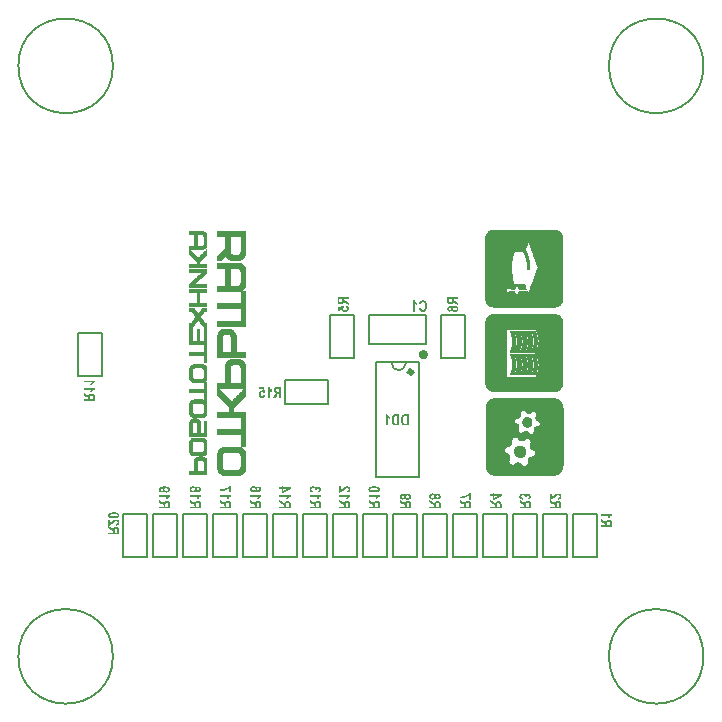
<source format=gbo>
G04 Layer_Color=32896*
%FSLAX43Y43*%
%MOMM*%
G71*
G01*
G75*
%ADD20C,0.200*%
%ADD43C,0.400*%
%ADD44C,0.025*%
G36*
X22947Y18800D02*
X23551D01*
Y18673D01*
X22946Y18335D01*
X22787D01*
Y18655D01*
X22595D01*
Y18800D01*
X22787D01*
Y18897D01*
X22947D01*
Y18800D01*
D02*
G37*
G36*
X23551Y18016D02*
X23520Y18005D01*
X23492Y17991D01*
X23466Y17976D01*
X23445Y17960D01*
X23427Y17946D01*
X23413Y17935D01*
X23404Y17926D01*
X23403Y17925D01*
X23401Y17923D01*
X23379Y17898D01*
X23360Y17874D01*
X23345Y17853D01*
X23332Y17833D01*
X23324Y17816D01*
X23317Y17805D01*
X23314Y17796D01*
X23313Y17795D01*
Y17794D01*
X23146D01*
X23164Y17833D01*
X23186Y17871D01*
X23210Y17904D01*
X23232Y17932D01*
X23242Y17944D01*
X23252Y17956D01*
X23262Y17966D01*
X23269Y17973D01*
X23276Y17980D01*
X23280Y17984D01*
X23283Y17987D01*
X23284Y17988D01*
X22595D01*
Y18139D01*
X23551D01*
Y18016D01*
D02*
G37*
G36*
X26131Y18016D02*
X26100Y18005D01*
X26072Y17991D01*
X26046Y17976D01*
X26025Y17960D01*
X26007Y17946D01*
X25993Y17935D01*
X25984Y17926D01*
X25983Y17925D01*
X25981Y17923D01*
X25959Y17898D01*
X25940Y17874D01*
X25925Y17853D01*
X25912Y17833D01*
X25904Y17816D01*
X25897Y17805D01*
X25894Y17796D01*
X25892Y17795D01*
Y17794D01*
X25726D01*
X25744Y17833D01*
X25766Y17871D01*
X25790Y17904D01*
X25812Y17932D01*
X25822Y17944D01*
X25832Y17956D01*
X25842Y17966D01*
X25849Y17973D01*
X25856Y17980D01*
X25860Y17984D01*
X25863Y17987D01*
X25864Y17988D01*
X25175D01*
Y18139D01*
X26131D01*
Y18016D01*
D02*
G37*
G36*
X25360Y17606D02*
X25379Y17596D01*
X25399Y17586D01*
X25416Y17577D01*
X25432Y17568D01*
X25446Y17560D01*
X25458Y17553D01*
X25479Y17540D01*
X25495Y17530D01*
X25506Y17522D01*
X25513Y17517D01*
X25515Y17516D01*
X25530Y17503D01*
X25546Y17489D01*
X25560Y17475D01*
X25571Y17462D01*
X25581Y17451D01*
X25588Y17441D01*
X25594Y17436D01*
X25595Y17433D01*
X25604Y17468D01*
X25615Y17498D01*
X25629Y17524D01*
X25644Y17546D01*
X25657Y17562D01*
X25668Y17575D01*
X25677Y17582D01*
X25678Y17585D01*
X25680D01*
X25708Y17603D01*
X25737Y17617D01*
X25767Y17627D01*
X25795Y17633D01*
X25821Y17637D01*
X25832Y17639D01*
X25842D01*
X25849Y17640D01*
X25860D01*
X25892Y17639D01*
X25921Y17634D01*
X25947Y17629D01*
X25970Y17623D01*
X25987Y17616D01*
X26001Y17610D01*
X26010Y17606D01*
X26012Y17605D01*
X26035Y17591D01*
X26053Y17575D01*
X26069Y17561D01*
X26080Y17547D01*
X26090Y17534D01*
X26097Y17524D01*
X26100Y17517D01*
X26101Y17515D01*
X26105Y17503D01*
X26110Y17491D01*
X26117Y17462D01*
X26121Y17433D01*
X26125Y17403D01*
X26127Y17376D01*
Y17364D01*
X26128Y17354D01*
Y17345D01*
Y17338D01*
Y17334D01*
Y17333D01*
Y17000D01*
X25175D01*
Y17158D01*
X25573D01*
Y17189D01*
Y17209D01*
X25571Y17224D01*
X25570Y17238D01*
X25567Y17250D01*
X25565Y17258D01*
X25563Y17264D01*
X25561Y17266D01*
Y17268D01*
X25557Y17278D01*
X25550Y17286D01*
X25537Y17300D01*
X25532Y17306D01*
X25526Y17310D01*
X25523Y17313D01*
X25522Y17314D01*
X25516Y17319D01*
X25508Y17324D01*
X25499Y17331D01*
X25489Y17337D01*
X25465Y17351D01*
X25441Y17365D01*
X25419Y17378D01*
X25409Y17383D01*
X25401Y17389D01*
X25393Y17393D01*
X25388Y17396D01*
X25384Y17399D01*
X25382D01*
X25175Y17512D01*
Y17702D01*
X25360Y17606D01*
D02*
G37*
G36*
X21071Y18016D02*
X21040Y18005D01*
X21012Y17991D01*
X20986Y17976D01*
X20965Y17960D01*
X20947Y17946D01*
X20933Y17935D01*
X20924Y17926D01*
X20923Y17925D01*
X20921Y17923D01*
X20899Y17898D01*
X20880Y17874D01*
X20865Y17853D01*
X20852Y17833D01*
X20844Y17816D01*
X20837Y17805D01*
X20834Y17796D01*
X20833Y17795D01*
Y17794D01*
X20666D01*
X20684Y17833D01*
X20706Y17871D01*
X20730Y17904D01*
X20752Y17932D01*
X20762Y17944D01*
X20772Y17956D01*
X20782Y17966D01*
X20789Y17973D01*
X20796Y17980D01*
X20800Y17984D01*
X20803Y17987D01*
X20804Y17988D01*
X20115D01*
Y18139D01*
X21071D01*
Y18016D01*
D02*
G37*
G36*
X20300Y17606D02*
X20319Y17596D01*
X20339Y17586D01*
X20356Y17577D01*
X20372Y17568D01*
X20386Y17560D01*
X20398Y17553D01*
X20419Y17540D01*
X20435Y17530D01*
X20446Y17522D01*
X20453Y17517D01*
X20455Y17516D01*
X20470Y17503D01*
X20486Y17489D01*
X20500Y17475D01*
X20511Y17462D01*
X20521Y17451D01*
X20528Y17441D01*
X20534Y17436D01*
X20535Y17433D01*
X20544Y17468D01*
X20555Y17498D01*
X20569Y17524D01*
X20584Y17546D01*
X20597Y17562D01*
X20608Y17575D01*
X20617Y17582D01*
X20618Y17585D01*
X20620D01*
X20648Y17603D01*
X20677Y17617D01*
X20707Y17627D01*
X20735Y17633D01*
X20761Y17637D01*
X20772Y17639D01*
X20782D01*
X20789Y17640D01*
X20800D01*
X20833Y17639D01*
X20861Y17634D01*
X20887Y17629D01*
X20910Y17623D01*
X20927Y17616D01*
X20941Y17610D01*
X20950Y17606D01*
X20952Y17605D01*
X20975Y17591D01*
X20993Y17575D01*
X21009Y17561D01*
X21020Y17547D01*
X21030Y17534D01*
X21037Y17524D01*
X21040Y17517D01*
X21041Y17515D01*
X21045Y17503D01*
X21050Y17491D01*
X21057Y17462D01*
X21061Y17433D01*
X21065Y17403D01*
X21067Y17376D01*
Y17364D01*
X21068Y17354D01*
Y17345D01*
Y17338D01*
Y17334D01*
Y17333D01*
Y17000D01*
X20115D01*
Y17158D01*
X20513D01*
Y17189D01*
Y17209D01*
X20511Y17224D01*
X20510Y17238D01*
X20507Y17250D01*
X20505Y17258D01*
X20503Y17264D01*
X20501Y17266D01*
Y17268D01*
X20497Y17278D01*
X20490Y17286D01*
X20477Y17300D01*
X20472Y17306D01*
X20466Y17310D01*
X20463Y17313D01*
X20462Y17314D01*
X20456Y17319D01*
X20448Y17324D01*
X20439Y17331D01*
X20429Y17337D01*
X20405Y17351D01*
X20381Y17365D01*
X20359Y17378D01*
X20349Y17383D01*
X20341Y17389D01*
X20333Y17393D01*
X20328Y17396D01*
X20324Y17399D01*
X20322D01*
X20115Y17512D01*
Y17702D01*
X20300Y17606D01*
D02*
G37*
G36*
X22780Y17606D02*
X22799Y17596D01*
X22819Y17586D01*
X22836Y17577D01*
X22852Y17568D01*
X22866Y17560D01*
X22878Y17553D01*
X22899Y17540D01*
X22915Y17530D01*
X22926Y17522D01*
X22933Y17517D01*
X22935Y17516D01*
X22950Y17503D01*
X22966Y17489D01*
X22980Y17475D01*
X22991Y17462D01*
X23001Y17451D01*
X23008Y17441D01*
X23014Y17436D01*
X23015Y17433D01*
X23024Y17468D01*
X23035Y17498D01*
X23049Y17524D01*
X23064Y17546D01*
X23077Y17562D01*
X23088Y17575D01*
X23097Y17582D01*
X23098Y17585D01*
X23100D01*
X23128Y17603D01*
X23157Y17617D01*
X23187Y17627D01*
X23215Y17633D01*
X23241Y17637D01*
X23252Y17639D01*
X23262D01*
X23269Y17640D01*
X23280D01*
X23313Y17639D01*
X23341Y17634D01*
X23367Y17629D01*
X23390Y17623D01*
X23407Y17616D01*
X23421Y17610D01*
X23430Y17606D01*
X23432Y17605D01*
X23455Y17591D01*
X23473Y17575D01*
X23489Y17561D01*
X23500Y17547D01*
X23510Y17534D01*
X23517Y17524D01*
X23520Y17517D01*
X23521Y17515D01*
X23525Y17503D01*
X23530Y17491D01*
X23537Y17462D01*
X23541Y17433D01*
X23545Y17403D01*
X23547Y17376D01*
Y17364D01*
X23548Y17354D01*
Y17345D01*
Y17338D01*
Y17334D01*
Y17333D01*
Y17000D01*
X22595D01*
Y17158D01*
X22993D01*
Y17189D01*
Y17209D01*
X22991Y17224D01*
X22990Y17238D01*
X22987Y17250D01*
X22985Y17258D01*
X22983Y17264D01*
X22981Y17266D01*
Y17268D01*
X22977Y17278D01*
X22970Y17286D01*
X22957Y17300D01*
X22952Y17306D01*
X22946Y17310D01*
X22943Y17313D01*
X22942Y17314D01*
X22936Y17319D01*
X22928Y17324D01*
X22919Y17331D01*
X22909Y17337D01*
X22885Y17351D01*
X22861Y17365D01*
X22839Y17378D01*
X22829Y17383D01*
X22821Y17389D01*
X22813Y17393D01*
X22808Y17396D01*
X22804Y17399D01*
X22802D01*
X22595Y17512D01*
Y17702D01*
X22780Y17606D01*
D02*
G37*
G36*
X20445Y18883D02*
X20470Y18882D01*
X20493Y18879D01*
X20515Y18873D01*
X20535Y18869D01*
X20553Y18864D01*
X20570Y18857D01*
X20586Y18851D01*
X20600Y18844D01*
X20613Y18838D01*
X20622Y18831D01*
X20631Y18827D01*
X20638Y18823D01*
X20642Y18819D01*
X20645Y18817D01*
X20646Y18816D01*
X20662Y18803D01*
X20675Y18789D01*
X20686Y18776D01*
X20696Y18762D01*
X20704Y18749D01*
X20711Y18735D01*
X20721Y18711D01*
X20728Y18689D01*
X20730Y18680D01*
X20731Y18672D01*
X20732Y18665D01*
Y18661D01*
Y18658D01*
Y18656D01*
X20731Y18641D01*
X20730Y18627D01*
X20725Y18613D01*
X20723Y18601D01*
X20718Y18593D01*
X20714Y18584D01*
X20713Y18580D01*
X20711Y18579D01*
X20703Y18566D01*
X20693Y18555D01*
X20683Y18545D01*
X20673Y18535D01*
X20665Y18528D01*
X20658Y18522D01*
X20652Y18518D01*
X20651Y18517D01*
X20680Y18518D01*
X20707Y18521D01*
X20731Y18524D01*
X20752Y18527D01*
X20772Y18530D01*
X20790Y18534D01*
X20806Y18537D01*
X20820Y18541D01*
X20831Y18544D01*
X20841Y18546D01*
X20849Y18551D01*
X20855Y18552D01*
X20861Y18555D01*
X20864Y18556D01*
X20866Y18558D01*
X20885Y18570D01*
X20897Y18584D01*
X20907Y18597D01*
X20913Y18610D01*
X20917Y18621D01*
X20918Y18630D01*
X20920Y18637D01*
Y18638D01*
X20918Y18651D01*
X20916Y18663D01*
X20910Y18673D01*
X20903Y18683D01*
X20886Y18699D01*
X20868Y18709D01*
X20848Y18717D01*
X20831Y18721D01*
X20824Y18723D01*
X20818Y18724D01*
X20814D01*
X20834Y18869D01*
X20876Y18861D01*
X20911Y18851D01*
X20942Y18838D01*
X20968Y18826D01*
X20986Y18813D01*
X21000Y18803D01*
X21009Y18796D01*
X21012Y18793D01*
X21031Y18771D01*
X21045Y18745D01*
X21057Y18721D01*
X21064Y18697D01*
X21068Y18678D01*
X21069Y18661D01*
X21071Y18655D01*
Y18651D01*
Y18648D01*
Y18647D01*
X21069Y18624D01*
X21067Y18601D01*
X21059Y18582D01*
X21052Y18562D01*
X21034Y18527D01*
X21024Y18511D01*
X21013Y18497D01*
X21002Y18484D01*
X20992Y18473D01*
X20982Y18463D01*
X20973Y18455D01*
X20966Y18449D01*
X20961Y18445D01*
X20957Y18442D01*
X20955Y18441D01*
X20933Y18427D01*
X20906Y18415D01*
X20878Y18404D01*
X20848Y18396D01*
X20786Y18382D01*
X20724Y18372D01*
X20694Y18369D01*
X20668Y18366D01*
X20644Y18365D01*
X20621Y18363D01*
X20604Y18362D01*
X20579D01*
X20532Y18363D01*
X20489Y18365D01*
X20449Y18369D01*
X20412Y18373D01*
X20379Y18380D01*
X20349Y18386D01*
X20321Y18393D01*
X20297Y18400D01*
X20276Y18407D01*
X20259Y18414D01*
X20243Y18421D01*
X20231Y18427D01*
X20222Y18431D01*
X20215Y18435D01*
X20211Y18436D01*
X20209Y18438D01*
X20190Y18453D01*
X20173Y18469D01*
X20159Y18484D01*
X20146Y18501D01*
X20135Y18517D01*
X20126Y18534D01*
X20119Y18549D01*
X20114Y18565D01*
X20105Y18592D01*
X20102Y18603D01*
X20101Y18613D01*
Y18621D01*
X20099Y18627D01*
Y18631D01*
Y18632D01*
X20101Y18652D01*
X20104Y18670D01*
X20108Y18689D01*
X20112Y18706D01*
X20126Y18737D01*
X20142Y18762D01*
X20157Y18783D01*
X20164Y18792D01*
X20171Y18799D01*
X20176Y18804D01*
X20180Y18809D01*
X20183Y18810D01*
X20184Y18811D01*
X20201Y18824D01*
X20219Y18835D01*
X20238Y18845D01*
X20257Y18854D01*
X20297Y18866D01*
X20333Y18876D01*
X20352Y18879D01*
X20367Y18881D01*
X20383Y18882D01*
X20395Y18883D01*
X20405Y18885D01*
X20419D01*
X20445Y18883D01*
D02*
G37*
G36*
X25492Y18875D02*
X25522Y18869D01*
X25547Y18864D01*
X25568Y18855D01*
X25585Y18848D01*
X25598Y18841D01*
X25606Y18835D01*
X25609Y18834D01*
X25630Y18817D01*
X25647Y18800D01*
X25660Y18783D01*
X25671Y18766D01*
X25678Y18751D01*
X25682Y18740D01*
X25685Y18731D01*
X25687Y18730D01*
Y18728D01*
X25701Y18748D01*
X25716Y18765D01*
X25732Y18780D01*
X25744Y18792D01*
X25757Y18802D01*
X25766Y18807D01*
X25771Y18811D01*
X25774Y18813D01*
X25794Y18823D01*
X25814Y18830D01*
X25832Y18835D01*
X25850Y18838D01*
X25864Y18841D01*
X25877Y18842D01*
X25904D01*
X25921Y18840D01*
X25952Y18833D01*
X25980Y18823D01*
X26005Y18811D01*
X26026Y18799D01*
X26035Y18793D01*
X26042Y18789D01*
X26048Y18785D01*
X26052Y18782D01*
X26053Y18780D01*
X26055Y18779D01*
X26069Y18766D01*
X26080Y18754D01*
X26090Y18740D01*
X26098Y18725D01*
X26112Y18697D01*
X26121Y18670D01*
X26127Y18645D01*
X26128Y18635D01*
X26129Y18627D01*
X26131Y18618D01*
Y18613D01*
Y18610D01*
Y18608D01*
Y18592D01*
X26128Y18575D01*
X26121Y18544D01*
X26111Y18515D01*
X26101Y18493D01*
X26090Y18475D01*
X26080Y18460D01*
X26073Y18452D01*
X26072Y18451D01*
X26070Y18449D01*
X26059Y18438D01*
X26045Y18428D01*
X26015Y18410D01*
X25984Y18396D01*
X25953Y18384D01*
X25925Y18376D01*
X25914Y18373D01*
X25902Y18370D01*
X25894Y18369D01*
X25887Y18367D01*
X25883Y18366D01*
X25881D01*
X25853Y18504D01*
X25876Y18507D01*
X25894Y18511D01*
X25911Y18517D01*
X25924Y18522D01*
X25933Y18528D01*
X25942Y18532D01*
X25946Y18535D01*
X25947Y18537D01*
X25959Y18548D01*
X25966Y18559D01*
X25971Y18570D01*
X25976Y18580D01*
X25978Y18589D01*
X25980Y18597D01*
Y18601D01*
Y18603D01*
X25978Y18617D01*
X25976Y18630D01*
X25971Y18641D01*
X25966Y18649D01*
X25960Y18656D01*
X25956Y18662D01*
X25953Y18665D01*
X25952Y18666D01*
X25940Y18675D01*
X25928Y18680D01*
X25915Y18686D01*
X25904Y18689D01*
X25892Y18690D01*
X25884Y18692D01*
X25876D01*
X25854Y18690D01*
X25836Y18686D01*
X25821Y18680D01*
X25808Y18675D01*
X25798Y18669D01*
X25790Y18663D01*
X25785Y18659D01*
X25784Y18658D01*
X25774Y18644D01*
X25766Y18630D01*
X25761Y18614D01*
X25757Y18599D01*
X25756Y18586D01*
X25754Y18575D01*
Y18568D01*
Y18565D01*
X25605Y18549D01*
X25609Y18563D01*
X25613Y18576D01*
X25616Y18589D01*
X25618Y18599D01*
X25619Y18606D01*
Y18611D01*
Y18616D01*
Y18617D01*
X25618Y18632D01*
X25613Y18647D01*
X25606Y18659D01*
X25599Y18670D01*
X25591Y18679D01*
X25585Y18686D01*
X25580Y18690D01*
X25578Y18692D01*
X25563Y18702D01*
X25544Y18710D01*
X25526Y18716D01*
X25509Y18718D01*
X25494Y18721D01*
X25481Y18723D01*
X25470D01*
X25443Y18721D01*
X25420Y18717D01*
X25399Y18713D01*
X25384Y18707D01*
X25369Y18700D01*
X25361Y18696D01*
X25354Y18692D01*
X25353Y18690D01*
X25338Y18678D01*
X25329Y18665D01*
X25322Y18651D01*
X25317Y18638D01*
X25315Y18628D01*
X25312Y18620D01*
Y18613D01*
Y18611D01*
X25313Y18596D01*
X25317Y18582D01*
X25323Y18569D01*
X25330Y18559D01*
X25336Y18551D01*
X25341Y18544D01*
X25346Y18539D01*
X25347Y18538D01*
X25361Y18528D01*
X25378Y18520D01*
X25395Y18513D01*
X25412Y18508D01*
X25427Y18504D01*
X25439Y18503D01*
X25447Y18501D01*
X25450D01*
X25429Y18356D01*
X25384Y18363D01*
X25346Y18373D01*
X25327Y18380D01*
X25312Y18387D01*
X25296Y18394D01*
X25284Y18401D01*
X25271Y18408D01*
X25261Y18415D01*
X25253Y18421D01*
X25244Y18427D01*
X25238Y18431D01*
X25234Y18435D01*
X25233Y18436D01*
X25231Y18438D01*
X25219Y18452D01*
X25207Y18466D01*
X25198Y18480D01*
X25190Y18496D01*
X25176Y18525D01*
X25168Y18552D01*
X25164Y18576D01*
X25162Y18587D01*
X25161Y18596D01*
X25159Y18603D01*
Y18608D01*
Y18611D01*
Y18613D01*
X25161Y18632D01*
X25164Y18651D01*
X25168Y18669D01*
X25172Y18687D01*
X25186Y18718D01*
X25202Y18745D01*
X25217Y18768D01*
X25224Y18776D01*
X25231Y18783D01*
X25236Y18789D01*
X25240Y18795D01*
X25243Y18796D01*
X25244Y18797D01*
X25261Y18811D01*
X25278Y18824D01*
X25296Y18834D01*
X25315Y18842D01*
X25350Y18857D01*
X25384Y18866D01*
X25401Y18869D01*
X25415Y18872D01*
X25427Y18873D01*
X25439Y18875D01*
X25447Y18876D01*
X25460D01*
X25492Y18875D01*
D02*
G37*
G36*
X30674Y18868D02*
X30717Y18866D01*
X30760Y18862D01*
X30796Y18858D01*
X30832Y18852D01*
X30863Y18847D01*
X30889Y18841D01*
X30915Y18834D01*
X30936Y18827D01*
X30954Y18821D01*
X30968Y18816D01*
X30981Y18810D01*
X30991Y18806D01*
X30997Y18802D01*
X31001Y18800D01*
X31002Y18799D01*
X31022Y18785D01*
X31037Y18771D01*
X31053Y18755D01*
X31066Y18740D01*
X31076Y18724D01*
X31084Y18710D01*
X31091Y18694D01*
X31097Y18680D01*
X31105Y18654D01*
X31108Y18642D01*
X31109Y18632D01*
X31111Y18625D01*
Y18620D01*
Y18616D01*
Y18614D01*
X31109Y18593D01*
X31107Y18573D01*
X31101Y18555D01*
X31094Y18538D01*
X31077Y18507D01*
X31057Y18480D01*
X31036Y18459D01*
X31028Y18451D01*
X31019Y18444D01*
X31012Y18438D01*
X31006Y18434D01*
X31004Y18432D01*
X31002Y18431D01*
X30980Y18418D01*
X30954Y18408D01*
X30927Y18398D01*
X30898Y18391D01*
X30836Y18379D01*
X30774Y18370D01*
X30744Y18367D01*
X30716Y18366D01*
X30691Y18365D01*
X30670Y18363D01*
X30651Y18362D01*
X30626D01*
X30576Y18363D01*
X30531Y18365D01*
X30489Y18369D01*
X30451Y18373D01*
X30416Y18377D01*
X30385Y18384D01*
X30358Y18390D01*
X30333Y18397D01*
X30311Y18403D01*
X30293Y18410D01*
X30279Y18415D01*
X30266Y18420D01*
X30256Y18425D01*
X30251Y18428D01*
X30247Y18429D01*
X30245Y18431D01*
X30227Y18445D01*
X30210Y18459D01*
X30196Y18475D01*
X30185Y18490D01*
X30173Y18506D01*
X30165Y18520D01*
X30158Y18535D01*
X30152Y18549D01*
X30145Y18576D01*
X30142Y18587D01*
X30141Y18597D01*
Y18604D01*
X30139Y18610D01*
Y18614D01*
Y18616D01*
X30141Y18637D01*
X30144Y18656D01*
X30149Y18675D01*
X30156Y18692D01*
X30173Y18723D01*
X30193Y18749D01*
X30213Y18771D01*
X30221Y18779D01*
X30230Y18786D01*
X30237Y18792D01*
X30242Y18796D01*
X30245Y18797D01*
X30247Y18799D01*
X30269Y18811D01*
X30295Y18823D01*
X30321Y18831D01*
X30351Y18840D01*
X30414Y18852D01*
X30476Y18861D01*
X30506Y18864D01*
X30534Y18865D01*
X30558Y18868D01*
X30581D01*
X30599Y18869D01*
X30624D01*
X30674Y18868D01*
D02*
G37*
G36*
X31111Y18016D02*
X31080Y18005D01*
X31052Y17991D01*
X31026Y17976D01*
X31005Y17960D01*
X30987Y17946D01*
X30973Y17935D01*
X30964Y17926D01*
X30963Y17925D01*
X30961Y17923D01*
X30939Y17898D01*
X30920Y17874D01*
X30905Y17853D01*
X30892Y17833D01*
X30884Y17816D01*
X30877Y17805D01*
X30874Y17796D01*
X30873Y17795D01*
Y17794D01*
X30706D01*
X30725Y17833D01*
X30746Y17871D01*
X30770Y17904D01*
X30792Y17932D01*
X30802Y17944D01*
X30812Y17956D01*
X30822Y17966D01*
X30829Y17973D01*
X30836Y17980D01*
X30840Y17984D01*
X30843Y17987D01*
X30844Y17988D01*
X30155D01*
Y18139D01*
X31111D01*
Y18016D01*
D02*
G37*
G36*
X33337Y18263D02*
X33380Y18262D01*
X33420Y18257D01*
X33456Y18252D01*
X33490Y18246D01*
X33520Y18241D01*
X33548Y18233D01*
X33572Y18226D01*
X33593Y18218D01*
X33610Y18211D01*
X33626Y18205D01*
X33638Y18200D01*
X33648Y18194D01*
X33654Y18190D01*
X33658Y18188D01*
X33659Y18187D01*
X33679Y18171D01*
X33696Y18156D01*
X33712Y18140D01*
X33724Y18124D01*
X33734Y18107D01*
X33744Y18091D01*
X33751Y18076D01*
X33757Y18060D01*
X33765Y18033D01*
X33768Y18021D01*
X33769Y18011D01*
X33771Y18002D01*
Y17997D01*
Y17992D01*
Y17991D01*
X33769Y17971D01*
X33767Y17953D01*
X33762Y17936D01*
X33757Y17919D01*
X33743Y17888D01*
X33727Y17863D01*
X33712Y17842D01*
X33703Y17833D01*
X33697Y17826D01*
X33692Y17820D01*
X33688Y17816D01*
X33685Y17815D01*
X33683Y17813D01*
X33666Y17801D01*
X33648Y17789D01*
X33630Y17780D01*
X33610Y17773D01*
X33571Y17758D01*
X33534Y17750D01*
X33516Y17747D01*
X33500Y17746D01*
X33485Y17744D01*
X33473Y17743D01*
X33462Y17742D01*
X33448D01*
X33423Y17743D01*
X33397Y17744D01*
X33375Y17747D01*
X33353Y17753D01*
X33334Y17757D01*
X33314Y17763D01*
X33297Y17770D01*
X33283Y17775D01*
X33269Y17782D01*
X33256Y17788D01*
X33246Y17794D01*
X33238Y17799D01*
X33231Y17804D01*
X33227Y17806D01*
X33224Y17808D01*
X33222Y17809D01*
X33207Y17822D01*
X33194Y17836D01*
X33183Y17850D01*
X33173Y17863D01*
X33166Y17877D01*
X33159Y17890D01*
X33149Y17913D01*
X33142Y17936D01*
X33141Y17944D01*
X33139Y17952D01*
X33138Y17959D01*
Y17963D01*
Y17966D01*
Y17967D01*
X33139Y17983D01*
X33141Y17998D01*
X33143Y18011D01*
X33148Y18023D01*
X33152Y18032D01*
X33155Y18040D01*
X33156Y18045D01*
X33158Y18046D01*
X33166Y18059D01*
X33176Y18071D01*
X33184Y18081D01*
X33194Y18091D01*
X33203Y18098D01*
X33210Y18105D01*
X33215Y18108D01*
X33217Y18109D01*
X33189Y18108D01*
X33162Y18105D01*
X33138Y18102D01*
X33115Y18098D01*
X33096Y18095D01*
X33079Y18091D01*
X33063Y18088D01*
X33049Y18084D01*
X33038Y18081D01*
X33028Y18078D01*
X33019Y18076D01*
X33014Y18073D01*
X33008Y18070D01*
X33005Y18069D01*
X33002Y18067D01*
X32986Y18054D01*
X32973Y18042D01*
X32963Y18028D01*
X32957Y18015D01*
X32953Y18004D01*
X32952Y17995D01*
X32950Y17990D01*
Y17987D01*
X32952Y17974D01*
X32955Y17961D01*
X32960Y17952D01*
X32967Y17942D01*
X32984Y17928D01*
X33004Y17916D01*
X33022Y17909D01*
X33039Y17905D01*
X33046Y17904D01*
X33052Y17902D01*
X33056D01*
X33036Y17757D01*
X33014Y17760D01*
X32994Y17764D01*
X32974Y17770D01*
X32957Y17775D01*
X32940Y17781D01*
X32926Y17787D01*
X32914Y17794D01*
X32901Y17799D01*
X32891Y17805D01*
X32883Y17811D01*
X32869Y17820D01*
X32860Y17827D01*
X32857Y17830D01*
X32838Y17853D01*
X32823Y17878D01*
X32814Y17902D01*
X32807Y17925D01*
X32802Y17946D01*
X32801Y17963D01*
X32799Y17968D01*
Y17973D01*
Y17976D01*
Y17977D01*
X32801Y18001D01*
X32805Y18022D01*
X32811Y18043D01*
X32818Y18063D01*
X32836Y18098D01*
X32846Y18114D01*
X32857Y18128D01*
X32867Y18140D01*
X32877Y18152D01*
X32887Y18162D01*
X32895Y18170D01*
X32904Y18176D01*
X32909Y18180D01*
X32912Y18183D01*
X32914Y18184D01*
X32936Y18198D01*
X32963Y18211D01*
X32991Y18221D01*
X33021Y18231D01*
X33052Y18239D01*
X33083Y18245D01*
X33145Y18255D01*
X33174Y18257D01*
X33201Y18260D01*
X33225Y18262D01*
X33248Y18263D01*
X33265Y18264D01*
X33290D01*
X33337Y18263D01*
D02*
G37*
G36*
X33000Y17606D02*
X33019Y17596D01*
X33039Y17586D01*
X33056Y17577D01*
X33072Y17568D01*
X33086Y17560D01*
X33098Y17553D01*
X33119Y17540D01*
X33135Y17530D01*
X33146Y17522D01*
X33153Y17517D01*
X33155Y17516D01*
X33170Y17503D01*
X33186Y17489D01*
X33200Y17475D01*
X33211Y17462D01*
X33221Y17451D01*
X33228Y17441D01*
X33234Y17436D01*
X33235Y17433D01*
X33244Y17468D01*
X33255Y17498D01*
X33269Y17524D01*
X33284Y17546D01*
X33297Y17562D01*
X33308Y17575D01*
X33317Y17582D01*
X33318Y17585D01*
X33320D01*
X33348Y17603D01*
X33377Y17617D01*
X33407Y17627D01*
X33435Y17633D01*
X33461Y17637D01*
X33472Y17639D01*
X33482D01*
X33489Y17640D01*
X33500D01*
X33533Y17639D01*
X33561Y17634D01*
X33587Y17629D01*
X33610Y17623D01*
X33627Y17616D01*
X33641Y17610D01*
X33650Y17606D01*
X33652Y17605D01*
X33675Y17591D01*
X33693Y17575D01*
X33709Y17561D01*
X33720Y17547D01*
X33730Y17534D01*
X33737Y17524D01*
X33740Y17517D01*
X33741Y17515D01*
X33745Y17503D01*
X33750Y17491D01*
X33757Y17462D01*
X33761Y17433D01*
X33765Y17403D01*
X33767Y17376D01*
Y17364D01*
X33768Y17354D01*
Y17345D01*
Y17338D01*
Y17334D01*
Y17333D01*
Y17000D01*
X32815D01*
Y17158D01*
X33213D01*
Y17189D01*
Y17209D01*
X33211Y17224D01*
X33210Y17238D01*
X33207Y17250D01*
X33205Y17258D01*
X33203Y17264D01*
X33201Y17266D01*
Y17268D01*
X33197Y17278D01*
X33190Y17286D01*
X33177Y17300D01*
X33172Y17306D01*
X33166Y17310D01*
X33163Y17313D01*
X33162Y17314D01*
X33156Y17319D01*
X33148Y17324D01*
X33139Y17331D01*
X33129Y17337D01*
X33105Y17351D01*
X33081Y17365D01*
X33059Y17378D01*
X33049Y17383D01*
X33041Y17389D01*
X33033Y17393D01*
X33028Y17396D01*
X33024Y17399D01*
X33022D01*
X32815Y17512D01*
Y17702D01*
X33000Y17606D01*
D02*
G37*
G36*
X28611Y18016D02*
X28580Y18005D01*
X28552Y17991D01*
X28526Y17976D01*
X28505Y17960D01*
X28487Y17946D01*
X28473Y17935D01*
X28464Y17926D01*
X28463Y17925D01*
X28461Y17923D01*
X28439Y17898D01*
X28420Y17874D01*
X28405Y17853D01*
X28392Y17833D01*
X28384Y17816D01*
X28377Y17805D01*
X28374Y17796D01*
X28372Y17795D01*
Y17794D01*
X28206D01*
X28224Y17833D01*
X28246Y17871D01*
X28270Y17904D01*
X28292Y17932D01*
X28302Y17944D01*
X28312Y17956D01*
X28322Y17966D01*
X28329Y17973D01*
X28336Y17980D01*
X28340Y17984D01*
X28343Y17987D01*
X28344Y17988D01*
X27655D01*
Y18139D01*
X28611D01*
Y18016D01*
D02*
G37*
G36*
X27840Y17606D02*
X27859Y17596D01*
X27879Y17586D01*
X27896Y17577D01*
X27912Y17568D01*
X27926Y17560D01*
X27938Y17553D01*
X27959Y17540D01*
X27975Y17530D01*
X27986Y17522D01*
X27993Y17517D01*
X27995Y17516D01*
X28010Y17503D01*
X28026Y17489D01*
X28040Y17475D01*
X28051Y17462D01*
X28061Y17451D01*
X28068Y17441D01*
X28074Y17436D01*
X28075Y17433D01*
X28084Y17468D01*
X28095Y17498D01*
X28109Y17524D01*
X28124Y17546D01*
X28137Y17562D01*
X28148Y17575D01*
X28157Y17582D01*
X28158Y17585D01*
X28160D01*
X28188Y17603D01*
X28217Y17617D01*
X28247Y17627D01*
X28275Y17633D01*
X28301Y17637D01*
X28312Y17639D01*
X28322D01*
X28329Y17640D01*
X28340D01*
X28372Y17639D01*
X28401Y17634D01*
X28427Y17629D01*
X28450Y17623D01*
X28467Y17616D01*
X28481Y17610D01*
X28490Y17606D01*
X28492Y17605D01*
X28515Y17591D01*
X28533Y17575D01*
X28549Y17561D01*
X28560Y17547D01*
X28570Y17534D01*
X28577Y17524D01*
X28580Y17517D01*
X28581Y17515D01*
X28585Y17503D01*
X28590Y17491D01*
X28597Y17462D01*
X28601Y17433D01*
X28605Y17403D01*
X28607Y17376D01*
Y17364D01*
X28608Y17354D01*
Y17345D01*
Y17338D01*
Y17334D01*
Y17333D01*
Y17000D01*
X27655D01*
Y17158D01*
X28052D01*
Y17189D01*
Y17209D01*
X28051Y17224D01*
X28050Y17238D01*
X28047Y17250D01*
X28045Y17258D01*
X28043Y17264D01*
X28041Y17266D01*
Y17268D01*
X28037Y17278D01*
X28030Y17286D01*
X28017Y17300D01*
X28012Y17306D01*
X28006Y17310D01*
X28003Y17313D01*
X28002Y17314D01*
X27996Y17319D01*
X27988Y17324D01*
X27979Y17331D01*
X27969Y17337D01*
X27945Y17351D01*
X27921Y17365D01*
X27899Y17378D01*
X27889Y17383D01*
X27881Y17389D01*
X27873Y17393D01*
X27868Y17396D01*
X27864Y17399D01*
X27862D01*
X27655Y17512D01*
Y17702D01*
X27840Y17606D01*
D02*
G37*
G36*
X30340Y17606D02*
X30359Y17596D01*
X30379Y17586D01*
X30396Y17577D01*
X30412Y17568D01*
X30426Y17560D01*
X30438Y17553D01*
X30459Y17540D01*
X30475Y17530D01*
X30486Y17522D01*
X30493Y17517D01*
X30495Y17516D01*
X30510Y17503D01*
X30526Y17489D01*
X30540Y17475D01*
X30551Y17462D01*
X30561Y17451D01*
X30568Y17441D01*
X30574Y17436D01*
X30575Y17433D01*
X30584Y17468D01*
X30595Y17498D01*
X30609Y17524D01*
X30624Y17546D01*
X30637Y17562D01*
X30648Y17575D01*
X30657Y17582D01*
X30658Y17585D01*
X30660D01*
X30688Y17603D01*
X30717Y17617D01*
X30747Y17627D01*
X30775Y17633D01*
X30801Y17637D01*
X30812Y17639D01*
X30822D01*
X30829Y17640D01*
X30840D01*
X30873Y17639D01*
X30901Y17634D01*
X30927Y17629D01*
X30950Y17623D01*
X30967Y17616D01*
X30981Y17610D01*
X30990Y17606D01*
X30992Y17605D01*
X31015Y17591D01*
X31033Y17575D01*
X31049Y17561D01*
X31060Y17547D01*
X31070Y17534D01*
X31077Y17524D01*
X31080Y17517D01*
X31081Y17515D01*
X31085Y17503D01*
X31090Y17491D01*
X31097Y17462D01*
X31101Y17433D01*
X31105Y17403D01*
X31107Y17376D01*
Y17364D01*
X31108Y17354D01*
Y17345D01*
Y17338D01*
Y17334D01*
Y17333D01*
Y17000D01*
X30155D01*
Y17158D01*
X30553D01*
Y17189D01*
Y17209D01*
X30551Y17224D01*
X30550Y17238D01*
X30547Y17250D01*
X30545Y17258D01*
X30543Y17264D01*
X30541Y17266D01*
Y17268D01*
X30537Y17278D01*
X30530Y17286D01*
X30517Y17300D01*
X30512Y17306D01*
X30506Y17310D01*
X30503Y17313D01*
X30502Y17314D01*
X30496Y17319D01*
X30488Y17324D01*
X30479Y17331D01*
X30469Y17337D01*
X30445Y17351D01*
X30421Y17365D01*
X30399Y17378D01*
X30389Y17383D01*
X30381Y17389D01*
X30373Y17393D01*
X30368Y17396D01*
X30364Y17399D01*
X30362D01*
X30155Y17512D01*
Y17702D01*
X30340Y17606D01*
D02*
G37*
G36*
X28385Y18865D02*
X28419Y18858D01*
X28450Y18848D01*
X28477Y18837D01*
X28499Y18824D01*
X28509Y18819D01*
X28516Y18814D01*
X28522Y18810D01*
X28526Y18807D01*
X28529Y18806D01*
X28530Y18804D01*
X28544Y18792D01*
X28557Y18779D01*
X28567Y18765D01*
X28577Y18749D01*
X28585Y18734D01*
X28591Y18718D01*
X28601Y18689D01*
X28607Y18661D01*
X28608Y18649D01*
X28609Y18638D01*
X28611Y18630D01*
Y18624D01*
Y18620D01*
Y18618D01*
X28609Y18599D01*
X28608Y18579D01*
X28599Y18544D01*
X28590Y18513D01*
X28577Y18487D01*
X28564Y18466D01*
X28557Y18459D01*
X28553Y18452D01*
X28549Y18446D01*
X28544Y18442D01*
X28543Y18441D01*
X28542Y18439D01*
X28528Y18427D01*
X28513Y18417D01*
X28480Y18398D01*
X28444Y18384D01*
X28411Y18374D01*
X28394Y18370D01*
X28378Y18366D01*
X28364Y18365D01*
X28353Y18362D01*
X28343Y18360D01*
X28336D01*
X28330Y18359D01*
X28329D01*
X28309Y18508D01*
X28336Y18511D01*
X28358Y18515D01*
X28378Y18521D01*
X28395Y18528D01*
X28411Y18537D01*
X28422Y18545D01*
X28432Y18555D01*
X28440Y18565D01*
X28446Y18575D01*
X28450Y18583D01*
X28456Y18600D01*
X28457Y18606D01*
X28458Y18611D01*
Y18614D01*
Y18616D01*
X28457Y18631D01*
X28453Y18647D01*
X28449Y18659D01*
X28443Y18669D01*
X28436Y18678D01*
X28432Y18683D01*
X28427Y18687D01*
X28426Y18689D01*
X28413Y18699D01*
X28398Y18706D01*
X28382Y18710D01*
X28367Y18714D01*
X28353Y18716D01*
X28341Y18717D01*
X28332D01*
X28310Y18716D01*
X28289Y18711D01*
X28270Y18706D01*
X28253Y18700D01*
X28237Y18694D01*
X28226Y18689D01*
X28219Y18685D01*
X28216Y18683D01*
X28208Y18678D01*
X28198Y18670D01*
X28175Y18654D01*
X28151Y18634D01*
X28126Y18613D01*
X28102Y18593D01*
X28091Y18584D01*
X28082Y18576D01*
X28075Y18570D01*
X28069Y18565D01*
X28065Y18562D01*
X28064Y18561D01*
X28038Y18538D01*
X28013Y18518D01*
X27990Y18499D01*
X27969Y18482D01*
X27948Y18466D01*
X27930Y18453D01*
X27913Y18441D01*
X27897Y18431D01*
X27883Y18421D01*
X27872Y18413D01*
X27861Y18407D01*
X27852Y18401D01*
X27845Y18397D01*
X27841Y18396D01*
X27838Y18393D01*
X27837D01*
X27804Y18379D01*
X27772Y18367D01*
X27741Y18358D01*
X27714Y18352D01*
X27690Y18348D01*
X27680Y18345D01*
X27672Y18343D01*
X27665D01*
X27659Y18342D01*
X27655D01*
Y18868D01*
X27824D01*
Y18569D01*
X27842Y18579D01*
X27858Y18589D01*
X27864Y18593D01*
X27869Y18597D01*
X27872Y18599D01*
X27873Y18600D01*
X27886Y18610D01*
X27902Y18623D01*
X27919Y18638D01*
X27937Y18654D01*
X27954Y18668D01*
X27968Y18680D01*
X27974Y18685D01*
X27978Y18689D01*
X27979Y18690D01*
X27981Y18692D01*
X28012Y18718D01*
X28040Y18741D01*
X28064Y18761D01*
X28085Y18776D01*
X28100Y18788D01*
X28113Y18796D01*
X28120Y18800D01*
X28123Y18802D01*
X28144Y18813D01*
X28164Y18824D01*
X28182Y18833D01*
X28199Y18840D01*
X28213Y18844D01*
X28223Y18848D01*
X28230Y18851D01*
X28233D01*
X28254Y18857D01*
X28274Y18861D01*
X28294Y18864D01*
X28310Y18866D01*
X28326D01*
X28337Y18868D01*
X28367D01*
X28385Y18865D01*
D02*
G37*
G36*
X18495Y18362D02*
X18326D01*
Y18701D01*
X18264Y18663D01*
X18199Y18631D01*
X18139Y18601D01*
X18109Y18589D01*
X18082Y18577D01*
X18055Y18568D01*
X18033Y18558D01*
X18012Y18551D01*
X17993Y18544D01*
X17979Y18539D01*
X17968Y18535D01*
X17962Y18534D01*
X17960Y18532D01*
X17885Y18511D01*
X17812Y18496D01*
X17776Y18490D01*
X17743Y18484D01*
X17712Y18480D01*
X17682Y18476D01*
X17655Y18473D01*
X17630Y18470D01*
X17609Y18469D01*
X17590Y18467D01*
X17575D01*
X17563Y18466D01*
X17555D01*
Y18610D01*
X17604Y18611D01*
X17655Y18616D01*
X17704Y18621D01*
X17727Y18624D01*
X17750Y18628D01*
X17769Y18631D01*
X17788Y18634D01*
X17805Y18637D01*
X17819Y18639D01*
X17830Y18642D01*
X17838Y18644D01*
X17844Y18645D01*
X17845D01*
X17905Y18659D01*
X17960Y18676D01*
X17986Y18685D01*
X18012Y18692D01*
X18034Y18700D01*
X18055Y18709D01*
X18075Y18716D01*
X18094Y18723D01*
X18109Y18730D01*
X18122Y18734D01*
X18132Y18740D01*
X18140Y18742D01*
X18144Y18745D01*
X18146D01*
X18171Y18758D01*
X18195Y18769D01*
X18218Y18782D01*
X18239Y18793D01*
X18257Y18804D01*
X18275Y18814D01*
X18291Y18824D01*
X18306Y18834D01*
X18319Y18842D01*
X18330Y18850D01*
X18339Y18857D01*
X18347Y18862D01*
X18353Y18868D01*
X18359Y18871D01*
X18360Y18873D01*
X18495D01*
Y18362D01*
D02*
G37*
G36*
X31750Y24950D02*
X31765Y24921D01*
X31780Y24896D01*
X31796Y24875D01*
X31810Y24856D01*
X31821Y24842D01*
X31829Y24834D01*
X31831Y24833D01*
X31832Y24831D01*
X31858Y24809D01*
X31882Y24790D01*
X31903Y24775D01*
X31922Y24762D01*
X31939Y24754D01*
X31951Y24747D01*
X31959Y24744D01*
X31960Y24742D01*
X31962D01*
Y24576D01*
X31922Y24594D01*
X31884Y24615D01*
X31852Y24639D01*
X31824Y24662D01*
X31811Y24672D01*
X31800Y24682D01*
X31790Y24692D01*
X31783Y24699D01*
X31776Y24706D01*
X31772Y24710D01*
X31769Y24713D01*
X31767Y24714D01*
Y24025D01*
X31617D01*
Y24981D01*
X31739D01*
X31750Y24950D01*
D02*
G37*
G36*
X33545Y24025D02*
X33249D01*
X33215Y24026D01*
X33184Y24029D01*
X33157Y24033D01*
X33135Y24039D01*
X33116Y24043D01*
X33104Y24047D01*
X33095Y24050D01*
X33092Y24052D01*
X33070Y24063D01*
X33050Y24076D01*
X33033Y24088D01*
X33018Y24101D01*
X33006Y24112D01*
X32997Y24122D01*
X32991Y24128D01*
X32990Y24130D01*
X32974Y24152D01*
X32960Y24176D01*
X32947Y24200D01*
X32937Y24224D01*
X32929Y24243D01*
X32923Y24260D01*
X32920Y24267D01*
X32919Y24271D01*
X32918Y24274D01*
Y24276D01*
X32908Y24311D01*
X32901Y24348D01*
X32897Y24384D01*
X32892Y24418D01*
Y24434D01*
X32891Y24448D01*
Y24460D01*
X32889Y24470D01*
Y24479D01*
Y24486D01*
Y24490D01*
Y24491D01*
X32891Y24541D01*
X32894Y24584D01*
X32895Y24606D01*
X32898Y24624D01*
X32901Y24641D01*
X32902Y24656D01*
X32905Y24670D01*
X32908Y24683D01*
X32911Y24694D01*
X32912Y24703D01*
X32913Y24710D01*
X32915Y24716D01*
X32916Y24718D01*
Y24720D01*
X32928Y24754D01*
X32939Y24783D01*
X32951Y24809D01*
X32964Y24830D01*
X32974Y24848D01*
X32983Y24861D01*
X32988Y24868D01*
X32991Y24871D01*
X33009Y24890D01*
X33026Y24907D01*
X33045Y24921D01*
X33060Y24933D01*
X33074Y24941D01*
X33084Y24948D01*
X33091Y24951D01*
X33094Y24952D01*
X33116Y24961D01*
X33143Y24966D01*
X33170Y24972D01*
X33197Y24975D01*
X33221Y24976D01*
X33231D01*
X33239Y24978D01*
X33545D01*
Y24025D01*
D02*
G37*
G36*
X8830Y16057D02*
X8864Y16050D01*
X8895Y16041D01*
X8922Y16029D01*
X8944Y16017D01*
X8954Y16011D01*
X8961Y16007D01*
X8967Y16002D01*
X8971Y16000D01*
X8974Y15998D01*
X8975Y15997D01*
X8990Y15984D01*
X9002Y15971D01*
X9012Y15957D01*
X9022Y15942D01*
X9030Y15926D01*
X9036Y15911D01*
X9046Y15881D01*
X9052Y15853D01*
X9053Y15842D01*
X9054Y15830D01*
X9056Y15822D01*
Y15816D01*
Y15812D01*
Y15811D01*
X9054Y15791D01*
X9053Y15771D01*
X9045Y15736D01*
X9035Y15705D01*
X9022Y15680D01*
X9009Y15659D01*
X9002Y15651D01*
X8998Y15644D01*
X8994Y15639D01*
X8990Y15635D01*
X8988Y15633D01*
X8987Y15632D01*
X8973Y15619D01*
X8959Y15609D01*
X8925Y15591D01*
X8889Y15577D01*
X8856Y15567D01*
X8839Y15563D01*
X8823Y15558D01*
X8809Y15557D01*
X8798Y15554D01*
X8788Y15553D01*
X8781D01*
X8775Y15551D01*
X8774D01*
X8754Y15701D01*
X8781Y15704D01*
X8803Y15708D01*
X8823Y15713D01*
X8840Y15721D01*
X8856Y15729D01*
X8867Y15737D01*
X8877Y15747D01*
X8885Y15757D01*
X8891Y15767D01*
X8895Y15776D01*
X8901Y15792D01*
X8902Y15798D01*
X8904Y15804D01*
Y15807D01*
Y15808D01*
X8902Y15823D01*
X8898Y15839D01*
X8894Y15852D01*
X8888Y15861D01*
X8881Y15870D01*
X8877Y15876D01*
X8873Y15880D01*
X8871Y15881D01*
X8858Y15891D01*
X8843Y15898D01*
X8827Y15902D01*
X8812Y15907D01*
X8798Y15908D01*
X8787Y15909D01*
X8777D01*
X8756Y15908D01*
X8734Y15904D01*
X8715Y15898D01*
X8698Y15893D01*
X8682Y15887D01*
X8671Y15881D01*
X8664Y15877D01*
X8661Y15876D01*
X8653Y15870D01*
X8643Y15863D01*
X8620Y15846D01*
X8596Y15826D01*
X8571Y15805D01*
X8547Y15785D01*
X8536Y15777D01*
X8527Y15768D01*
X8520Y15763D01*
X8514Y15757D01*
X8510Y15754D01*
X8509Y15753D01*
X8483Y15730D01*
X8458Y15711D01*
X8436Y15691D01*
X8414Y15674D01*
X8393Y15659D01*
X8375Y15646D01*
X8358Y15633D01*
X8342Y15623D01*
X8328Y15613D01*
X8317Y15605D01*
X8306Y15599D01*
X8297Y15594D01*
X8290Y15589D01*
X8286Y15588D01*
X8283Y15585D01*
X8282D01*
X8249Y15571D01*
X8217Y15560D01*
X8186Y15550D01*
X8159Y15544D01*
X8135Y15540D01*
X8125Y15537D01*
X8117Y15536D01*
X8110D01*
X8104Y15534D01*
X8100D01*
Y16060D01*
X8269D01*
Y15761D01*
X8287Y15771D01*
X8303Y15781D01*
X8309Y15785D01*
X8314Y15790D01*
X8317Y15791D01*
X8318Y15792D01*
X8331Y15802D01*
X8347Y15815D01*
X8364Y15830D01*
X8382Y15846D01*
X8399Y15860D01*
X8413Y15873D01*
X8419Y15877D01*
X8423Y15881D01*
X8424Y15883D01*
X8426Y15884D01*
X8457Y15911D01*
X8485Y15933D01*
X8509Y15953D01*
X8530Y15969D01*
X8545Y15980D01*
X8558Y15988D01*
X8565Y15993D01*
X8568Y15994D01*
X8589Y16005D01*
X8609Y16017D01*
X8627Y16025D01*
X8644Y16032D01*
X8658Y16036D01*
X8668Y16041D01*
X8675Y16043D01*
X8678D01*
X8699Y16049D01*
X8719Y16053D01*
X8739Y16056D01*
X8756Y16059D01*
X8771D01*
X8782Y16060D01*
X8812D01*
X8830Y16057D01*
D02*
G37*
G36*
X8285Y15406D02*
X8304Y15396D01*
X8324Y15386D01*
X8341Y15377D01*
X8357Y15368D01*
X8371Y15360D01*
X8383Y15353D01*
X8404Y15340D01*
X8420Y15330D01*
X8431Y15322D01*
X8438Y15317D01*
X8440Y15316D01*
X8455Y15303D01*
X8471Y15289D01*
X8485Y15275D01*
X8496Y15262D01*
X8506Y15251D01*
X8513Y15241D01*
X8519Y15236D01*
X8520Y15233D01*
X8529Y15268D01*
X8540Y15298D01*
X8554Y15324D01*
X8569Y15346D01*
X8582Y15362D01*
X8593Y15375D01*
X8602Y15382D01*
X8603Y15385D01*
X8605D01*
X8633Y15403D01*
X8662Y15417D01*
X8692Y15427D01*
X8720Y15433D01*
X8746Y15437D01*
X8757Y15439D01*
X8767D01*
X8774Y15440D01*
X8785D01*
X8818Y15439D01*
X8846Y15434D01*
X8873Y15429D01*
X8895Y15423D01*
X8912Y15416D01*
X8926Y15410D01*
X8935Y15406D01*
X8937Y15405D01*
X8960Y15391D01*
X8978Y15375D01*
X8994Y15361D01*
X9005Y15347D01*
X9015Y15334D01*
X9022Y15324D01*
X9025Y15317D01*
X9026Y15315D01*
X9030Y15303D01*
X9035Y15291D01*
X9042Y15262D01*
X9046Y15233D01*
X9050Y15203D01*
X9052Y15176D01*
Y15164D01*
X9053Y15154D01*
Y15145D01*
Y15138D01*
Y15134D01*
Y15133D01*
Y14800D01*
X8100D01*
Y14958D01*
X8498D01*
Y14989D01*
Y15009D01*
X8496Y15024D01*
X8495Y15038D01*
X8492Y15050D01*
X8490Y15058D01*
X8488Y15064D01*
X8486Y15066D01*
Y15068D01*
X8482Y15078D01*
X8475Y15086D01*
X8462Y15100D01*
X8457Y15106D01*
X8451Y15110D01*
X8448Y15113D01*
X8447Y15114D01*
X8441Y15119D01*
X8433Y15124D01*
X8424Y15131D01*
X8414Y15137D01*
X8390Y15151D01*
X8366Y15165D01*
X8344Y15178D01*
X8334Y15183D01*
X8326Y15189D01*
X8318Y15193D01*
X8313Y15196D01*
X8309Y15199D01*
X8307D01*
X8100Y15312D01*
Y15502D01*
X8285Y15406D01*
D02*
G37*
G36*
X6981Y27091D02*
X6950Y27080D01*
X6922Y27066D01*
X6896Y27051D01*
X6875Y27035D01*
X6857Y27021D01*
X6843Y27010D01*
X6834Y27001D01*
X6833Y27000D01*
X6831Y26998D01*
X6809Y26973D01*
X6790Y26949D01*
X6775Y26928D01*
X6762Y26908D01*
X6754Y26891D01*
X6747Y26880D01*
X6744Y26871D01*
X6743Y26870D01*
Y26869D01*
X6576D01*
X6595Y26908D01*
X6616Y26946D01*
X6640Y26979D01*
X6662Y27007D01*
X6672Y27020D01*
X6682Y27031D01*
X6692Y27041D01*
X6699Y27048D01*
X6706Y27055D01*
X6710Y27059D01*
X6713Y27062D01*
X6714Y27063D01*
X6025D01*
Y27214D01*
X6981D01*
Y27091D01*
D02*
G37*
G36*
X6210Y26681D02*
X6229Y26671D01*
X6249Y26661D01*
X6266Y26652D01*
X6282Y26643D01*
X6296Y26635D01*
X6308Y26628D01*
X6329Y26615D01*
X6345Y26605D01*
X6356Y26597D01*
X6363Y26592D01*
X6365Y26591D01*
X6380Y26578D01*
X6396Y26564D01*
X6410Y26550D01*
X6421Y26537D01*
X6431Y26526D01*
X6438Y26516D01*
X6444Y26511D01*
X6445Y26508D01*
X6454Y26543D01*
X6465Y26573D01*
X6479Y26599D01*
X6494Y26621D01*
X6507Y26637D01*
X6518Y26650D01*
X6527Y26657D01*
X6528Y26660D01*
X6530D01*
X6558Y26678D01*
X6587Y26692D01*
X6617Y26702D01*
X6645Y26708D01*
X6671Y26712D01*
X6682Y26714D01*
X6692D01*
X6699Y26715D01*
X6710D01*
X6743Y26714D01*
X6771Y26709D01*
X6798Y26704D01*
X6820Y26698D01*
X6837Y26691D01*
X6851Y26685D01*
X6860Y26681D01*
X6862Y26680D01*
X6885Y26666D01*
X6903Y26650D01*
X6919Y26636D01*
X6930Y26622D01*
X6940Y26609D01*
X6947Y26599D01*
X6950Y26592D01*
X6951Y26590D01*
X6955Y26578D01*
X6960Y26566D01*
X6967Y26537D01*
X6971Y26508D01*
X6975Y26478D01*
X6977Y26451D01*
Y26439D01*
X6978Y26429D01*
Y26420D01*
Y26413D01*
Y26409D01*
Y26408D01*
Y26075D01*
X6025D01*
Y26233D01*
X6423D01*
Y26264D01*
Y26284D01*
X6421Y26299D01*
X6420Y26313D01*
X6417Y26325D01*
X6415Y26333D01*
X6413Y26339D01*
X6411Y26341D01*
Y26343D01*
X6407Y26353D01*
X6400Y26361D01*
X6387Y26375D01*
X6382Y26381D01*
X6376Y26385D01*
X6373Y26388D01*
X6372Y26389D01*
X6366Y26394D01*
X6358Y26399D01*
X6349Y26406D01*
X6339Y26412D01*
X6315Y26426D01*
X6291Y26440D01*
X6269Y26453D01*
X6259Y26458D01*
X6251Y26464D01*
X6244Y26468D01*
X6238Y26471D01*
X6234Y26474D01*
X6232D01*
X6025Y26587D01*
Y26777D01*
X6210Y26681D01*
D02*
G37*
G36*
X32757Y24025D02*
X32461D01*
X32427Y24026D01*
X32396Y24029D01*
X32369Y24033D01*
X32347Y24039D01*
X32328Y24043D01*
X32316Y24047D01*
X32307Y24050D01*
X32304Y24052D01*
X32282Y24063D01*
X32262Y24076D01*
X32245Y24088D01*
X32230Y24101D01*
X32218Y24112D01*
X32209Y24122D01*
X32203Y24128D01*
X32202Y24130D01*
X32186Y24152D01*
X32172Y24176D01*
X32159Y24200D01*
X32149Y24224D01*
X32141Y24243D01*
X32135Y24260D01*
X32132Y24267D01*
X32131Y24271D01*
X32130Y24274D01*
Y24276D01*
X32120Y24311D01*
X32113Y24348D01*
X32109Y24384D01*
X32104Y24418D01*
Y24434D01*
X32103Y24448D01*
Y24460D01*
X32101Y24470D01*
Y24479D01*
Y24486D01*
Y24490D01*
Y24491D01*
X32103Y24541D01*
X32106Y24584D01*
X32107Y24606D01*
X32110Y24624D01*
X32113Y24641D01*
X32114Y24656D01*
X32117Y24670D01*
X32120Y24683D01*
X32123Y24694D01*
X32124Y24703D01*
X32125Y24710D01*
X32127Y24716D01*
X32128Y24718D01*
Y24720D01*
X32140Y24754D01*
X32151Y24783D01*
X32163Y24809D01*
X32176Y24830D01*
X32186Y24848D01*
X32194Y24861D01*
X32200Y24868D01*
X32203Y24871D01*
X32221Y24890D01*
X32238Y24907D01*
X32257Y24921D01*
X32272Y24933D01*
X32286Y24941D01*
X32296Y24948D01*
X32303Y24951D01*
X32306Y24952D01*
X32328Y24961D01*
X32355Y24966D01*
X32382Y24972D01*
X32409Y24975D01*
X32433Y24976D01*
X32443D01*
X32451Y24978D01*
X32757D01*
Y24025D01*
D02*
G37*
G36*
X6981Y27699D02*
X6950Y27688D01*
X6922Y27674D01*
X6896Y27658D01*
X6875Y27643D01*
X6857Y27628D01*
X6843Y27617D01*
X6834Y27609D01*
X6833Y27607D01*
X6831Y27606D01*
X6809Y27581D01*
X6790Y27557D01*
X6775Y27535D01*
X6762Y27516D01*
X6754Y27499D01*
X6747Y27488D01*
X6744Y27479D01*
X6743Y27478D01*
Y27476D01*
X6576D01*
X6595Y27516D01*
X6616Y27554D01*
X6640Y27586D01*
X6662Y27614D01*
X6672Y27627D01*
X6682Y27638D01*
X6692Y27648D01*
X6699Y27655D01*
X6706Y27662D01*
X6710Y27667D01*
X6713Y27669D01*
X6714Y27671D01*
X6025D01*
Y27822D01*
X6981D01*
Y27699D01*
D02*
G37*
G36*
X8619Y16668D02*
X8662Y16666D01*
X8705Y16662D01*
X8741Y16658D01*
X8777Y16652D01*
X8808Y16647D01*
X8834Y16641D01*
X8860Y16634D01*
X8881Y16627D01*
X8899Y16621D01*
X8913Y16616D01*
X8926Y16610D01*
X8936Y16606D01*
X8942Y16602D01*
X8946Y16600D01*
X8947Y16599D01*
X8967Y16585D01*
X8982Y16571D01*
X8998Y16555D01*
X9011Y16540D01*
X9021Y16524D01*
X9029Y16510D01*
X9036Y16494D01*
X9042Y16480D01*
X9050Y16454D01*
X9053Y16442D01*
X9054Y16432D01*
X9056Y16425D01*
Y16420D01*
Y16416D01*
Y16414D01*
X9054Y16393D01*
X9052Y16373D01*
X9046Y16355D01*
X9039Y16338D01*
X9022Y16307D01*
X9002Y16280D01*
X8981Y16259D01*
X8973Y16251D01*
X8964Y16244D01*
X8957Y16238D01*
X8951Y16234D01*
X8949Y16232D01*
X8947Y16231D01*
X8925Y16218D01*
X8899Y16208D01*
X8873Y16198D01*
X8843Y16191D01*
X8781Y16179D01*
X8719Y16170D01*
X8689Y16167D01*
X8661Y16166D01*
X8636Y16165D01*
X8615Y16163D01*
X8596Y16162D01*
X8571D01*
X8521Y16163D01*
X8476Y16165D01*
X8434Y16169D01*
X8396Y16173D01*
X8361Y16177D01*
X8330Y16184D01*
X8303Y16190D01*
X8278Y16197D01*
X8256Y16203D01*
X8238Y16210D01*
X8224Y16215D01*
X8211Y16220D01*
X8201Y16225D01*
X8196Y16228D01*
X8192Y16229D01*
X8190Y16231D01*
X8172Y16245D01*
X8155Y16259D01*
X8141Y16275D01*
X8130Y16290D01*
X8118Y16306D01*
X8110Y16320D01*
X8103Y16335D01*
X8097Y16349D01*
X8090Y16376D01*
X8087Y16387D01*
X8086Y16397D01*
Y16404D01*
X8084Y16410D01*
Y16414D01*
Y16416D01*
X8086Y16437D01*
X8089Y16456D01*
X8094Y16475D01*
X8101Y16492D01*
X8118Y16523D01*
X8138Y16549D01*
X8158Y16571D01*
X8166Y16579D01*
X8175Y16586D01*
X8182Y16592D01*
X8187Y16596D01*
X8190Y16597D01*
X8192Y16599D01*
X8214Y16611D01*
X8240Y16623D01*
X8266Y16631D01*
X8296Y16640D01*
X8359Y16652D01*
X8421Y16661D01*
X8451Y16664D01*
X8479Y16665D01*
X8503Y16668D01*
X8526D01*
X8544Y16669D01*
X8569D01*
X8619Y16668D01*
D02*
G37*
G36*
X15325Y18873D02*
X15353Y18869D01*
X15377Y18864D01*
X15398Y18858D01*
X15415Y18852D01*
X15428Y18847D01*
X15435Y18842D01*
X15438Y18841D01*
X15459Y18827D01*
X15477Y18811D01*
X15493Y18795D01*
X15506Y18779D01*
X15517Y18764D01*
X15524Y18752D01*
X15528Y18744D01*
X15530Y18742D01*
Y18741D01*
X15541Y18758D01*
X15554Y18775D01*
X15566Y18788D01*
X15579Y18799D01*
X15590Y18809D01*
X15599Y18814D01*
X15604Y18819D01*
X15607Y18820D01*
X15627Y18830D01*
X15648Y18837D01*
X15668Y18842D01*
X15686Y18845D01*
X15703Y18848D01*
X15716Y18850D01*
X15745D01*
X15764Y18847D01*
X15796Y18840D01*
X15826Y18830D01*
X15851Y18820D01*
X15871Y18809D01*
X15879Y18803D01*
X15886Y18799D01*
X15892Y18795D01*
X15896Y18792D01*
X15898Y18790D01*
X15899Y18789D01*
X15912Y18778D01*
X15923Y18765D01*
X15933Y18751D01*
X15941Y18737D01*
X15954Y18709D01*
X15962Y18680D01*
X15967Y18655D01*
X15968Y18644D01*
X15969Y18634D01*
X15971Y18627D01*
Y18621D01*
Y18617D01*
Y18616D01*
X15969Y18596D01*
X15968Y18577D01*
X15961Y18544D01*
X15950Y18514D01*
X15937Y18490D01*
X15924Y18470D01*
X15914Y18456D01*
X15909Y18452D01*
X15906Y18448D01*
X15905Y18446D01*
X15903Y18445D01*
X15890Y18434D01*
X15876Y18424D01*
X15848Y18408D01*
X15819Y18397D01*
X15789Y18390D01*
X15765Y18384D01*
X15754Y18383D01*
X15744D01*
X15737Y18382D01*
X15726D01*
X15700Y18383D01*
X15678Y18386D01*
X15658Y18390D01*
X15641Y18396D01*
X15627Y18400D01*
X15616Y18404D01*
X15610Y18407D01*
X15607Y18408D01*
X15590Y18420D01*
X15575Y18434D01*
X15561Y18446D01*
X15549Y18460D01*
X15541Y18473D01*
X15535Y18483D01*
X15531Y18489D01*
X15530Y18491D01*
X15517Y18469D01*
X15501Y18449D01*
X15486Y18432D01*
X15470Y18420D01*
X15456Y18408D01*
X15445Y18400D01*
X15438Y18396D01*
X15437Y18394D01*
X15435D01*
X15411Y18383D01*
X15386Y18376D01*
X15362Y18370D01*
X15339Y18366D01*
X15318Y18363D01*
X15303Y18362D01*
X15289D01*
X15265Y18363D01*
X15242Y18365D01*
X15200Y18373D01*
X15181Y18379D01*
X15163Y18384D01*
X15148Y18391D01*
X15133Y18398D01*
X15121Y18405D01*
X15109Y18413D01*
X15100Y18418D01*
X15091Y18424D01*
X15086Y18428D01*
X15081Y18432D01*
X15078Y18434D01*
X15077Y18435D01*
X15063Y18449D01*
X15052Y18465D01*
X15042Y18480D01*
X15032Y18496D01*
X15018Y18527D01*
X15009Y18556D01*
X15004Y18582D01*
X15002Y18593D01*
X15001Y18603D01*
X15000Y18610D01*
Y18616D01*
Y18620D01*
Y18621D01*
X15001Y18648D01*
X15005Y18672D01*
X15011Y18694D01*
X15018Y18713D01*
X15023Y18728D01*
X15029Y18741D01*
X15033Y18748D01*
X15035Y18751D01*
X15049Y18772D01*
X15066Y18789D01*
X15083Y18804D01*
X15100Y18817D01*
X15115Y18828D01*
X15126Y18835D01*
X15135Y18840D01*
X15136Y18841D01*
X15138D01*
X15164Y18852D01*
X15191Y18861D01*
X15217Y18866D01*
X15242Y18871D01*
X15263Y18873D01*
X15272D01*
X15279Y18875D01*
X15294D01*
X15325Y18873D01*
D02*
G37*
G36*
X15971Y18016D02*
X15940Y18005D01*
X15912Y17991D01*
X15886Y17976D01*
X15865Y17960D01*
X15847Y17946D01*
X15833Y17935D01*
X15824Y17926D01*
X15823Y17925D01*
X15821Y17923D01*
X15799Y17898D01*
X15780Y17874D01*
X15765Y17853D01*
X15752Y17833D01*
X15744Y17816D01*
X15737Y17805D01*
X15734Y17796D01*
X15733Y17795D01*
Y17794D01*
X15566D01*
X15585Y17833D01*
X15606Y17871D01*
X15630Y17904D01*
X15652Y17932D01*
X15662Y17944D01*
X15672Y17956D01*
X15682Y17966D01*
X15689Y17973D01*
X15696Y17980D01*
X15700Y17984D01*
X15703Y17987D01*
X15704Y17988D01*
X15015D01*
Y18139D01*
X15971D01*
Y18016D01*
D02*
G37*
G36*
X18511Y18016D02*
X18480Y18005D01*
X18452Y17991D01*
X18426Y17976D01*
X18405Y17960D01*
X18387Y17946D01*
X18373Y17935D01*
X18364Y17926D01*
X18363Y17925D01*
X18361Y17923D01*
X18339Y17898D01*
X18320Y17874D01*
X18305Y17853D01*
X18292Y17833D01*
X18284Y17816D01*
X18277Y17805D01*
X18274Y17796D01*
X18273Y17795D01*
Y17794D01*
X18106D01*
X18125Y17833D01*
X18146Y17871D01*
X18170Y17904D01*
X18192Y17932D01*
X18202Y17944D01*
X18212Y17956D01*
X18222Y17966D01*
X18229Y17973D01*
X18236Y17980D01*
X18240Y17984D01*
X18243Y17987D01*
X18244Y17988D01*
X17555D01*
Y18139D01*
X18511D01*
Y18016D01*
D02*
G37*
G36*
X17740Y17606D02*
X17759Y17596D01*
X17779Y17586D01*
X17796Y17577D01*
X17812Y17568D01*
X17826Y17560D01*
X17838Y17553D01*
X17860Y17540D01*
X17875Y17530D01*
X17886Y17522D01*
X17893Y17517D01*
X17895Y17516D01*
X17910Y17503D01*
X17926Y17489D01*
X17940Y17475D01*
X17951Y17462D01*
X17961Y17451D01*
X17968Y17441D01*
X17974Y17436D01*
X17975Y17433D01*
X17984Y17468D01*
X17995Y17498D01*
X18009Y17524D01*
X18024Y17546D01*
X18037Y17562D01*
X18048Y17575D01*
X18057Y17582D01*
X18058Y17585D01*
X18060D01*
X18088Y17603D01*
X18117Y17617D01*
X18147Y17627D01*
X18175Y17633D01*
X18201Y17637D01*
X18212Y17639D01*
X18222D01*
X18229Y17640D01*
X18240D01*
X18273Y17639D01*
X18301Y17634D01*
X18328Y17629D01*
X18350Y17623D01*
X18367Y17616D01*
X18381Y17610D01*
X18390Y17606D01*
X18392Y17605D01*
X18415Y17591D01*
X18433Y17575D01*
X18449Y17561D01*
X18460Y17547D01*
X18470Y17534D01*
X18477Y17524D01*
X18480Y17517D01*
X18481Y17515D01*
X18485Y17503D01*
X18490Y17491D01*
X18497Y17462D01*
X18501Y17433D01*
X18505Y17403D01*
X18507Y17376D01*
Y17364D01*
X18508Y17354D01*
Y17345D01*
Y17338D01*
Y17334D01*
Y17333D01*
Y17000D01*
X17555D01*
Y17158D01*
X17953D01*
Y17189D01*
Y17209D01*
X17951Y17224D01*
X17950Y17238D01*
X17947Y17250D01*
X17946Y17258D01*
X17943Y17264D01*
X17941Y17266D01*
Y17268D01*
X17937Y17278D01*
X17930Y17286D01*
X17917Y17300D01*
X17912Y17306D01*
X17906Y17310D01*
X17903Y17313D01*
X17902Y17314D01*
X17896Y17319D01*
X17888Y17324D01*
X17879Y17331D01*
X17869Y17337D01*
X17845Y17351D01*
X17821Y17365D01*
X17799Y17378D01*
X17789Y17383D01*
X17781Y17389D01*
X17774Y17393D01*
X17768Y17396D01*
X17764Y17399D01*
X17762D01*
X17555Y17512D01*
Y17702D01*
X17740Y17606D01*
D02*
G37*
G36*
X13356Y18016D02*
X13325Y18005D01*
X13297Y17991D01*
X13271Y17976D01*
X13250Y17960D01*
X13232Y17946D01*
X13218Y17935D01*
X13209Y17926D01*
X13208Y17925D01*
X13206Y17923D01*
X13184Y17898D01*
X13165Y17874D01*
X13150Y17853D01*
X13137Y17833D01*
X13129Y17816D01*
X13122Y17805D01*
X13119Y17796D01*
X13118Y17795D01*
Y17794D01*
X12951D01*
X12970Y17833D01*
X12991Y17871D01*
X13015Y17904D01*
X13037Y17932D01*
X13047Y17944D01*
X13057Y17956D01*
X13067Y17966D01*
X13074Y17973D01*
X13081Y17980D01*
X13085Y17984D01*
X13088Y17987D01*
X13089Y17988D01*
X12400D01*
Y18139D01*
X13356D01*
Y18016D01*
D02*
G37*
G36*
X12585Y17606D02*
X12604Y17596D01*
X12624Y17586D01*
X12641Y17577D01*
X12657Y17568D01*
X12671Y17560D01*
X12683Y17553D01*
X12705Y17540D01*
X12720Y17530D01*
X12731Y17522D01*
X12738Y17517D01*
X12740Y17516D01*
X12755Y17503D01*
X12771Y17489D01*
X12785Y17475D01*
X12796Y17462D01*
X12806Y17451D01*
X12813Y17441D01*
X12819Y17436D01*
X12820Y17433D01*
X12829Y17468D01*
X12840Y17498D01*
X12854Y17524D01*
X12869Y17546D01*
X12882Y17562D01*
X12893Y17575D01*
X12902Y17582D01*
X12903Y17585D01*
X12905D01*
X12933Y17603D01*
X12962Y17617D01*
X12992Y17627D01*
X13020Y17633D01*
X13046Y17637D01*
X13057Y17639D01*
X13067D01*
X13074Y17640D01*
X13085D01*
X13118Y17639D01*
X13146Y17634D01*
X13173Y17629D01*
X13195Y17623D01*
X13212Y17616D01*
X13226Y17610D01*
X13235Y17606D01*
X13237Y17605D01*
X13260Y17591D01*
X13278Y17575D01*
X13294Y17561D01*
X13305Y17547D01*
X13315Y17534D01*
X13322Y17524D01*
X13325Y17517D01*
X13326Y17515D01*
X13330Y17503D01*
X13335Y17491D01*
X13342Y17462D01*
X13346Y17433D01*
X13350Y17403D01*
X13352Y17376D01*
Y17364D01*
X13353Y17354D01*
Y17345D01*
Y17338D01*
Y17334D01*
Y17333D01*
Y17000D01*
X12400D01*
Y17158D01*
X12798D01*
Y17189D01*
Y17209D01*
X12796Y17224D01*
X12795Y17238D01*
X12792Y17250D01*
X12790Y17258D01*
X12788Y17264D01*
X12786Y17266D01*
Y17268D01*
X12782Y17278D01*
X12775Y17286D01*
X12762Y17300D01*
X12757Y17306D01*
X12751Y17310D01*
X12748Y17313D01*
X12747Y17314D01*
X12741Y17319D01*
X12733Y17324D01*
X12724Y17331D01*
X12714Y17337D01*
X12690Y17351D01*
X12666Y17365D01*
X12644Y17378D01*
X12634Y17383D01*
X12626Y17389D01*
X12618Y17393D01*
X12613Y17396D01*
X12609Y17399D01*
X12607D01*
X12400Y17512D01*
Y17702D01*
X12585Y17606D01*
D02*
G37*
G36*
X15200D02*
X15219Y17596D01*
X15239Y17586D01*
X15256Y17577D01*
X15272Y17568D01*
X15286Y17560D01*
X15298Y17553D01*
X15320Y17540D01*
X15335Y17530D01*
X15346Y17522D01*
X15353Y17517D01*
X15355Y17516D01*
X15370Y17503D01*
X15386Y17489D01*
X15400Y17475D01*
X15411Y17462D01*
X15421Y17451D01*
X15428Y17441D01*
X15434Y17436D01*
X15435Y17433D01*
X15444Y17468D01*
X15455Y17498D01*
X15469Y17524D01*
X15484Y17546D01*
X15497Y17562D01*
X15508Y17575D01*
X15517Y17582D01*
X15518Y17585D01*
X15520D01*
X15548Y17603D01*
X15578Y17617D01*
X15607Y17627D01*
X15635Y17633D01*
X15661Y17637D01*
X15672Y17639D01*
X15682D01*
X15689Y17640D01*
X15700D01*
X15733Y17639D01*
X15761Y17634D01*
X15788Y17629D01*
X15810Y17623D01*
X15827Y17616D01*
X15841Y17610D01*
X15850Y17606D01*
X15852Y17605D01*
X15875Y17591D01*
X15893Y17575D01*
X15909Y17561D01*
X15920Y17547D01*
X15930Y17534D01*
X15937Y17524D01*
X15940Y17517D01*
X15941Y17515D01*
X15945Y17503D01*
X15950Y17491D01*
X15957Y17462D01*
X15961Y17433D01*
X15965Y17403D01*
X15967Y17376D01*
Y17364D01*
X15968Y17354D01*
Y17345D01*
Y17338D01*
Y17334D01*
Y17333D01*
Y17000D01*
X15015D01*
Y17158D01*
X15413D01*
Y17189D01*
Y17209D01*
X15411Y17224D01*
X15410Y17238D01*
X15407Y17250D01*
X15406Y17258D01*
X15403Y17264D01*
X15401Y17266D01*
Y17268D01*
X15397Y17278D01*
X15390Y17286D01*
X15377Y17300D01*
X15372Y17306D01*
X15366Y17310D01*
X15363Y17313D01*
X15362Y17314D01*
X15356Y17319D01*
X15348Y17324D01*
X15339Y17331D01*
X15329Y17337D01*
X15305Y17351D01*
X15281Y17365D01*
X15259Y17378D01*
X15249Y17383D01*
X15241Y17389D01*
X15234Y17393D01*
X15228Y17396D01*
X15224Y17399D01*
X15222D01*
X15015Y17512D01*
Y17702D01*
X15200Y17606D01*
D02*
G37*
G36*
X12922Y18871D02*
X12965Y18869D01*
X13005Y18865D01*
X13041Y18859D01*
X13075Y18854D01*
X13105Y18848D01*
X13133Y18841D01*
X13157Y18834D01*
X13178Y18826D01*
X13195Y18819D01*
X13211Y18813D01*
X13223Y18807D01*
X13233Y18802D01*
X13239Y18797D01*
X13243Y18796D01*
X13244Y18795D01*
X13264Y18779D01*
X13281Y18764D01*
X13297Y18748D01*
X13309Y18731D01*
X13319Y18714D01*
X13329Y18699D01*
X13336Y18683D01*
X13342Y18668D01*
X13350Y18641D01*
X13353Y18628D01*
X13354Y18618D01*
X13356Y18610D01*
Y18604D01*
Y18600D01*
Y18599D01*
X13354Y18579D01*
X13352Y18561D01*
X13347Y18544D01*
X13342Y18527D01*
X13328Y18496D01*
X13312Y18470D01*
X13297Y18449D01*
X13288Y18441D01*
X13282Y18434D01*
X13277Y18428D01*
X13273Y18424D01*
X13270Y18422D01*
X13268Y18421D01*
X13251Y18408D01*
X13233Y18397D01*
X13215Y18387D01*
X13195Y18380D01*
X13156Y18366D01*
X13119Y18358D01*
X13101Y18355D01*
X13085Y18353D01*
X13070Y18352D01*
X13058Y18350D01*
X13047Y18349D01*
X13033D01*
X13008Y18350D01*
X12982Y18352D01*
X12960Y18355D01*
X12939Y18360D01*
X12919Y18365D01*
X12899Y18370D01*
X12882Y18377D01*
X12868Y18383D01*
X12854Y18390D01*
X12841Y18396D01*
X12831Y18401D01*
X12823Y18407D01*
X12816Y18411D01*
X12812Y18414D01*
X12809Y18415D01*
X12807Y18417D01*
X12792Y18429D01*
X12779Y18444D01*
X12768Y18458D01*
X12758Y18470D01*
X12751Y18484D01*
X12744Y18497D01*
X12734Y18521D01*
X12727Y18544D01*
X12726Y18552D01*
X12724Y18559D01*
X12723Y18566D01*
Y18570D01*
Y18573D01*
Y18575D01*
X12724Y18590D01*
X12726Y18606D01*
X12728Y18618D01*
X12733Y18631D01*
X12737Y18639D01*
X12740Y18648D01*
X12741Y18652D01*
X12743Y18654D01*
X12751Y18666D01*
X12761Y18679D01*
X12769Y18689D01*
X12779Y18699D01*
X12788Y18706D01*
X12795Y18713D01*
X12800Y18716D01*
X12802Y18717D01*
X12774Y18716D01*
X12747Y18713D01*
X12723Y18710D01*
X12700Y18706D01*
X12681Y18703D01*
X12664Y18699D01*
X12648Y18696D01*
X12634Y18692D01*
X12623Y18689D01*
X12613Y18686D01*
X12604Y18683D01*
X12599Y18680D01*
X12593Y18678D01*
X12590Y18676D01*
X12587Y18675D01*
X12571Y18662D01*
X12558Y18649D01*
X12548Y18635D01*
X12542Y18623D01*
X12538Y18611D01*
X12537Y18603D01*
X12535Y18597D01*
Y18594D01*
X12537Y18582D01*
X12540Y18569D01*
X12545Y18559D01*
X12552Y18549D01*
X12569Y18535D01*
X12589Y18524D01*
X12607Y18517D01*
X12624Y18513D01*
X12631Y18511D01*
X12637Y18510D01*
X12641D01*
X12621Y18365D01*
X12599Y18367D01*
X12579Y18372D01*
X12559Y18377D01*
X12542Y18383D01*
X12525Y18389D01*
X12511Y18394D01*
X12499Y18401D01*
X12486Y18407D01*
X12476Y18413D01*
X12468Y18418D01*
X12454Y18428D01*
X12445Y18435D01*
X12442Y18438D01*
X12423Y18460D01*
X12408Y18486D01*
X12399Y18510D01*
X12392Y18532D01*
X12387Y18553D01*
X12386Y18570D01*
X12384Y18576D01*
Y18580D01*
Y18583D01*
Y18584D01*
X12386Y18608D01*
X12390Y18630D01*
X12396Y18651D01*
X12403Y18670D01*
X12421Y18706D01*
X12431Y18721D01*
X12442Y18735D01*
X12452Y18748D01*
X12462Y18759D01*
X12472Y18769D01*
X12480Y18778D01*
X12489Y18783D01*
X12494Y18788D01*
X12497Y18790D01*
X12499Y18792D01*
X12521Y18806D01*
X12548Y18819D01*
X12576Y18828D01*
X12606Y18838D01*
X12637Y18847D01*
X12668Y18852D01*
X12730Y18862D01*
X12759Y18865D01*
X12786Y18868D01*
X12810Y18869D01*
X12833Y18871D01*
X12850Y18872D01*
X12875D01*
X12922Y18871D01*
D02*
G37*
G36*
X49985Y16006D02*
X50004Y15996D01*
X50024Y15986D01*
X50041Y15977D01*
X50057Y15968D01*
X50071Y15960D01*
X50083Y15953D01*
X50104Y15940D01*
X50120Y15930D01*
X50131Y15922D01*
X50138Y15917D01*
X50140Y15916D01*
X50155Y15903D01*
X50171Y15889D01*
X50185Y15875D01*
X50196Y15862D01*
X50206Y15851D01*
X50213Y15841D01*
X50219Y15836D01*
X50220Y15833D01*
X50229Y15868D01*
X50240Y15898D01*
X50254Y15924D01*
X50269Y15946D01*
X50282Y15962D01*
X50293Y15975D01*
X50302Y15982D01*
X50303Y15985D01*
X50305D01*
X50333Y16003D01*
X50362Y16017D01*
X50392Y16027D01*
X50420Y16033D01*
X50446Y16037D01*
X50457Y16039D01*
X50467D01*
X50474Y16040D01*
X50485D01*
X50518Y16039D01*
X50546Y16034D01*
X50573Y16029D01*
X50595Y16023D01*
X50612Y16016D01*
X50626Y16010D01*
X50635Y16006D01*
X50637Y16005D01*
X50660Y15991D01*
X50678Y15975D01*
X50694Y15961D01*
X50705Y15947D01*
X50715Y15934D01*
X50722Y15924D01*
X50725Y15917D01*
X50726Y15915D01*
X50730Y15903D01*
X50735Y15891D01*
X50742Y15862D01*
X50746Y15833D01*
X50750Y15803D01*
X50752Y15776D01*
Y15764D01*
X50753Y15754D01*
Y15745D01*
Y15738D01*
Y15734D01*
Y15733D01*
Y15400D01*
X49800D01*
Y15558D01*
X50198D01*
Y15589D01*
Y15609D01*
X50196Y15624D01*
X50195Y15638D01*
X50192Y15650D01*
X50190Y15658D01*
X50188Y15664D01*
X50186Y15666D01*
Y15668D01*
X50182Y15678D01*
X50175Y15686D01*
X50162Y15700D01*
X50157Y15706D01*
X50151Y15710D01*
X50148Y15713D01*
X50147Y15714D01*
X50141Y15719D01*
X50133Y15724D01*
X50124Y15731D01*
X50114Y15737D01*
X50090Y15751D01*
X50066Y15765D01*
X50044Y15778D01*
X50034Y15783D01*
X50026Y15789D01*
X50019Y15793D01*
X50013Y15796D01*
X50009Y15799D01*
X50007D01*
X49800Y15912D01*
Y16102D01*
X49985Y16006D01*
D02*
G37*
G36*
X46245Y18257D02*
X46279Y18250D01*
X46310Y18241D01*
X46337Y18229D01*
X46359Y18217D01*
X46369Y18211D01*
X46376Y18207D01*
X46382Y18202D01*
X46386Y18200D01*
X46389Y18198D01*
X46390Y18197D01*
X46404Y18184D01*
X46417Y18171D01*
X46427Y18157D01*
X46437Y18142D01*
X46445Y18126D01*
X46451Y18111D01*
X46461Y18081D01*
X46467Y18053D01*
X46468Y18042D01*
X46469Y18030D01*
X46471Y18022D01*
Y18016D01*
Y18012D01*
Y18011D01*
X46469Y17991D01*
X46468Y17971D01*
X46459Y17936D01*
X46450Y17905D01*
X46437Y17880D01*
X46424Y17858D01*
X46417Y17851D01*
X46413Y17844D01*
X46409Y17839D01*
X46404Y17835D01*
X46403Y17833D01*
X46402Y17832D01*
X46388Y17819D01*
X46373Y17809D01*
X46340Y17791D01*
X46304Y17777D01*
X46271Y17767D01*
X46254Y17763D01*
X46238Y17758D01*
X46224Y17757D01*
X46213Y17754D01*
X46203Y17753D01*
X46196D01*
X46190Y17751D01*
X46189D01*
X46169Y17901D01*
X46196Y17904D01*
X46218Y17908D01*
X46238Y17913D01*
X46255Y17921D01*
X46271Y17929D01*
X46282Y17937D01*
X46292Y17947D01*
X46300Y17957D01*
X46306Y17967D01*
X46310Y17976D01*
X46316Y17992D01*
X46317Y17998D01*
X46319Y18004D01*
Y18007D01*
Y18008D01*
X46317Y18023D01*
X46313Y18039D01*
X46309Y18052D01*
X46303Y18062D01*
X46296Y18070D01*
X46292Y18076D01*
X46287Y18080D01*
X46286Y18081D01*
X46273Y18091D01*
X46258Y18098D01*
X46242Y18102D01*
X46227Y18107D01*
X46213Y18108D01*
X46201Y18109D01*
X46192D01*
X46170Y18108D01*
X46149Y18104D01*
X46130Y18098D01*
X46113Y18093D01*
X46097Y18087D01*
X46086Y18081D01*
X46079Y18077D01*
X46076Y18076D01*
X46068Y18070D01*
X46058Y18063D01*
X46035Y18046D01*
X46011Y18026D01*
X45986Y18005D01*
X45962Y17985D01*
X45951Y17977D01*
X45942Y17968D01*
X45935Y17963D01*
X45929Y17957D01*
X45925Y17954D01*
X45924Y17953D01*
X45898Y17930D01*
X45873Y17911D01*
X45850Y17891D01*
X45829Y17874D01*
X45808Y17858D01*
X45790Y17846D01*
X45773Y17833D01*
X45757Y17823D01*
X45743Y17813D01*
X45732Y17805D01*
X45721Y17799D01*
X45712Y17794D01*
X45705Y17789D01*
X45701Y17788D01*
X45698Y17785D01*
X45697D01*
X45664Y17771D01*
X45632Y17760D01*
X45601Y17750D01*
X45574Y17744D01*
X45550Y17740D01*
X45540Y17737D01*
X45532Y17736D01*
X45525D01*
X45519Y17734D01*
X45515D01*
Y18260D01*
X45684D01*
Y17961D01*
X45702Y17971D01*
X45718Y17981D01*
X45724Y17985D01*
X45729Y17990D01*
X45732Y17991D01*
X45733Y17992D01*
X45746Y18002D01*
X45762Y18015D01*
X45779Y18030D01*
X45797Y18046D01*
X45814Y18060D01*
X45828Y18073D01*
X45834Y18077D01*
X45838Y18081D01*
X45839Y18083D01*
X45841Y18084D01*
X45872Y18111D01*
X45900Y18133D01*
X45924Y18153D01*
X45945Y18169D01*
X45960Y18180D01*
X45973Y18188D01*
X45980Y18193D01*
X45983Y18194D01*
X46004Y18205D01*
X46024Y18217D01*
X46042Y18225D01*
X46059Y18232D01*
X46073Y18236D01*
X46083Y18241D01*
X46090Y18243D01*
X46093D01*
X46114Y18249D01*
X46134Y18253D01*
X46154Y18256D01*
X46170Y18259D01*
X46186D01*
X46197Y18260D01*
X46227D01*
X46245Y18257D01*
D02*
G37*
G36*
X34767Y34622D02*
X34796Y34618D01*
X34821Y34612D01*
X34846Y34605D01*
X34869Y34595D01*
X34890Y34585D01*
X34910Y34574D01*
X34927Y34564D01*
X34942Y34553D01*
X34956Y34542D01*
X34968Y34532D01*
X34977Y34522D01*
X34984Y34515D01*
X34990Y34509D01*
X34993Y34505D01*
X34994Y34504D01*
X35014Y34477D01*
X35031Y34447D01*
X35045Y34418D01*
X35058Y34387D01*
X35069Y34354D01*
X35078Y34323D01*
X35085Y34292D01*
X35090Y34261D01*
X35094Y34233D01*
X35099Y34208D01*
X35101Y34184D01*
X35103Y34162D01*
Y34147D01*
X35104Y34134D01*
Y34126D01*
Y34124D01*
Y34123D01*
X35103Y34081D01*
X35100Y34041D01*
X35094Y34003D01*
X35087Y33968D01*
X35079Y33935D01*
X35070Y33906D01*
X35061Y33878D01*
X35049Y33854D01*
X35039Y33831D01*
X35030Y33811D01*
X35021Y33794D01*
X35013Y33782D01*
X35006Y33771D01*
X35000Y33762D01*
X34997Y33758D01*
X34996Y33756D01*
X34977Y33735D01*
X34958Y33718D01*
X34938Y33703D01*
X34917Y33689D01*
X34896Y33677D01*
X34876Y33668D01*
X34856Y33661D01*
X34836Y33654D01*
X34818Y33649D01*
X34801Y33645D01*
X34786Y33644D01*
X34773Y33641D01*
X34762D01*
X34755Y33639D01*
X34748D01*
X34725Y33641D01*
X34704Y33642D01*
X34664Y33651D01*
X34629Y33662D01*
X34614Y33669D01*
X34600Y33676D01*
X34587Y33683D01*
X34576Y33690D01*
X34566Y33696D01*
X34559Y33701D01*
X34552Y33706D01*
X34547Y33710D01*
X34545Y33711D01*
X34543Y33713D01*
X34528Y33728D01*
X34514Y33744D01*
X34490Y33780D01*
X34469Y33820D01*
X34452Y33858D01*
X34445Y33876D01*
X34439Y33893D01*
X34435Y33909D01*
X34430Y33921D01*
X34428Y33933D01*
X34425Y33941D01*
X34423Y33947D01*
Y33948D01*
X34577Y34007D01*
X34586Y33969D01*
X34597Y33938D01*
X34607Y33911D01*
X34618Y33890D01*
X34628Y33873D01*
X34636Y33862D01*
X34642Y33855D01*
X34643Y33852D01*
X34660Y33837D01*
X34679Y33824D01*
X34697Y33816D01*
X34714Y33810D01*
X34728Y33807D01*
X34741Y33806D01*
X34748Y33804D01*
X34750D01*
X34766Y33806D01*
X34780Y33807D01*
X34808Y33816D01*
X34831Y33828D01*
X34851Y33842D01*
X34867Y33855D01*
X34879Y33868D01*
X34886Y33876D01*
X34889Y33878D01*
Y33879D01*
X34897Y33895D01*
X34906Y33911D01*
X34913Y33931D01*
X34918Y33951D01*
X34928Y33993D01*
X34934Y34036D01*
X34937Y34055D01*
X34938Y34074D01*
X34939Y34091D01*
Y34105D01*
X34941Y34117D01*
Y34126D01*
Y34133D01*
Y34134D01*
Y34165D01*
X34938Y34195D01*
X34935Y34222D01*
X34932Y34246D01*
X34928Y34268D01*
X34924Y34289D01*
X34920Y34308D01*
X34914Y34323D01*
X34908Y34337D01*
X34904Y34350D01*
X34900Y34360D01*
X34896Y34368D01*
X34891Y34374D01*
X34890Y34380D01*
X34887Y34381D01*
Y34382D01*
X34876Y34396D01*
X34865Y34408D01*
X34853Y34418D01*
X34842Y34426D01*
X34818Y34440D01*
X34796Y34449D01*
X34776Y34454D01*
X34760Y34457D01*
X34755Y34458D01*
X34746D01*
X34724Y34457D01*
X34704Y34451D01*
X34687Y34446D01*
X34672Y34437D01*
X34659Y34430D01*
X34649Y34423D01*
X34643Y34418D01*
X34642Y34416D01*
X34626Y34399D01*
X34614Y34381D01*
X34602Y34361D01*
X34594Y34341D01*
X34588Y34325D01*
X34584Y34310D01*
X34583Y34305D01*
Y34301D01*
X34581Y34299D01*
Y34298D01*
X34425Y34343D01*
X34430Y34365D01*
X34438Y34387D01*
X34445Y34406D01*
X34452Y34426D01*
X34460Y34443D01*
X34467Y34458D01*
X34476Y34471D01*
X34483Y34484D01*
X34490Y34495D01*
X34497Y34505D01*
X34502Y34513D01*
X34508Y34520D01*
X34512Y34525D01*
X34515Y34529D01*
X34516Y34532D01*
X34518D01*
X34535Y34547D01*
X34553Y34561D01*
X34571Y34574D01*
X34590Y34585D01*
X34608Y34594D01*
X34626Y34601D01*
X34662Y34612D01*
X34677Y34616D01*
X34691Y34619D01*
X34704Y34621D01*
X34715Y34622D01*
X34725Y34623D01*
X34738D01*
X34767Y34622D01*
D02*
G37*
G36*
X50756Y16416D02*
X50725Y16405D01*
X50697Y16391D01*
X50671Y16376D01*
X50650Y16360D01*
X50632Y16346D01*
X50618Y16335D01*
X50609Y16326D01*
X50608Y16325D01*
X50606Y16323D01*
X50584Y16298D01*
X50565Y16274D01*
X50550Y16253D01*
X50537Y16233D01*
X50529Y16216D01*
X50522Y16205D01*
X50519Y16196D01*
X50518Y16195D01*
Y16194D01*
X50351D01*
X50370Y16233D01*
X50391Y16271D01*
X50415Y16304D01*
X50437Y16332D01*
X50447Y16344D01*
X50457Y16356D01*
X50467Y16366D01*
X50474Y16373D01*
X50481Y16380D01*
X50485Y16384D01*
X50488Y16387D01*
X50489Y16388D01*
X49800D01*
Y16539D01*
X50756D01*
Y16416D01*
D02*
G37*
G36*
X43120Y17606D02*
X43139Y17596D01*
X43159Y17586D01*
X43176Y17577D01*
X43192Y17568D01*
X43206Y17560D01*
X43218Y17553D01*
X43239Y17540D01*
X43255Y17530D01*
X43266Y17522D01*
X43273Y17517D01*
X43275Y17516D01*
X43290Y17503D01*
X43306Y17489D01*
X43320Y17475D01*
X43331Y17462D01*
X43341Y17451D01*
X43348Y17441D01*
X43354Y17436D01*
X43355Y17433D01*
X43364Y17468D01*
X43375Y17498D01*
X43389Y17524D01*
X43404Y17546D01*
X43417Y17562D01*
X43428Y17575D01*
X43437Y17582D01*
X43438Y17585D01*
X43440D01*
X43468Y17603D01*
X43497Y17617D01*
X43527Y17627D01*
X43555Y17633D01*
X43581Y17637D01*
X43592Y17639D01*
X43602D01*
X43609Y17640D01*
X43620D01*
X43653Y17639D01*
X43681Y17634D01*
X43707Y17629D01*
X43730Y17623D01*
X43747Y17616D01*
X43761Y17610D01*
X43770Y17606D01*
X43772Y17605D01*
X43795Y17591D01*
X43813Y17575D01*
X43829Y17561D01*
X43840Y17547D01*
X43850Y17534D01*
X43857Y17524D01*
X43860Y17517D01*
X43861Y17515D01*
X43865Y17503D01*
X43870Y17491D01*
X43877Y17462D01*
X43881Y17433D01*
X43885Y17403D01*
X43887Y17376D01*
Y17364D01*
X43888Y17354D01*
Y17345D01*
Y17338D01*
Y17334D01*
Y17333D01*
Y17000D01*
X42935D01*
Y17158D01*
X43333D01*
Y17189D01*
Y17209D01*
X43331Y17224D01*
X43330Y17238D01*
X43327Y17250D01*
X43325Y17258D01*
X43323Y17264D01*
X43321Y17266D01*
Y17268D01*
X43317Y17278D01*
X43310Y17286D01*
X43297Y17300D01*
X43292Y17306D01*
X43286Y17310D01*
X43283Y17313D01*
X43282Y17314D01*
X43276Y17319D01*
X43268Y17324D01*
X43259Y17331D01*
X43249Y17337D01*
X43225Y17351D01*
X43201Y17365D01*
X43179Y17378D01*
X43169Y17383D01*
X43161Y17389D01*
X43153Y17393D01*
X43148Y17396D01*
X43144Y17399D01*
X43142D01*
X42935Y17512D01*
Y17702D01*
X43120Y17606D01*
D02*
G37*
G36*
X40807Y18193D02*
X41411D01*
Y18066D01*
X40806Y17727D01*
X40647D01*
Y18047D01*
X40455D01*
Y18193D01*
X40647D01*
Y18290D01*
X40807D01*
Y18193D01*
D02*
G37*
G36*
X45700Y17606D02*
X45719Y17596D01*
X45739Y17586D01*
X45756Y17577D01*
X45772Y17568D01*
X45786Y17560D01*
X45798Y17553D01*
X45819Y17540D01*
X45835Y17530D01*
X45846Y17522D01*
X45853Y17517D01*
X45855Y17516D01*
X45870Y17503D01*
X45886Y17489D01*
X45900Y17475D01*
X45911Y17462D01*
X45921Y17451D01*
X45928Y17441D01*
X45934Y17436D01*
X45935Y17433D01*
X45944Y17468D01*
X45955Y17498D01*
X45969Y17524D01*
X45984Y17546D01*
X45997Y17562D01*
X46008Y17575D01*
X46017Y17582D01*
X46018Y17585D01*
X46020D01*
X46048Y17603D01*
X46077Y17617D01*
X46107Y17627D01*
X46135Y17633D01*
X46161Y17637D01*
X46172Y17639D01*
X46182D01*
X46189Y17640D01*
X46200D01*
X46233Y17639D01*
X46261Y17634D01*
X46287Y17629D01*
X46310Y17623D01*
X46327Y17616D01*
X46341Y17610D01*
X46350Y17606D01*
X46352Y17605D01*
X46375Y17591D01*
X46393Y17575D01*
X46409Y17561D01*
X46420Y17547D01*
X46430Y17534D01*
X46437Y17524D01*
X46440Y17517D01*
X46441Y17515D01*
X46445Y17503D01*
X46450Y17491D01*
X46457Y17462D01*
X46461Y17433D01*
X46465Y17403D01*
X46467Y17376D01*
Y17364D01*
X46468Y17354D01*
Y17345D01*
Y17338D01*
Y17334D01*
Y17333D01*
Y17000D01*
X45515D01*
Y17158D01*
X45913D01*
Y17189D01*
Y17209D01*
X45911Y17224D01*
X45910Y17238D01*
X45907Y17250D01*
X45905Y17258D01*
X45903Y17264D01*
X45901Y17266D01*
Y17268D01*
X45897Y17278D01*
X45890Y17286D01*
X45877Y17300D01*
X45872Y17306D01*
X45866Y17310D01*
X45863Y17313D01*
X45862Y17314D01*
X45856Y17319D01*
X45848Y17324D01*
X45839Y17331D01*
X45829Y17337D01*
X45805Y17351D01*
X45781Y17365D01*
X45759Y17378D01*
X45749Y17383D01*
X45741Y17389D01*
X45733Y17393D01*
X45728Y17396D01*
X45724Y17399D01*
X45722D01*
X45515Y17512D01*
Y17702D01*
X45700Y17606D01*
D02*
G37*
G36*
X43252Y18267D02*
X43282Y18262D01*
X43307Y18256D01*
X43328Y18248D01*
X43345Y18241D01*
X43358Y18233D01*
X43366Y18228D01*
X43369Y18226D01*
X43390Y18210D01*
X43407Y18193D01*
X43420Y18176D01*
X43431Y18159D01*
X43438Y18143D01*
X43442Y18132D01*
X43445Y18124D01*
X43447Y18122D01*
Y18121D01*
X43461Y18140D01*
X43476Y18157D01*
X43492Y18173D01*
X43504Y18184D01*
X43517Y18194D01*
X43526Y18200D01*
X43531Y18204D01*
X43534Y18205D01*
X43554Y18215D01*
X43574Y18222D01*
X43592Y18228D01*
X43610Y18231D01*
X43624Y18233D01*
X43637Y18235D01*
X43664D01*
X43681Y18232D01*
X43712Y18225D01*
X43740Y18215D01*
X43765Y18204D01*
X43786Y18191D01*
X43795Y18186D01*
X43802Y18181D01*
X43808Y18177D01*
X43812Y18174D01*
X43813Y18173D01*
X43815Y18171D01*
X43829Y18159D01*
X43840Y18146D01*
X43850Y18132D01*
X43858Y18118D01*
X43872Y18090D01*
X43881Y18063D01*
X43887Y18038D01*
X43888Y18028D01*
X43889Y18019D01*
X43891Y18011D01*
Y18005D01*
Y18002D01*
Y18001D01*
Y17984D01*
X43888Y17967D01*
X43881Y17936D01*
X43871Y17908D01*
X43861Y17885D01*
X43850Y17867D01*
X43840Y17853D01*
X43833Y17844D01*
X43832Y17843D01*
X43830Y17842D01*
X43819Y17830D01*
X43805Y17820D01*
X43775Y17802D01*
X43744Y17788D01*
X43713Y17777D01*
X43685Y17768D01*
X43674Y17765D01*
X43662Y17763D01*
X43654Y17761D01*
X43647Y17760D01*
X43643Y17758D01*
X43641D01*
X43613Y17897D01*
X43636Y17899D01*
X43654Y17904D01*
X43671Y17909D01*
X43684Y17915D01*
X43693Y17921D01*
X43702Y17925D01*
X43706Y17928D01*
X43707Y17929D01*
X43719Y17940D01*
X43726Y17952D01*
X43731Y17963D01*
X43736Y17973D01*
X43738Y17981D01*
X43740Y17990D01*
Y17994D01*
Y17995D01*
X43738Y18009D01*
X43736Y18022D01*
X43731Y18033D01*
X43726Y18042D01*
X43720Y18049D01*
X43716Y18054D01*
X43713Y18057D01*
X43712Y18059D01*
X43700Y18067D01*
X43688Y18073D01*
X43675Y18078D01*
X43664Y18081D01*
X43653Y18083D01*
X43644Y18084D01*
X43636D01*
X43614Y18083D01*
X43596Y18078D01*
X43581Y18073D01*
X43568Y18067D01*
X43558Y18062D01*
X43550Y18056D01*
X43545Y18052D01*
X43544Y18050D01*
X43534Y18036D01*
X43526Y18022D01*
X43521Y18007D01*
X43517Y17991D01*
X43516Y17978D01*
X43514Y17967D01*
Y17960D01*
Y17957D01*
X43365Y17942D01*
X43369Y17956D01*
X43373Y17968D01*
X43376Y17981D01*
X43378Y17991D01*
X43379Y17998D01*
Y18004D01*
Y18008D01*
Y18009D01*
X43378Y18025D01*
X43373Y18039D01*
X43366Y18052D01*
X43359Y18063D01*
X43351Y18071D01*
X43345Y18078D01*
X43340Y18083D01*
X43338Y18084D01*
X43323Y18094D01*
X43304Y18102D01*
X43286Y18108D01*
X43269Y18111D01*
X43254Y18114D01*
X43241Y18115D01*
X43230D01*
X43203Y18114D01*
X43180Y18109D01*
X43159Y18105D01*
X43144Y18100D01*
X43130Y18093D01*
X43121Y18088D01*
X43114Y18084D01*
X43113Y18083D01*
X43098Y18070D01*
X43089Y18057D01*
X43082Y18043D01*
X43077Y18030D01*
X43075Y18021D01*
X43072Y18012D01*
Y18005D01*
Y18004D01*
X43073Y17988D01*
X43077Y17974D01*
X43083Y17961D01*
X43090Y17952D01*
X43096Y17943D01*
X43101Y17936D01*
X43106Y17932D01*
X43107Y17930D01*
X43121Y17921D01*
X43138Y17912D01*
X43155Y17905D01*
X43172Y17901D01*
X43187Y17897D01*
X43199Y17895D01*
X43207Y17894D01*
X43210D01*
X43189Y17749D01*
X43144Y17756D01*
X43106Y17765D01*
X43087Y17773D01*
X43072Y17780D01*
X43056Y17787D01*
X43044Y17794D01*
X43031Y17801D01*
X43021Y17808D01*
X43013Y17813D01*
X43004Y17819D01*
X42998Y17823D01*
X42994Y17827D01*
X42993Y17829D01*
X42991Y17830D01*
X42979Y17844D01*
X42967Y17858D01*
X42958Y17873D01*
X42950Y17888D01*
X42936Y17918D01*
X42928Y17944D01*
X42924Y17968D01*
X42922Y17980D01*
X42921Y17988D01*
X42919Y17995D01*
Y18001D01*
Y18004D01*
Y18005D01*
X42921Y18025D01*
X42924Y18043D01*
X42928Y18062D01*
X42932Y18080D01*
X42946Y18111D01*
X42962Y18138D01*
X42977Y18160D01*
X42984Y18169D01*
X42991Y18176D01*
X42996Y18181D01*
X43000Y18187D01*
X43003Y18188D01*
X43004Y18190D01*
X43021Y18204D01*
X43038Y18217D01*
X43056Y18226D01*
X43075Y18235D01*
X43110Y18249D01*
X43144Y18259D01*
X43161Y18262D01*
X43175Y18264D01*
X43187Y18266D01*
X43199Y18267D01*
X43207Y18269D01*
X43220D01*
X43252Y18267D01*
D02*
G37*
G36*
X28475Y34766D02*
X28077D01*
Y34735D01*
Y34716D01*
X28079Y34700D01*
X28080Y34686D01*
X28083Y34675D01*
X28085Y34666D01*
X28087Y34661D01*
X28089Y34658D01*
Y34656D01*
X28093Y34646D01*
X28100Y34638D01*
X28113Y34624D01*
X28118Y34618D01*
X28124Y34614D01*
X28127Y34611D01*
X28128Y34610D01*
X28134Y34606D01*
X28142Y34600D01*
X28151Y34593D01*
X28161Y34587D01*
X28185Y34573D01*
X28209Y34559D01*
X28231Y34546D01*
X28241Y34541D01*
X28249Y34535D01*
X28256Y34531D01*
X28262Y34528D01*
X28266Y34525D01*
X28268D01*
X28475Y34412D01*
Y34222D01*
X28290Y34318D01*
X28271Y34328D01*
X28251Y34338D01*
X28234Y34348D01*
X28218Y34356D01*
X28204Y34365D01*
X28192Y34372D01*
X28170Y34384D01*
X28155Y34394D01*
X28144Y34403D01*
X28137Y34407D01*
X28135Y34408D01*
X28120Y34421D01*
X28104Y34435D01*
X28090Y34449D01*
X28079Y34462D01*
X28069Y34473D01*
X28062Y34483D01*
X28056Y34489D01*
X28055Y34491D01*
X28046Y34456D01*
X28035Y34427D01*
X28021Y34400D01*
X28006Y34379D01*
X27993Y34362D01*
X27982Y34349D01*
X27973Y34342D01*
X27972Y34339D01*
X27970D01*
X27942Y34321D01*
X27913Y34307D01*
X27883Y34297D01*
X27855Y34291D01*
X27829Y34287D01*
X27818Y34286D01*
X27808D01*
X27801Y34284D01*
X27790D01*
X27757Y34286D01*
X27729Y34290D01*
X27702Y34295D01*
X27680Y34301D01*
X27663Y34308D01*
X27649Y34314D01*
X27640Y34318D01*
X27638Y34319D01*
X27615Y34334D01*
X27597Y34349D01*
X27581Y34363D01*
X27570Y34377D01*
X27560Y34390D01*
X27553Y34400D01*
X27550Y34407D01*
X27549Y34410D01*
X27545Y34421D01*
X27540Y34434D01*
X27533Y34462D01*
X27529Y34491D01*
X27525Y34521D01*
X27523Y34548D01*
Y34560D01*
X27522Y34570D01*
Y34579D01*
Y34586D01*
Y34590D01*
Y34591D01*
Y34924D01*
X28475D01*
Y34766D01*
D02*
G37*
G36*
X28273Y34160D02*
X28295Y34154D01*
X28313Y34149D01*
X28330Y34142D01*
X28345Y34135D01*
X28361Y34128D01*
X28374Y34121D01*
X28385Y34114D01*
X28395Y34107D01*
X28403Y34101D01*
X28410Y34095D01*
X28416Y34091D01*
X28420Y34087D01*
X28421Y34085D01*
X28423Y34084D01*
X28434Y34070D01*
X28445Y34056D01*
X28462Y34028D01*
X28474Y33998D01*
X28482Y33971D01*
X28486Y33947D01*
X28489Y33936D01*
Y33928D01*
X28490Y33920D01*
Y33915D01*
Y33912D01*
Y33911D01*
X28489Y33887D01*
X28486Y33865D01*
X28481Y33844D01*
X28474Y33826D01*
X28467Y33808D01*
X28458Y33792D01*
X28448Y33777D01*
X28438Y33764D01*
X28428Y33753D01*
X28419Y33741D01*
X28410Y33733D01*
X28403Y33726D01*
X28396Y33720D01*
X28390Y33716D01*
X28388Y33715D01*
X28386Y33713D01*
X28366Y33701D01*
X28345Y33689D01*
X28326Y33681D01*
X28306Y33672D01*
X28266Y33660D01*
X28231Y33651D01*
X28214Y33648D01*
X28200Y33647D01*
X28187Y33644D01*
X28176D01*
X28168Y33643D01*
X28155D01*
X28127Y33644D01*
X28100Y33646D01*
X28076Y33650D01*
X28052Y33655D01*
X28031Y33661D01*
X28010Y33668D01*
X27991Y33677D01*
X27975Y33684D01*
X27960Y33691D01*
X27948Y33699D01*
X27936Y33706D01*
X27927Y33712D01*
X27920Y33717D01*
X27914Y33720D01*
X27911Y33723D01*
X27910Y33725D01*
X27897Y33737D01*
X27886Y33750D01*
X27876Y33763D01*
X27867Y33777D01*
X27855Y33803D01*
X27845Y33827D01*
X27841Y33850D01*
X27839Y33858D01*
X27838Y33867D01*
X27836Y33874D01*
Y33878D01*
Y33881D01*
Y33882D01*
X27838Y33902D01*
X27842Y33920D01*
X27846Y33937D01*
X27852Y33953D01*
X27859Y33967D01*
X27863Y33977D01*
X27867Y33982D01*
X27869Y33985D01*
X27705Y33960D01*
Y33678D01*
X27535D01*
Y34074D01*
X28031Y34150D01*
X28052Y34029D01*
X28039Y34019D01*
X28030Y34009D01*
X28020Y33999D01*
X28013Y33990D01*
X28000Y33970D01*
X27991Y33951D01*
X27987Y33936D01*
X27984Y33925D01*
X27983Y33916D01*
Y33913D01*
X27984Y33895D01*
X27990Y33880D01*
X27997Y33864D01*
X28004Y33853D01*
X28013Y33843D01*
X28020Y33836D01*
X28025Y33832D01*
X28027Y33830D01*
X28045Y33819D01*
X28065Y33811D01*
X28087Y33805D01*
X28108Y33801D01*
X28128Y33798D01*
X28144Y33796D01*
X28159D01*
X28192Y33798D01*
X28221Y33802D01*
X28245Y33808D01*
X28265Y33813D01*
X28279Y33819D01*
X28290Y33825D01*
X28296Y33829D01*
X28299Y33830D01*
X28314Y33843D01*
X28324Y33856D01*
X28333Y33870D01*
X28338Y33882D01*
X28341Y33892D01*
X28342Y33901D01*
X28344Y33908D01*
Y33909D01*
X28342Y33923D01*
X28338Y33936D01*
X28333Y33949D01*
X28326Y33959D01*
X28320Y33967D01*
X28314Y33974D01*
X28310Y33978D01*
X28309Y33980D01*
X28295Y33991D01*
X28278Y33999D01*
X28262Y34006D01*
X28247Y34011D01*
X28233Y34014D01*
X28220Y34016D01*
X28213Y34018D01*
X28210D01*
X28230Y34167D01*
X28273Y34160D01*
D02*
G37*
G36*
X37750Y34766D02*
X37353D01*
Y34735D01*
Y34716D01*
X37354Y34700D01*
X37355Y34686D01*
X37358Y34675D01*
X37360Y34666D01*
X37362Y34661D01*
X37364Y34658D01*
Y34656D01*
X37368Y34646D01*
X37375Y34638D01*
X37388Y34624D01*
X37393Y34618D01*
X37399Y34614D01*
X37402Y34611D01*
X37403Y34610D01*
X37409Y34606D01*
X37417Y34600D01*
X37426Y34593D01*
X37436Y34587D01*
X37460Y34573D01*
X37484Y34559D01*
X37506Y34546D01*
X37516Y34541D01*
X37524Y34535D01*
X37532Y34531D01*
X37537Y34528D01*
X37541Y34525D01*
X37543D01*
X37750Y34412D01*
Y34222D01*
X37565Y34318D01*
X37546Y34328D01*
X37526Y34338D01*
X37509Y34348D01*
X37493Y34356D01*
X37479Y34365D01*
X37467Y34372D01*
X37446Y34384D01*
X37430Y34394D01*
X37419Y34403D01*
X37412Y34407D01*
X37410Y34408D01*
X37395Y34421D01*
X37379Y34435D01*
X37365Y34449D01*
X37354Y34462D01*
X37344Y34473D01*
X37337Y34483D01*
X37331Y34489D01*
X37330Y34491D01*
X37321Y34456D01*
X37310Y34427D01*
X37296Y34400D01*
X37281Y34379D01*
X37268Y34362D01*
X37257Y34349D01*
X37248Y34342D01*
X37247Y34339D01*
X37245D01*
X37217Y34321D01*
X37188Y34307D01*
X37158Y34297D01*
X37130Y34291D01*
X37104Y34287D01*
X37093Y34286D01*
X37083D01*
X37076Y34284D01*
X37065D01*
X37033Y34286D01*
X37004Y34290D01*
X36978Y34295D01*
X36955Y34301D01*
X36938Y34308D01*
X36924Y34314D01*
X36916Y34318D01*
X36913Y34319D01*
X36890Y34334D01*
X36872Y34349D01*
X36856Y34363D01*
X36845Y34377D01*
X36835Y34390D01*
X36828Y34400D01*
X36825Y34407D01*
X36824Y34410D01*
X36820Y34421D01*
X36815Y34434D01*
X36808Y34462D01*
X36804Y34491D01*
X36800Y34521D01*
X36799Y34548D01*
Y34560D01*
X36797Y34570D01*
Y34579D01*
Y34586D01*
Y34590D01*
Y34591D01*
Y34924D01*
X37750D01*
Y34766D01*
D02*
G37*
G36*
X37333Y34169D02*
X37376Y34167D01*
X37416Y34163D01*
X37453Y34159D01*
X37486Y34152D01*
X37516Y34146D01*
X37544Y34139D01*
X37568Y34132D01*
X37589Y34125D01*
X37606Y34118D01*
X37622Y34111D01*
X37634Y34105D01*
X37643Y34101D01*
X37650Y34097D01*
X37654Y34095D01*
X37656Y34094D01*
X37675Y34078D01*
X37692Y34063D01*
X37706Y34047D01*
X37719Y34030D01*
X37730Y34015D01*
X37739Y33998D01*
X37746Y33982D01*
X37751Y33967D01*
X37760Y33940D01*
X37763Y33929D01*
X37764Y33919D01*
Y33911D01*
X37766Y33905D01*
Y33901D01*
Y33899D01*
X37764Y33880D01*
X37761Y33861D01*
X37757Y33843D01*
X37753Y33826D01*
X37739Y33795D01*
X37723Y33770D01*
X37708Y33748D01*
X37701Y33740D01*
X37694Y33733D01*
X37689Y33727D01*
X37685Y33723D01*
X37682Y33722D01*
X37681Y33720D01*
X37664Y33708D01*
X37646Y33696D01*
X37627Y33686D01*
X37608Y33678D01*
X37568Y33665D01*
X37532Y33655D01*
X37513Y33653D01*
X37498Y33651D01*
X37482Y33650D01*
X37470Y33648D01*
X37460Y33647D01*
X37446D01*
X37420Y33648D01*
X37395Y33650D01*
X37372Y33653D01*
X37350Y33658D01*
X37330Y33662D01*
X37312Y33668D01*
X37295Y33675D01*
X37279Y33681D01*
X37265Y33688D01*
X37252Y33694D01*
X37243Y33701D01*
X37234Y33705D01*
X37227Y33709D01*
X37223Y33713D01*
X37220Y33715D01*
X37219Y33716D01*
X37203Y33729D01*
X37190Y33743D01*
X37179Y33756D01*
X37169Y33770D01*
X37161Y33782D01*
X37154Y33796D01*
X37144Y33820D01*
X37137Y33843D01*
X37135Y33851D01*
X37134Y33860D01*
X37133Y33867D01*
Y33871D01*
Y33874D01*
Y33875D01*
X37134Y33891D01*
X37135Y33905D01*
X37140Y33919D01*
X37142Y33930D01*
X37147Y33939D01*
X37151Y33947D01*
X37152Y33951D01*
X37154Y33953D01*
X37162Y33966D01*
X37172Y33977D01*
X37182Y33987D01*
X37192Y33997D01*
X37200Y34004D01*
X37207Y34009D01*
X37213Y34014D01*
X37214Y34015D01*
X37185Y34014D01*
X37158Y34011D01*
X37134Y34008D01*
X37113Y34005D01*
X37093Y34002D01*
X37075Y33998D01*
X37059Y33995D01*
X37045Y33991D01*
X37034Y33988D01*
X37024Y33985D01*
X37016Y33981D01*
X37010Y33980D01*
X37004Y33977D01*
X37001Y33975D01*
X36999Y33974D01*
X36980Y33961D01*
X36968Y33947D01*
X36958Y33935D01*
X36952Y33922D01*
X36948Y33911D01*
X36947Y33902D01*
X36945Y33895D01*
Y33894D01*
X36947Y33881D01*
X36949Y33868D01*
X36955Y33858D01*
X36962Y33849D01*
X36979Y33833D01*
X36997Y33823D01*
X37017Y33815D01*
X37034Y33811D01*
X37041Y33809D01*
X37047Y33808D01*
X37051D01*
X37031Y33662D01*
X36989Y33671D01*
X36954Y33681D01*
X36923Y33694D01*
X36897Y33706D01*
X36879Y33719D01*
X36865Y33729D01*
X36856Y33736D01*
X36853Y33739D01*
X36834Y33761D01*
X36820Y33787D01*
X36808Y33811D01*
X36801Y33834D01*
X36797Y33854D01*
X36796Y33871D01*
X36794Y33877D01*
Y33881D01*
Y33884D01*
Y33885D01*
X36796Y33908D01*
X36799Y33930D01*
X36806Y33950D01*
X36813Y33970D01*
X36831Y34005D01*
X36841Y34021D01*
X36852Y34035D01*
X36863Y34047D01*
X36873Y34059D01*
X36883Y34068D01*
X36892Y34077D01*
X36899Y34083D01*
X36904Y34087D01*
X36908Y34090D01*
X36910Y34091D01*
X36932Y34105D01*
X36959Y34116D01*
X36987Y34128D01*
X37017Y34136D01*
X37079Y34150D01*
X37141Y34160D01*
X37171Y34163D01*
X37197Y34166D01*
X37221Y34167D01*
X37244Y34169D01*
X37261Y34170D01*
X37286D01*
X37333Y34169D01*
D02*
G37*
G36*
X22757Y26350D02*
X22600D01*
Y26747D01*
X22549D01*
X22533Y26746D01*
X22519Y26745D01*
X22508Y26742D01*
X22499Y26740D01*
X22494Y26738D01*
X22491Y26736D01*
X22490D01*
X22480Y26732D01*
X22471Y26725D01*
X22457Y26712D01*
X22452Y26707D01*
X22447Y26701D01*
X22445Y26698D01*
X22443Y26697D01*
X22439Y26691D01*
X22433Y26683D01*
X22426Y26674D01*
X22421Y26664D01*
X22406Y26640D01*
X22392Y26616D01*
X22380Y26594D01*
X22374Y26584D01*
X22368Y26575D01*
X22364Y26568D01*
X22361Y26563D01*
X22359Y26559D01*
Y26557D01*
X22246Y26350D01*
X22055D01*
X22151Y26535D01*
X22161Y26554D01*
X22171Y26574D01*
X22181Y26591D01*
X22189Y26606D01*
X22198Y26621D01*
X22205Y26633D01*
X22218Y26654D01*
X22227Y26670D01*
X22236Y26681D01*
X22240Y26688D01*
X22242Y26690D01*
X22254Y26705D01*
X22268Y26721D01*
X22282Y26735D01*
X22295Y26746D01*
X22306Y26756D01*
X22316Y26763D01*
X22322Y26769D01*
X22325Y26770D01*
X22289Y26778D01*
X22260Y26790D01*
X22233Y26804D01*
X22212Y26819D01*
X22195Y26832D01*
X22182Y26843D01*
X22175Y26852D01*
X22172Y26853D01*
Y26855D01*
X22154Y26883D01*
X22140Y26912D01*
X22130Y26942D01*
X22125Y26970D01*
X22120Y26996D01*
X22119Y27007D01*
Y27017D01*
X22117Y27024D01*
Y27031D01*
Y27034D01*
Y27035D01*
X22119Y27067D01*
X22123Y27096D01*
X22129Y27122D01*
X22134Y27145D01*
X22141Y27162D01*
X22147Y27176D01*
X22151Y27184D01*
X22153Y27187D01*
X22167Y27210D01*
X22182Y27228D01*
X22196Y27244D01*
X22211Y27255D01*
X22223Y27265D01*
X22233Y27272D01*
X22240Y27275D01*
X22243Y27276D01*
X22254Y27280D01*
X22267Y27285D01*
X22295Y27292D01*
X22325Y27296D01*
X22354Y27300D01*
X22381Y27301D01*
X22394D01*
X22404Y27303D01*
X22757D01*
Y26350D01*
D02*
G37*
G36*
X34071Y34580D02*
X34085Y34551D01*
X34101Y34526D01*
X34116Y34505D01*
X34130Y34487D01*
X34141Y34473D01*
X34150Y34464D01*
X34151Y34463D01*
X34153Y34461D01*
X34178Y34439D01*
X34202Y34420D01*
X34223Y34405D01*
X34243Y34392D01*
X34260Y34384D01*
X34271Y34377D01*
X34280Y34374D01*
X34281Y34372D01*
X34282D01*
Y34206D01*
X34243Y34224D01*
X34205Y34246D01*
X34172Y34270D01*
X34144Y34292D01*
X34132Y34302D01*
X34120Y34312D01*
X34110Y34322D01*
X34103Y34329D01*
X34096Y34336D01*
X34092Y34340D01*
X34089Y34343D01*
X34088Y34344D01*
Y33655D01*
X33937D01*
Y34611D01*
X34060D01*
X34071Y34580D01*
D02*
G37*
G36*
X21376Y26794D02*
X21255Y26773D01*
X21245Y26785D01*
X21235Y26795D01*
X21225Y26805D01*
X21215Y26812D01*
X21196Y26825D01*
X21177Y26833D01*
X21162Y26838D01*
X21150Y26840D01*
X21142Y26842D01*
X21139D01*
X21121Y26840D01*
X21105Y26835D01*
X21090Y26828D01*
X21079Y26821D01*
X21069Y26812D01*
X21062Y26805D01*
X21057Y26800D01*
X21056Y26798D01*
X21045Y26780D01*
X21036Y26760D01*
X21031Y26738D01*
X21026Y26716D01*
X21024Y26697D01*
X21022Y26681D01*
Y26674D01*
Y26670D01*
Y26667D01*
Y26666D01*
X21024Y26633D01*
X21028Y26604D01*
X21033Y26580D01*
X21039Y26560D01*
X21045Y26546D01*
X21050Y26535D01*
X21055Y26529D01*
X21056Y26526D01*
X21069Y26511D01*
X21081Y26501D01*
X21095Y26492D01*
X21108Y26487D01*
X21118Y26484D01*
X21126Y26482D01*
X21133Y26481D01*
X21135D01*
X21149Y26482D01*
X21162Y26487D01*
X21174Y26492D01*
X21184Y26499D01*
X21193Y26505D01*
X21200Y26511D01*
X21204Y26515D01*
X21205Y26516D01*
X21217Y26530D01*
X21225Y26547D01*
X21232Y26563D01*
X21236Y26578D01*
X21239Y26592D01*
X21242Y26605D01*
X21243Y26612D01*
Y26615D01*
X21393Y26595D01*
X21386Y26551D01*
X21380Y26530D01*
X21375Y26512D01*
X21368Y26495D01*
X21360Y26480D01*
X21353Y26464D01*
X21346Y26451D01*
X21339Y26440D01*
X21332Y26430D01*
X21327Y26422D01*
X21321Y26415D01*
X21317Y26409D01*
X21313Y26405D01*
X21311Y26403D01*
X21310Y26402D01*
X21296Y26391D01*
X21282Y26380D01*
X21253Y26363D01*
X21224Y26351D01*
X21197Y26343D01*
X21173Y26339D01*
X21162Y26336D01*
X21153D01*
X21146Y26334D01*
X21136D01*
X21112Y26336D01*
X21091Y26339D01*
X21070Y26344D01*
X21052Y26351D01*
X21033Y26358D01*
X21018Y26367D01*
X21002Y26377D01*
X20990Y26387D01*
X20978Y26396D01*
X20967Y26406D01*
X20959Y26415D01*
X20952Y26422D01*
X20946Y26429D01*
X20942Y26434D01*
X20940Y26437D01*
X20939Y26439D01*
X20926Y26458D01*
X20915Y26480D01*
X20907Y26499D01*
X20898Y26519D01*
X20885Y26559D01*
X20877Y26594D01*
X20874Y26611D01*
X20873Y26625D01*
X20870Y26637D01*
Y26649D01*
X20868Y26657D01*
Y26664D01*
Y26669D01*
Y26670D01*
X20870Y26698D01*
X20871Y26725D01*
X20876Y26749D01*
X20881Y26773D01*
X20887Y26794D01*
X20894Y26815D01*
X20902Y26833D01*
X20909Y26850D01*
X20916Y26864D01*
X20925Y26877D01*
X20932Y26888D01*
X20938Y26898D01*
X20943Y26905D01*
X20946Y26911D01*
X20949Y26914D01*
X20950Y26915D01*
X20963Y26928D01*
X20976Y26939D01*
X20988Y26949D01*
X21002Y26957D01*
X21029Y26970D01*
X21053Y26980D01*
X21076Y26984D01*
X21084Y26986D01*
X21093Y26987D01*
X21100Y26989D01*
X21108D01*
X21128Y26987D01*
X21146Y26983D01*
X21163Y26979D01*
X21179Y26973D01*
X21193Y26966D01*
X21203Y26962D01*
X21208Y26957D01*
X21211Y26956D01*
X21186Y27120D01*
X20904D01*
Y27290D01*
X21300D01*
X21376Y26794D01*
D02*
G37*
G36*
X21752Y27275D02*
X21766Y27246D01*
X21782Y27221D01*
X21797Y27200D01*
X21812Y27182D01*
X21823Y27168D01*
X21831Y27159D01*
X21833Y27158D01*
X21834Y27156D01*
X21859Y27134D01*
X21883Y27115D01*
X21905Y27100D01*
X21924Y27087D01*
X21941Y27079D01*
X21953Y27072D01*
X21961Y27069D01*
X21962Y27067D01*
X21964D01*
Y26901D01*
X21924Y26919D01*
X21886Y26941D01*
X21854Y26965D01*
X21826Y26987D01*
X21813Y26997D01*
X21802Y27007D01*
X21792Y27017D01*
X21785Y27024D01*
X21778Y27031D01*
X21774Y27035D01*
X21771Y27038D01*
X21769Y27039D01*
Y26350D01*
X21618D01*
Y27306D01*
X21741D01*
X21752Y27275D01*
D02*
G37*
G36*
X38815Y17754D02*
X38646D01*
Y18094D01*
X38584Y18056D01*
X38519Y18023D01*
X38459Y17994D01*
X38429Y17981D01*
X38402Y17970D01*
X38375Y17960D01*
X38353Y17950D01*
X38332Y17943D01*
X38313Y17936D01*
X38299Y17932D01*
X38288Y17928D01*
X38282Y17926D01*
X38280Y17925D01*
X38205Y17904D01*
X38132Y17888D01*
X38096Y17882D01*
X38062Y17877D01*
X38031Y17873D01*
X38002Y17868D01*
X37975Y17866D01*
X37950Y17863D01*
X37929Y17861D01*
X37910Y17860D01*
X37895D01*
X37883Y17858D01*
X37875D01*
Y18002D01*
X37924Y18004D01*
X37975Y18008D01*
X38024Y18014D01*
X38047Y18016D01*
X38069Y18021D01*
X38089Y18023D01*
X38108Y18026D01*
X38124Y18029D01*
X38139Y18032D01*
X38150Y18035D01*
X38158Y18036D01*
X38164Y18038D01*
X38165D01*
X38225Y18052D01*
X38280Y18069D01*
X38306Y18077D01*
X38332Y18084D01*
X38354Y18093D01*
X38375Y18101D01*
X38395Y18108D01*
X38413Y18115D01*
X38429Y18122D01*
X38442Y18126D01*
X38452Y18132D01*
X38460Y18135D01*
X38464Y18138D01*
X38466D01*
X38491Y18150D01*
X38515Y18162D01*
X38538Y18174D01*
X38559Y18186D01*
X38577Y18197D01*
X38595Y18207D01*
X38611Y18217D01*
X38626Y18226D01*
X38639Y18235D01*
X38650Y18242D01*
X38659Y18249D01*
X38667Y18255D01*
X38673Y18260D01*
X38678Y18263D01*
X38680Y18266D01*
X38815D01*
Y17754D01*
D02*
G37*
G36*
X40640Y17606D02*
X40659Y17596D01*
X40679Y17586D01*
X40696Y17577D01*
X40712Y17568D01*
X40726Y17560D01*
X40738Y17553D01*
X40759Y17540D01*
X40775Y17530D01*
X40786Y17522D01*
X40793Y17517D01*
X40795Y17516D01*
X40810Y17503D01*
X40826Y17489D01*
X40840Y17475D01*
X40851Y17462D01*
X40861Y17451D01*
X40868Y17441D01*
X40874Y17436D01*
X40875Y17433D01*
X40883Y17468D01*
X40895Y17498D01*
X40909Y17524D01*
X40924Y17546D01*
X40937Y17562D01*
X40948Y17575D01*
X40957Y17582D01*
X40958Y17585D01*
X40960D01*
X40988Y17603D01*
X41017Y17617D01*
X41047Y17627D01*
X41075Y17633D01*
X41101Y17637D01*
X41112Y17639D01*
X41122D01*
X41129Y17640D01*
X41140D01*
X41172Y17639D01*
X41201Y17634D01*
X41227Y17629D01*
X41250Y17623D01*
X41267Y17616D01*
X41281Y17610D01*
X41290Y17606D01*
X41292Y17605D01*
X41315Y17591D01*
X41333Y17575D01*
X41349Y17561D01*
X41360Y17547D01*
X41370Y17534D01*
X41377Y17524D01*
X41380Y17517D01*
X41381Y17515D01*
X41385Y17503D01*
X41390Y17491D01*
X41397Y17462D01*
X41401Y17433D01*
X41405Y17403D01*
X41407Y17376D01*
Y17364D01*
X41408Y17354D01*
Y17345D01*
Y17338D01*
Y17334D01*
Y17333D01*
Y17000D01*
X40455D01*
Y17158D01*
X40852D01*
Y17189D01*
Y17209D01*
X40851Y17224D01*
X40850Y17238D01*
X40847Y17250D01*
X40845Y17258D01*
X40843Y17264D01*
X40841Y17266D01*
Y17268D01*
X40837Y17278D01*
X40830Y17286D01*
X40817Y17300D01*
X40812Y17306D01*
X40806Y17310D01*
X40803Y17313D01*
X40802Y17314D01*
X40796Y17319D01*
X40788Y17324D01*
X40779Y17331D01*
X40769Y17337D01*
X40745Y17351D01*
X40721Y17365D01*
X40699Y17378D01*
X40689Y17383D01*
X40681Y17389D01*
X40673Y17393D01*
X40668Y17396D01*
X40664Y17399D01*
X40662D01*
X40455Y17512D01*
Y17702D01*
X40640Y17606D01*
D02*
G37*
G36*
X35480Y17606D02*
X35499Y17596D01*
X35519Y17586D01*
X35536Y17577D01*
X35552Y17568D01*
X35566Y17560D01*
X35578Y17553D01*
X35599Y17540D01*
X35615Y17530D01*
X35626Y17522D01*
X35633Y17517D01*
X35635Y17516D01*
X35650Y17503D01*
X35666Y17489D01*
X35680Y17475D01*
X35691Y17462D01*
X35701Y17451D01*
X35708Y17441D01*
X35714Y17436D01*
X35715Y17433D01*
X35724Y17468D01*
X35735Y17498D01*
X35749Y17524D01*
X35764Y17546D01*
X35777Y17562D01*
X35788Y17575D01*
X35797Y17582D01*
X35798Y17585D01*
X35800D01*
X35828Y17603D01*
X35857Y17617D01*
X35887Y17627D01*
X35915Y17633D01*
X35941Y17637D01*
X35952Y17639D01*
X35962D01*
X35969Y17640D01*
X35980D01*
X36013Y17639D01*
X36041Y17634D01*
X36067Y17629D01*
X36090Y17623D01*
X36107Y17616D01*
X36121Y17610D01*
X36130Y17606D01*
X36132Y17605D01*
X36155Y17591D01*
X36173Y17575D01*
X36189Y17561D01*
X36200Y17547D01*
X36210Y17534D01*
X36217Y17524D01*
X36220Y17517D01*
X36221Y17515D01*
X36225Y17503D01*
X36230Y17491D01*
X36237Y17462D01*
X36241Y17433D01*
X36245Y17403D01*
X36247Y17376D01*
Y17364D01*
X36248Y17354D01*
Y17345D01*
Y17338D01*
Y17334D01*
Y17333D01*
Y17000D01*
X35295D01*
Y17158D01*
X35693D01*
Y17189D01*
Y17209D01*
X35691Y17224D01*
X35690Y17238D01*
X35687Y17250D01*
X35685Y17258D01*
X35683Y17264D01*
X35681Y17266D01*
Y17268D01*
X35677Y17278D01*
X35670Y17286D01*
X35657Y17300D01*
X35652Y17306D01*
X35646Y17310D01*
X35643Y17313D01*
X35642Y17314D01*
X35636Y17319D01*
X35628Y17324D01*
X35619Y17331D01*
X35609Y17337D01*
X35585Y17351D01*
X35561Y17365D01*
X35539Y17378D01*
X35529Y17383D01*
X35521Y17389D01*
X35513Y17393D01*
X35508Y17396D01*
X35504Y17399D01*
X35502D01*
X35295Y17512D01*
Y17702D01*
X35480Y17606D01*
D02*
G37*
G36*
X38060Y17606D02*
X38079Y17596D01*
X38099Y17586D01*
X38116Y17577D01*
X38132Y17568D01*
X38146Y17560D01*
X38158Y17553D01*
X38179Y17540D01*
X38195Y17530D01*
X38206Y17522D01*
X38213Y17517D01*
X38215Y17516D01*
X38230Y17503D01*
X38246Y17489D01*
X38260Y17475D01*
X38271Y17462D01*
X38281Y17451D01*
X38288Y17441D01*
X38294Y17436D01*
X38295Y17433D01*
X38304Y17468D01*
X38315Y17498D01*
X38329Y17524D01*
X38344Y17546D01*
X38357Y17562D01*
X38368Y17575D01*
X38377Y17582D01*
X38378Y17585D01*
X38380D01*
X38408Y17603D01*
X38437Y17617D01*
X38467Y17627D01*
X38495Y17633D01*
X38521Y17637D01*
X38532Y17639D01*
X38542D01*
X38549Y17640D01*
X38560D01*
X38592Y17639D01*
X38621Y17634D01*
X38647Y17629D01*
X38670Y17623D01*
X38687Y17616D01*
X38701Y17610D01*
X38710Y17606D01*
X38712Y17605D01*
X38735Y17591D01*
X38753Y17575D01*
X38769Y17561D01*
X38780Y17547D01*
X38790Y17534D01*
X38797Y17524D01*
X38800Y17517D01*
X38801Y17515D01*
X38805Y17503D01*
X38810Y17491D01*
X38817Y17462D01*
X38821Y17433D01*
X38825Y17403D01*
X38827Y17376D01*
Y17364D01*
X38828Y17354D01*
Y17345D01*
Y17338D01*
Y17334D01*
Y17333D01*
Y17000D01*
X37875D01*
Y17158D01*
X38272D01*
Y17189D01*
Y17209D01*
X38271Y17224D01*
X38270Y17238D01*
X38267Y17250D01*
X38265Y17258D01*
X38263Y17264D01*
X38261Y17266D01*
Y17268D01*
X38257Y17278D01*
X38250Y17286D01*
X38237Y17300D01*
X38232Y17306D01*
X38226Y17310D01*
X38223Y17313D01*
X38222Y17314D01*
X38216Y17319D01*
X38208Y17324D01*
X38199Y17331D01*
X38189Y17337D01*
X38165Y17351D01*
X38141Y17365D01*
X38119Y17378D01*
X38109Y17383D01*
X38101Y17389D01*
X38093Y17393D01*
X38088Y17396D01*
X38084Y17399D01*
X38082D01*
X37875Y17512D01*
Y17702D01*
X38060Y17606D01*
D02*
G37*
G36*
X35605Y18266D02*
X35633Y18262D01*
X35657Y18256D01*
X35678Y18250D01*
X35695Y18245D01*
X35708Y18239D01*
X35715Y18235D01*
X35718Y18233D01*
X35739Y18219D01*
X35757Y18204D01*
X35773Y18187D01*
X35786Y18171D01*
X35797Y18156D01*
X35804Y18145D01*
X35808Y18136D01*
X35810Y18135D01*
Y18133D01*
X35821Y18150D01*
X35833Y18167D01*
X35846Y18180D01*
X35859Y18191D01*
X35870Y18201D01*
X35879Y18207D01*
X35884Y18211D01*
X35887Y18212D01*
X35907Y18222D01*
X35928Y18229D01*
X35948Y18235D01*
X35966Y18238D01*
X35983Y18241D01*
X35996Y18242D01*
X36025D01*
X36044Y18239D01*
X36076Y18232D01*
X36106Y18222D01*
X36131Y18212D01*
X36151Y18201D01*
X36159Y18195D01*
X36166Y18191D01*
X36172Y18187D01*
X36176Y18184D01*
X36177Y18183D01*
X36179Y18181D01*
X36192Y18170D01*
X36203Y18157D01*
X36213Y18143D01*
X36221Y18129D01*
X36234Y18101D01*
X36242Y18073D01*
X36247Y18047D01*
X36248Y18036D01*
X36249Y18026D01*
X36251Y18019D01*
Y18014D01*
Y18009D01*
Y18008D01*
X36249Y17988D01*
X36248Y17970D01*
X36241Y17936D01*
X36230Y17906D01*
X36217Y17882D01*
X36204Y17863D01*
X36194Y17849D01*
X36189Y17844D01*
X36186Y17840D01*
X36184Y17839D01*
X36183Y17837D01*
X36170Y17826D01*
X36156Y17816D01*
X36128Y17801D01*
X36098Y17789D01*
X36069Y17782D01*
X36045Y17777D01*
X36034Y17775D01*
X36024D01*
X36017Y17774D01*
X36005D01*
X35980Y17775D01*
X35958Y17778D01*
X35938Y17782D01*
X35921Y17788D01*
X35907Y17792D01*
X35896Y17796D01*
X35890Y17799D01*
X35887Y17801D01*
X35870Y17812D01*
X35855Y17826D01*
X35841Y17839D01*
X35829Y17853D01*
X35821Y17866D01*
X35815Y17875D01*
X35811Y17881D01*
X35810Y17884D01*
X35797Y17861D01*
X35781Y17842D01*
X35766Y17825D01*
X35750Y17812D01*
X35736Y17801D01*
X35725Y17792D01*
X35718Y17788D01*
X35716Y17787D01*
X35715D01*
X35691Y17775D01*
X35666Y17768D01*
X35642Y17763D01*
X35619Y17758D01*
X35598Y17756D01*
X35583Y17754D01*
X35568D01*
X35544Y17756D01*
X35522Y17757D01*
X35480Y17765D01*
X35461Y17771D01*
X35443Y17777D01*
X35427Y17784D01*
X35413Y17791D01*
X35401Y17798D01*
X35389Y17805D01*
X35380Y17811D01*
X35371Y17816D01*
X35365Y17820D01*
X35361Y17825D01*
X35358Y17826D01*
X35357Y17827D01*
X35343Y17842D01*
X35332Y17857D01*
X35322Y17873D01*
X35312Y17888D01*
X35298Y17919D01*
X35289Y17949D01*
X35284Y17974D01*
X35282Y17985D01*
X35281Y17995D01*
X35279Y18002D01*
Y18008D01*
Y18012D01*
Y18014D01*
X35281Y18040D01*
X35285Y18064D01*
X35291Y18087D01*
X35298Y18105D01*
X35303Y18121D01*
X35309Y18133D01*
X35313Y18140D01*
X35315Y18143D01*
X35329Y18164D01*
X35346Y18181D01*
X35363Y18197D01*
X35380Y18210D01*
X35395Y18221D01*
X35406Y18228D01*
X35415Y18232D01*
X35416Y18233D01*
X35418D01*
X35444Y18245D01*
X35471Y18253D01*
X35497Y18259D01*
X35522Y18263D01*
X35543Y18266D01*
X35552D01*
X35559Y18267D01*
X35574D01*
X35605Y18266D01*
D02*
G37*
%LPC*%
G36*
X23272Y18655D02*
X22947D01*
Y18475D01*
X23272Y18655D01*
D02*
G37*
G36*
X25854Y17476D02*
X25847D01*
X25830Y17475D01*
X25816Y17474D01*
X25802Y17471D01*
X25792Y17468D01*
X25783Y17464D01*
X25777Y17461D01*
X25773Y17460D01*
X25771Y17458D01*
X25761Y17451D01*
X25753Y17443D01*
X25747Y17436D01*
X25742Y17427D01*
X25737Y17420D01*
X25735Y17416D01*
X25733Y17412D01*
Y17410D01*
X25732Y17403D01*
X25730Y17396D01*
X25729Y17376D01*
X25726Y17354D01*
Y17331D01*
X25725Y17309D01*
Y17299D01*
Y17290D01*
Y17283D01*
Y17278D01*
Y17275D01*
Y17273D01*
Y17158D01*
X25967D01*
Y17281D01*
Y17299D01*
Y17316D01*
X25966Y17331D01*
Y17345D01*
Y17357D01*
X25964Y17368D01*
Y17376D01*
X25963Y17385D01*
X25962Y17396D01*
X25960Y17403D01*
X25959Y17407D01*
Y17409D01*
X25955Y17420D01*
X25949Y17430D01*
X25942Y17438D01*
X25936Y17445D01*
X25931Y17451D01*
X25925Y17455D01*
X25922Y17457D01*
X25921Y17458D01*
X25909Y17464D01*
X25898Y17469D01*
X25874Y17474D01*
X25863Y17475D01*
X25854Y17476D01*
D02*
G37*
G36*
X20794D02*
X20787D01*
X20770Y17475D01*
X20756Y17474D01*
X20742Y17471D01*
X20732Y17468D01*
X20723Y17464D01*
X20717Y17461D01*
X20713Y17460D01*
X20711Y17458D01*
X20701Y17451D01*
X20693Y17443D01*
X20687Y17436D01*
X20682Y17427D01*
X20677Y17420D01*
X20675Y17416D01*
X20673Y17412D01*
Y17410D01*
X20672Y17403D01*
X20670Y17396D01*
X20669Y17376D01*
X20666Y17354D01*
Y17331D01*
X20665Y17309D01*
Y17299D01*
Y17290D01*
Y17283D01*
Y17278D01*
Y17275D01*
Y17273D01*
Y17158D01*
X20907D01*
Y17281D01*
Y17299D01*
Y17316D01*
X20906Y17331D01*
Y17345D01*
Y17357D01*
X20904Y17368D01*
Y17376D01*
X20903Y17385D01*
X20902Y17396D01*
X20900Y17403D01*
X20899Y17407D01*
Y17409D01*
X20895Y17420D01*
X20889Y17430D01*
X20882Y17438D01*
X20876Y17445D01*
X20871Y17451D01*
X20865Y17455D01*
X20862Y17457D01*
X20861Y17458D01*
X20849Y17464D01*
X20838Y17469D01*
X20814Y17474D01*
X20803Y17475D01*
X20794Y17476D01*
D02*
G37*
G36*
X23274Y17476D02*
X23267D01*
X23250Y17475D01*
X23236Y17474D01*
X23222Y17471D01*
X23212Y17468D01*
X23203Y17464D01*
X23197Y17461D01*
X23193Y17460D01*
X23191Y17458D01*
X23181Y17451D01*
X23173Y17443D01*
X23167Y17436D01*
X23162Y17427D01*
X23157Y17420D01*
X23155Y17416D01*
X23153Y17412D01*
Y17410D01*
X23152Y17403D01*
X23150Y17396D01*
X23149Y17376D01*
X23146Y17354D01*
Y17331D01*
X23145Y17309D01*
Y17299D01*
Y17290D01*
Y17283D01*
Y17278D01*
Y17275D01*
Y17273D01*
Y17158D01*
X23387D01*
Y17281D01*
Y17299D01*
Y17316D01*
X23386Y17331D01*
Y17345D01*
Y17357D01*
X23384Y17368D01*
Y17376D01*
X23383Y17385D01*
X23382Y17396D01*
X23380Y17403D01*
X23379Y17407D01*
Y17409D01*
X23375Y17420D01*
X23369Y17430D01*
X23362Y17438D01*
X23356Y17445D01*
X23351Y17451D01*
X23345Y17455D01*
X23342Y17457D01*
X23341Y17458D01*
X23329Y17464D01*
X23318Y17469D01*
X23294Y17474D01*
X23283Y17475D01*
X23274Y17476D01*
D02*
G37*
G36*
X20435Y18738D02*
X20419D01*
X20388Y18737D01*
X20362Y18734D01*
X20339Y18730D01*
X20321Y18724D01*
X20307Y18718D01*
X20297Y18714D01*
X20291Y18711D01*
X20290Y18710D01*
X20277Y18699D01*
X20267Y18687D01*
X20262Y18676D01*
X20256Y18665D01*
X20253Y18655D01*
X20252Y18648D01*
Y18642D01*
Y18641D01*
X20253Y18625D01*
X20259Y18610D01*
X20266Y18597D01*
X20276Y18586D01*
X20284Y18576D01*
X20291Y18569D01*
X20297Y18565D01*
X20298Y18563D01*
X20318Y18552D01*
X20341Y18545D01*
X20363Y18539D01*
X20384Y18535D01*
X20404Y18532D01*
X20421Y18531D01*
X20435D01*
X20463Y18532D01*
X20489Y18535D01*
X20508Y18541D01*
X20525Y18546D01*
X20539Y18551D01*
X20549Y18556D01*
X20555Y18559D01*
X20556Y18561D01*
X20570Y18572D01*
X20580Y18584D01*
X20587Y18597D01*
X20591Y18608D01*
X20596Y18618D01*
X20597Y18627D01*
Y18632D01*
Y18634D01*
X20596Y18649D01*
X20590Y18663D01*
X20583Y18676D01*
X20576Y18687D01*
X20567Y18696D01*
X20560Y18702D01*
X20555Y18706D01*
X20553Y18707D01*
X20535Y18717D01*
X20515Y18725D01*
X20493Y18731D01*
X20470Y18734D01*
X20450Y18737D01*
X20435Y18738D01*
D02*
G37*
G36*
X30660Y18711D02*
X30585D01*
X30550Y18710D01*
X30519Y18709D01*
X30490Y18707D01*
X30465Y18706D01*
X30443Y18703D01*
X30423Y18700D01*
X30406Y18699D01*
X30392Y18696D01*
X30379Y18693D01*
X30369Y18690D01*
X30362Y18689D01*
X30357Y18687D01*
X30352Y18686D01*
X30351Y18685D01*
X30350D01*
X30330Y18675D01*
X30316Y18663D01*
X30306Y18652D01*
X30299Y18641D01*
X30295Y18631D01*
X30293Y18623D01*
X30292Y18617D01*
Y18616D01*
X30295Y18600D01*
X30300Y18586D01*
X30310Y18573D01*
X30321Y18563D01*
X30331Y18555D01*
X30341Y18549D01*
X30347Y18546D01*
X30350Y18545D01*
X30362Y18541D01*
X30378Y18537D01*
X30396Y18534D01*
X30417Y18531D01*
X30438Y18528D01*
X30462Y18525D01*
X30509Y18522D01*
X30531D01*
X30553Y18521D01*
X30572D01*
X30589Y18520D01*
X30664D01*
X30699Y18521D01*
X30730Y18522D01*
X30758Y18524D01*
X30784Y18525D01*
X30806Y18528D01*
X30826Y18530D01*
X30843Y18532D01*
X30857Y18535D01*
X30870Y18537D01*
X30880Y18539D01*
X30887Y18541D01*
X30892Y18542D01*
X30896Y18544D01*
X30899Y18545D01*
X30919Y18555D01*
X30933Y18566D01*
X30944Y18579D01*
X30951Y18590D01*
X30956Y18600D01*
X30957Y18608D01*
X30959Y18614D01*
Y18616D01*
X30956Y18631D01*
X30949Y18645D01*
X30940Y18656D01*
X30929Y18666D01*
X30918Y18675D01*
X30909Y18680D01*
X30902Y18683D01*
X30899Y18685D01*
X30887Y18689D01*
X30871Y18693D01*
X30853Y18697D01*
X30832Y18700D01*
X30810Y18703D01*
X30787Y18704D01*
X30740Y18709D01*
X30717D01*
X30696Y18710D01*
X30677D01*
X30660Y18711D01*
D02*
G37*
G36*
X33448Y18097D02*
X33434D01*
X33406Y18095D01*
X33380Y18093D01*
X33359Y18087D01*
X33342Y18081D01*
X33328Y18076D01*
X33318Y18070D01*
X33313Y18067D01*
X33311Y18066D01*
X33299Y18053D01*
X33289Y18042D01*
X33282Y18029D01*
X33277Y18018D01*
X33275Y18008D01*
X33272Y17999D01*
Y17994D01*
Y17992D01*
X33273Y17977D01*
X33279Y17963D01*
X33286Y17950D01*
X33293Y17939D01*
X33301Y17930D01*
X33307Y17923D01*
X33313Y17919D01*
X33314Y17918D01*
X33332Y17908D01*
X33353Y17901D01*
X33375Y17895D01*
X33397Y17892D01*
X33417Y17890D01*
X33432Y17888D01*
X33448D01*
X33480Y17890D01*
X33507Y17892D01*
X33530Y17897D01*
X33548Y17902D01*
X33562Y17906D01*
X33572Y17911D01*
X33578Y17913D01*
X33579Y17915D01*
X33592Y17926D01*
X33602Y17937D01*
X33609Y17950D01*
X33614Y17961D01*
X33617Y17970D01*
X33618Y17978D01*
Y17984D01*
Y17985D01*
X33617Y18001D01*
X33611Y18015D01*
X33603Y18028D01*
X33595Y18039D01*
X33586Y18049D01*
X33578Y18056D01*
X33572Y18060D01*
X33571Y18062D01*
X33551Y18073D01*
X33530Y18081D01*
X33506Y18088D01*
X33485Y18093D01*
X33465Y18095D01*
X33448Y18097D01*
D02*
G37*
G36*
X33494Y17476D02*
X33487D01*
X33470Y17475D01*
X33456Y17474D01*
X33442Y17471D01*
X33432Y17468D01*
X33423Y17464D01*
X33417Y17461D01*
X33413Y17460D01*
X33411Y17458D01*
X33401Y17451D01*
X33393Y17443D01*
X33387Y17436D01*
X33382Y17427D01*
X33377Y17420D01*
X33375Y17416D01*
X33373Y17412D01*
Y17410D01*
X33372Y17403D01*
X33370Y17396D01*
X33369Y17376D01*
X33366Y17354D01*
Y17331D01*
X33365Y17309D01*
Y17299D01*
Y17290D01*
Y17283D01*
Y17278D01*
Y17275D01*
Y17273D01*
Y17158D01*
X33607D01*
Y17281D01*
Y17299D01*
Y17316D01*
X33606Y17331D01*
Y17345D01*
Y17357D01*
X33604Y17368D01*
Y17376D01*
X33603Y17385D01*
X33602Y17396D01*
X33600Y17403D01*
X33599Y17407D01*
Y17409D01*
X33595Y17420D01*
X33589Y17430D01*
X33582Y17438D01*
X33576Y17445D01*
X33571Y17451D01*
X33565Y17455D01*
X33562Y17457D01*
X33561Y17458D01*
X33549Y17464D01*
X33538Y17469D01*
X33514Y17474D01*
X33503Y17475D01*
X33494Y17476D01*
D02*
G37*
G36*
X28334Y17476D02*
X28327D01*
X28310Y17475D01*
X28296Y17474D01*
X28282Y17471D01*
X28272Y17468D01*
X28263Y17464D01*
X28257Y17461D01*
X28253Y17460D01*
X28251Y17458D01*
X28241Y17451D01*
X28233Y17443D01*
X28227Y17436D01*
X28222Y17427D01*
X28217Y17420D01*
X28215Y17416D01*
X28213Y17412D01*
Y17410D01*
X28212Y17403D01*
X28210Y17396D01*
X28209Y17376D01*
X28206Y17354D01*
Y17331D01*
X28205Y17309D01*
Y17299D01*
Y17290D01*
Y17283D01*
Y17278D01*
Y17275D01*
Y17273D01*
Y17158D01*
X28447D01*
Y17281D01*
Y17299D01*
Y17316D01*
X28446Y17331D01*
Y17345D01*
Y17357D01*
X28444Y17368D01*
Y17376D01*
X28443Y17385D01*
X28442Y17396D01*
X28440Y17403D01*
X28439Y17407D01*
Y17409D01*
X28435Y17420D01*
X28429Y17430D01*
X28422Y17438D01*
X28416Y17445D01*
X28411Y17451D01*
X28405Y17455D01*
X28402Y17457D01*
X28401Y17458D01*
X28389Y17464D01*
X28378Y17469D01*
X28354Y17474D01*
X28343Y17475D01*
X28334Y17476D01*
D02*
G37*
G36*
X30834Y17476D02*
X30827D01*
X30810Y17475D01*
X30796Y17474D01*
X30782Y17471D01*
X30772Y17468D01*
X30763Y17464D01*
X30757Y17461D01*
X30753Y17460D01*
X30751Y17458D01*
X30741Y17451D01*
X30733Y17443D01*
X30727Y17436D01*
X30722Y17427D01*
X30717Y17420D01*
X30715Y17416D01*
X30713Y17412D01*
Y17410D01*
X30712Y17403D01*
X30710Y17396D01*
X30709Y17376D01*
X30706Y17354D01*
Y17331D01*
X30705Y17309D01*
Y17299D01*
Y17290D01*
Y17283D01*
Y17278D01*
Y17275D01*
Y17273D01*
Y17158D01*
X30947D01*
Y17281D01*
Y17299D01*
Y17316D01*
X30946Y17331D01*
Y17345D01*
Y17357D01*
X30944Y17368D01*
Y17376D01*
X30943Y17385D01*
X30942Y17396D01*
X30940Y17403D01*
X30939Y17407D01*
Y17409D01*
X30935Y17420D01*
X30929Y17430D01*
X30922Y17438D01*
X30916Y17445D01*
X30911Y17451D01*
X30905Y17455D01*
X30902Y17457D01*
X30901Y17458D01*
X30889Y17464D01*
X30878Y17469D01*
X30854Y17474D01*
X30843Y17475D01*
X30834Y17476D01*
D02*
G37*
G36*
X33387Y24817D02*
X33284D01*
X33256Y24816D01*
X33235Y24814D01*
X33217Y24813D01*
X33204Y24811D01*
X33195Y24810D01*
X33190Y24809D01*
X33188D01*
X33173Y24803D01*
X33159Y24797D01*
X33146Y24789D01*
X33135Y24782D01*
X33126Y24773D01*
X33119Y24768D01*
X33115Y24763D01*
X33114Y24762D01*
X33102Y24748D01*
X33094Y24732D01*
X33085Y24716D01*
X33080Y24700D01*
X33074Y24686D01*
X33071Y24675D01*
X33069Y24668D01*
Y24666D01*
Y24665D01*
X33063Y24641D01*
X33060Y24613D01*
X33057Y24586D01*
X33054Y24559D01*
Y24535D01*
X33053Y24525D01*
Y24515D01*
Y24508D01*
Y24503D01*
Y24500D01*
Y24498D01*
Y24462D01*
X33056Y24429D01*
X33057Y24401D01*
X33060Y24377D01*
X33063Y24359D01*
X33066Y24345D01*
X33067Y24336D01*
X33069Y24335D01*
Y24333D01*
X33074Y24312D01*
X33080Y24293D01*
X33087Y24277D01*
X33092Y24264D01*
X33097Y24255D01*
X33101Y24247D01*
X33104Y24243D01*
X33105Y24242D01*
X33122Y24224D01*
X33140Y24211D01*
X33149Y24205D01*
X33154Y24202D01*
X33159Y24201D01*
X33160Y24200D01*
X33174Y24195D01*
X33191Y24191D01*
X33209Y24188D01*
X33228Y24187D01*
X33245D01*
X33257Y24185D01*
X33387D01*
Y24817D01*
D02*
G37*
G36*
X8779Y15276D02*
X8772D01*
X8756Y15275D01*
X8741Y15274D01*
X8727Y15271D01*
X8717Y15268D01*
X8708Y15264D01*
X8702Y15261D01*
X8698Y15260D01*
X8696Y15258D01*
X8686Y15251D01*
X8678Y15243D01*
X8672Y15236D01*
X8667Y15227D01*
X8662Y15220D01*
X8660Y15216D01*
X8658Y15212D01*
Y15210D01*
X8657Y15203D01*
X8655Y15196D01*
X8654Y15176D01*
X8651Y15154D01*
Y15131D01*
X8650Y15109D01*
Y15099D01*
Y15090D01*
Y15083D01*
Y15078D01*
Y15075D01*
Y15073D01*
Y14958D01*
X8892D01*
Y15081D01*
Y15099D01*
Y15116D01*
X8891Y15131D01*
Y15145D01*
Y15157D01*
X8889Y15168D01*
Y15176D01*
X8888Y15185D01*
X8887Y15196D01*
X8885Y15203D01*
X8884Y15207D01*
Y15209D01*
X8880Y15220D01*
X8874Y15230D01*
X8867Y15238D01*
X8861Y15245D01*
X8856Y15251D01*
X8850Y15255D01*
X8847Y15257D01*
X8846Y15258D01*
X8834Y15264D01*
X8823Y15269D01*
X8799Y15274D01*
X8788Y15275D01*
X8779Y15276D01*
D02*
G37*
G36*
X6704Y26551D02*
X6697D01*
X6681Y26550D01*
X6666Y26549D01*
X6652Y26546D01*
X6642Y26543D01*
X6633Y26539D01*
X6627Y26536D01*
X6623Y26535D01*
X6621Y26533D01*
X6611Y26526D01*
X6603Y26518D01*
X6597Y26511D01*
X6592Y26502D01*
X6587Y26495D01*
X6585Y26491D01*
X6583Y26487D01*
Y26485D01*
X6582Y26478D01*
X6580Y26471D01*
X6579Y26451D01*
X6576Y26429D01*
Y26406D01*
X6575Y26384D01*
Y26374D01*
Y26365D01*
Y26358D01*
Y26353D01*
Y26350D01*
Y26348D01*
Y26233D01*
X6817D01*
Y26356D01*
Y26374D01*
Y26391D01*
X6816Y26406D01*
Y26420D01*
Y26432D01*
X6814Y26443D01*
Y26451D01*
X6813Y26460D01*
X6812Y26471D01*
X6810Y26478D01*
X6809Y26482D01*
Y26484D01*
X6805Y26495D01*
X6799Y26505D01*
X6792Y26513D01*
X6786Y26520D01*
X6781Y26526D01*
X6775Y26530D01*
X6772Y26532D01*
X6771Y26533D01*
X6759Y26539D01*
X6748Y26544D01*
X6724Y26549D01*
X6713Y26550D01*
X6704Y26551D01*
D02*
G37*
G36*
X32599Y24817D02*
X32496D01*
X32468Y24816D01*
X32447Y24814D01*
X32429Y24813D01*
X32416Y24811D01*
X32407Y24810D01*
X32402Y24809D01*
X32400D01*
X32385Y24803D01*
X32371Y24797D01*
X32358Y24789D01*
X32347Y24782D01*
X32338Y24773D01*
X32331Y24768D01*
X32327Y24763D01*
X32326Y24762D01*
X32314Y24748D01*
X32306Y24732D01*
X32297Y24716D01*
X32292Y24700D01*
X32286Y24686D01*
X32283Y24675D01*
X32280Y24668D01*
Y24666D01*
Y24665D01*
X32275Y24641D01*
X32272Y24613D01*
X32269Y24586D01*
X32266Y24559D01*
Y24535D01*
X32265Y24525D01*
Y24515D01*
Y24508D01*
Y24503D01*
Y24500D01*
Y24498D01*
Y24462D01*
X32268Y24429D01*
X32269Y24401D01*
X32272Y24377D01*
X32275Y24359D01*
X32278Y24345D01*
X32279Y24336D01*
X32280Y24335D01*
Y24333D01*
X32286Y24312D01*
X32292Y24293D01*
X32299Y24277D01*
X32304Y24264D01*
X32309Y24255D01*
X32313Y24247D01*
X32316Y24243D01*
X32317Y24242D01*
X32334Y24224D01*
X32352Y24211D01*
X32361Y24205D01*
X32366Y24202D01*
X32371Y24201D01*
X32372Y24200D01*
X32386Y24195D01*
X32403Y24191D01*
X32421Y24188D01*
X32440Y24187D01*
X32457D01*
X32469Y24185D01*
X32599D01*
Y24817D01*
D02*
G37*
G36*
X8605Y16511D02*
X8530D01*
X8495Y16510D01*
X8464Y16509D01*
X8436Y16507D01*
X8410Y16506D01*
X8388Y16503D01*
X8368Y16500D01*
X8351Y16499D01*
X8337Y16496D01*
X8324Y16493D01*
X8314Y16490D01*
X8307Y16489D01*
X8302Y16487D01*
X8297Y16486D01*
X8296Y16485D01*
X8295D01*
X8275Y16475D01*
X8261Y16463D01*
X8251Y16452D01*
X8244Y16441D01*
X8240Y16431D01*
X8238Y16423D01*
X8237Y16417D01*
Y16416D01*
X8240Y16400D01*
X8245Y16386D01*
X8255Y16373D01*
X8266Y16363D01*
X8276Y16355D01*
X8286Y16349D01*
X8292Y16346D01*
X8295Y16345D01*
X8307Y16341D01*
X8323Y16337D01*
X8341Y16334D01*
X8362Y16331D01*
X8383Y16328D01*
X8407Y16325D01*
X8454Y16322D01*
X8476D01*
X8498Y16321D01*
X8517D01*
X8534Y16320D01*
X8609D01*
X8644Y16321D01*
X8675Y16322D01*
X8703Y16324D01*
X8729Y16325D01*
X8751Y16328D01*
X8771Y16330D01*
X8788Y16332D01*
X8802Y16335D01*
X8815Y16337D01*
X8825Y16339D01*
X8832Y16341D01*
X8837Y16342D01*
X8842Y16344D01*
X8844Y16345D01*
X8864Y16355D01*
X8878Y16366D01*
X8889Y16379D01*
X8896Y16390D01*
X8901Y16400D01*
X8902Y16408D01*
X8904Y16414D01*
Y16416D01*
X8901Y16431D01*
X8894Y16445D01*
X8885Y16456D01*
X8874Y16466D01*
X8863Y16475D01*
X8854Y16480D01*
X8847Y16483D01*
X8844Y16485D01*
X8832Y16489D01*
X8816Y16493D01*
X8798Y16497D01*
X8777Y16500D01*
X8756Y16503D01*
X8732Y16504D01*
X8685Y16509D01*
X8662D01*
X8641Y16510D01*
X8622D01*
X8605Y16511D01*
D02*
G37*
G36*
X15315Y18725D02*
X15304D01*
X15276Y18724D01*
X15252Y18721D01*
X15232Y18716D01*
X15215Y18710D01*
X15203Y18704D01*
X15193Y18699D01*
X15187Y18696D01*
X15186Y18694D01*
X15173Y18682D01*
X15163Y18669D01*
X15156Y18656D01*
X15152Y18645D01*
X15149Y18634D01*
X15146Y18625D01*
Y18620D01*
Y18618D01*
X15148Y18601D01*
X15153Y18586D01*
X15159Y18573D01*
X15167Y18562D01*
X15174Y18552D01*
X15181Y18545D01*
X15186Y18541D01*
X15187Y18539D01*
X15204Y18530D01*
X15222Y18521D01*
X15242Y18515D01*
X15262Y18513D01*
X15279Y18510D01*
X15293Y18508D01*
X15305D01*
X15329Y18510D01*
X15351Y18513D01*
X15367Y18518D01*
X15383Y18524D01*
X15396Y18530D01*
X15404Y18535D01*
X15410Y18538D01*
X15411Y18539D01*
X15425Y18552D01*
X15435Y18565D01*
X15442Y18577D01*
X15446Y18589D01*
X15451Y18600D01*
X15452Y18608D01*
Y18614D01*
Y18616D01*
X15451Y18632D01*
X15446Y18648D01*
X15439Y18661D01*
X15432Y18672D01*
X15424Y18680D01*
X15418Y18687D01*
X15413Y18692D01*
X15411Y18693D01*
X15396Y18704D01*
X15377Y18711D01*
X15360Y18717D01*
X15343Y18721D01*
X15328Y18724D01*
X15315Y18725D01*
D02*
G37*
G36*
X15721Y18709D02*
X15713D01*
X15693Y18707D01*
X15676Y18704D01*
X15661Y18700D01*
X15649Y18696D01*
X15640Y18690D01*
X15632Y18686D01*
X15628Y18683D01*
X15627Y18682D01*
X15617Y18672D01*
X15610Y18661D01*
X15606Y18649D01*
X15603Y18638D01*
X15600Y18630D01*
X15599Y18623D01*
Y18617D01*
Y18616D01*
X15600Y18601D01*
X15603Y18587D01*
X15607Y18576D01*
X15613Y18568D01*
X15618Y18559D01*
X15623Y18553D01*
X15625Y18551D01*
X15627Y18549D01*
X15640Y18541D01*
X15652Y18535D01*
X15668Y18530D01*
X15680Y18527D01*
X15693Y18525D01*
X15703Y18524D01*
X15713D01*
X15731Y18525D01*
X15748Y18528D01*
X15762Y18532D01*
X15773Y18537D01*
X15782Y18541D01*
X15789Y18545D01*
X15793Y18548D01*
X15795Y18549D01*
X15804Y18561D01*
X15813Y18572D01*
X15819Y18583D01*
X15821Y18593D01*
X15824Y18603D01*
X15826Y18610D01*
Y18616D01*
Y18617D01*
X15824Y18631D01*
X15821Y18644D01*
X15816Y18655D01*
X15812Y18665D01*
X15806Y18672D01*
X15800Y18678D01*
X15797Y18680D01*
X15796Y18682D01*
X15783Y18690D01*
X15771Y18697D01*
X15757Y18702D01*
X15744Y18706D01*
X15731Y18707D01*
X15721Y18709D01*
D02*
G37*
G36*
X18234Y17476D02*
X18227D01*
X18211Y17475D01*
X18196Y17474D01*
X18182Y17471D01*
X18172Y17468D01*
X18163Y17464D01*
X18157Y17461D01*
X18153Y17460D01*
X18151Y17458D01*
X18141Y17451D01*
X18133Y17443D01*
X18127Y17436D01*
X18122Y17427D01*
X18117Y17420D01*
X18115Y17416D01*
X18113Y17412D01*
Y17410D01*
X18112Y17403D01*
X18110Y17396D01*
X18109Y17376D01*
X18106Y17354D01*
Y17331D01*
X18105Y17309D01*
Y17299D01*
Y17290D01*
Y17283D01*
Y17278D01*
Y17275D01*
Y17273D01*
Y17158D01*
X18347D01*
Y17281D01*
Y17299D01*
Y17316D01*
X18346Y17331D01*
Y17345D01*
Y17357D01*
X18344Y17368D01*
Y17376D01*
X18343Y17385D01*
X18342Y17396D01*
X18340Y17403D01*
X18339Y17407D01*
Y17409D01*
X18335Y17420D01*
X18329Y17430D01*
X18322Y17438D01*
X18316Y17445D01*
X18311Y17451D01*
X18305Y17455D01*
X18302Y17457D01*
X18301Y17458D01*
X18289Y17464D01*
X18278Y17469D01*
X18254Y17474D01*
X18243Y17475D01*
X18234Y17476D01*
D02*
G37*
G36*
X13079Y17476D02*
X13072D01*
X13056Y17475D01*
X13041Y17474D01*
X13027Y17471D01*
X13017Y17468D01*
X13008Y17464D01*
X13002Y17461D01*
X12998Y17460D01*
X12996Y17458D01*
X12986Y17451D01*
X12978Y17443D01*
X12972Y17436D01*
X12967Y17427D01*
X12962Y17420D01*
X12960Y17416D01*
X12958Y17412D01*
Y17410D01*
X12957Y17403D01*
X12955Y17396D01*
X12954Y17376D01*
X12951Y17354D01*
Y17331D01*
X12950Y17309D01*
Y17299D01*
Y17290D01*
Y17283D01*
Y17278D01*
Y17275D01*
Y17273D01*
Y17158D01*
X13192D01*
Y17281D01*
Y17299D01*
Y17316D01*
X13191Y17331D01*
Y17345D01*
Y17357D01*
X13189Y17368D01*
Y17376D01*
X13188Y17385D01*
X13187Y17396D01*
X13185Y17403D01*
X13184Y17407D01*
Y17409D01*
X13180Y17420D01*
X13174Y17430D01*
X13167Y17438D01*
X13161Y17445D01*
X13156Y17451D01*
X13150Y17455D01*
X13147Y17457D01*
X13146Y17458D01*
X13134Y17464D01*
X13123Y17469D01*
X13099Y17474D01*
X13088Y17475D01*
X13079Y17476D01*
D02*
G37*
G36*
X15694D02*
X15687D01*
X15671Y17475D01*
X15656Y17474D01*
X15642Y17471D01*
X15632Y17468D01*
X15623Y17464D01*
X15617Y17461D01*
X15613Y17460D01*
X15611Y17458D01*
X15601Y17451D01*
X15593Y17443D01*
X15587Y17436D01*
X15582Y17427D01*
X15578Y17420D01*
X15575Y17416D01*
X15573Y17412D01*
Y17410D01*
X15572Y17403D01*
X15570Y17396D01*
X15569Y17376D01*
X15566Y17354D01*
Y17331D01*
X15565Y17309D01*
Y17299D01*
Y17290D01*
Y17283D01*
Y17278D01*
Y17275D01*
Y17273D01*
Y17158D01*
X15807D01*
Y17281D01*
Y17299D01*
Y17316D01*
X15806Y17331D01*
Y17345D01*
Y17357D01*
X15804Y17368D01*
Y17376D01*
X15803Y17385D01*
X15802Y17396D01*
X15800Y17403D01*
X15799Y17407D01*
Y17409D01*
X15795Y17420D01*
X15789Y17430D01*
X15782Y17438D01*
X15776Y17445D01*
X15771Y17451D01*
X15765Y17455D01*
X15762Y17457D01*
X15761Y17458D01*
X15749Y17464D01*
X15738Y17469D01*
X15714Y17474D01*
X15703Y17475D01*
X15694Y17476D01*
D02*
G37*
G36*
X13033Y18704D02*
X13019D01*
X12991Y18703D01*
X12965Y18700D01*
X12944Y18694D01*
X12927Y18689D01*
X12913Y18683D01*
X12903Y18678D01*
X12898Y18675D01*
X12896Y18673D01*
X12884Y18661D01*
X12874Y18649D01*
X12867Y18637D01*
X12862Y18625D01*
X12860Y18616D01*
X12857Y18607D01*
Y18601D01*
Y18600D01*
X12858Y18584D01*
X12864Y18570D01*
X12871Y18558D01*
X12878Y18546D01*
X12886Y18538D01*
X12892Y18531D01*
X12898Y18527D01*
X12899Y18525D01*
X12917Y18515D01*
X12939Y18508D01*
X12960Y18503D01*
X12982Y18500D01*
X13002Y18497D01*
X13017Y18496D01*
X13033D01*
X13065Y18497D01*
X13092Y18500D01*
X13115Y18504D01*
X13133Y18510D01*
X13147Y18514D01*
X13157Y18518D01*
X13163Y18521D01*
X13164Y18522D01*
X13177Y18534D01*
X13187Y18545D01*
X13194Y18558D01*
X13199Y18569D01*
X13202Y18577D01*
X13204Y18586D01*
Y18592D01*
Y18593D01*
X13202Y18608D01*
X13196Y18623D01*
X13188Y18635D01*
X13180Y18647D01*
X13171Y18656D01*
X13163Y18663D01*
X13157Y18668D01*
X13156Y18669D01*
X13136Y18680D01*
X13115Y18689D01*
X13091Y18696D01*
X13070Y18700D01*
X13050Y18703D01*
X13033Y18704D01*
D02*
G37*
G36*
X50479Y15876D02*
X50472D01*
X50456Y15875D01*
X50441Y15874D01*
X50427Y15871D01*
X50417Y15868D01*
X50408Y15864D01*
X50402Y15861D01*
X50398Y15860D01*
X50396Y15858D01*
X50386Y15851D01*
X50378Y15843D01*
X50372Y15836D01*
X50367Y15827D01*
X50362Y15820D01*
X50360Y15816D01*
X50358Y15812D01*
Y15810D01*
X50357Y15803D01*
X50355Y15796D01*
X50354Y15776D01*
X50351Y15754D01*
Y15731D01*
X50350Y15709D01*
Y15699D01*
Y15690D01*
Y15683D01*
Y15678D01*
Y15675D01*
Y15673D01*
Y15558D01*
X50592D01*
Y15681D01*
Y15699D01*
Y15716D01*
X50591Y15731D01*
Y15745D01*
Y15757D01*
X50589Y15768D01*
Y15776D01*
X50588Y15785D01*
X50587Y15796D01*
X50585Y15803D01*
X50584Y15807D01*
Y15809D01*
X50580Y15820D01*
X50574Y15830D01*
X50567Y15838D01*
X50561Y15845D01*
X50556Y15851D01*
X50550Y15855D01*
X50547Y15857D01*
X50546Y15858D01*
X50534Y15864D01*
X50523Y15869D01*
X50499Y15874D01*
X50488Y15875D01*
X50479Y15876D01*
D02*
G37*
G36*
X43614Y17476D02*
X43607D01*
X43590Y17475D01*
X43576Y17474D01*
X43562Y17471D01*
X43552Y17468D01*
X43543Y17464D01*
X43537Y17461D01*
X43533Y17460D01*
X43531Y17458D01*
X43521Y17451D01*
X43513Y17443D01*
X43507Y17436D01*
X43502Y17427D01*
X43497Y17420D01*
X43495Y17416D01*
X43493Y17412D01*
Y17410D01*
X43492Y17403D01*
X43490Y17396D01*
X43489Y17376D01*
X43486Y17354D01*
Y17331D01*
X43485Y17309D01*
Y17299D01*
Y17290D01*
Y17283D01*
Y17278D01*
Y17275D01*
Y17273D01*
Y17158D01*
X43727D01*
Y17281D01*
Y17299D01*
Y17316D01*
X43726Y17331D01*
Y17345D01*
Y17357D01*
X43724Y17368D01*
Y17376D01*
X43723Y17385D01*
X43722Y17396D01*
X43720Y17403D01*
X43719Y17407D01*
Y17409D01*
X43715Y17420D01*
X43709Y17430D01*
X43702Y17438D01*
X43696Y17445D01*
X43691Y17451D01*
X43685Y17455D01*
X43682Y17457D01*
X43681Y17458D01*
X43669Y17464D01*
X43658Y17469D01*
X43634Y17474D01*
X43623Y17475D01*
X43614Y17476D01*
D02*
G37*
G36*
X41132Y18047D02*
X40807D01*
Y17867D01*
X41132Y18047D01*
D02*
G37*
G36*
X46194Y17476D02*
X46187D01*
X46170Y17475D01*
X46156Y17474D01*
X46142Y17471D01*
X46132Y17468D01*
X46123Y17464D01*
X46117Y17461D01*
X46113Y17460D01*
X46111Y17458D01*
X46101Y17451D01*
X46093Y17443D01*
X46087Y17436D01*
X46082Y17427D01*
X46077Y17420D01*
X46075Y17416D01*
X46073Y17412D01*
Y17410D01*
X46072Y17403D01*
X46070Y17396D01*
X46069Y17376D01*
X46066Y17354D01*
Y17331D01*
X46065Y17309D01*
Y17299D01*
Y17290D01*
Y17283D01*
Y17278D01*
Y17275D01*
Y17273D01*
Y17158D01*
X46307D01*
Y17281D01*
Y17299D01*
Y17316D01*
X46306Y17331D01*
Y17345D01*
Y17357D01*
X46304Y17368D01*
Y17376D01*
X46303Y17385D01*
X46302Y17396D01*
X46300Y17403D01*
X46299Y17407D01*
Y17409D01*
X46295Y17420D01*
X46289Y17430D01*
X46282Y17438D01*
X46276Y17445D01*
X46271Y17451D01*
X46265Y17455D01*
X46262Y17457D01*
X46261Y17458D01*
X46249Y17464D01*
X46238Y17469D01*
X46214Y17474D01*
X46203Y17475D01*
X46194Y17476D01*
D02*
G37*
G36*
X27925Y34766D02*
X27683D01*
Y34644D01*
Y34625D01*
Y34608D01*
X27684Y34593D01*
Y34579D01*
Y34568D01*
X27686Y34556D01*
Y34548D01*
X27687Y34539D01*
X27688Y34528D01*
X27690Y34521D01*
X27691Y34517D01*
Y34515D01*
X27695Y34504D01*
X27701Y34494D01*
X27708Y34486D01*
X27714Y34479D01*
X27719Y34473D01*
X27725Y34469D01*
X27728Y34467D01*
X27729Y34466D01*
X27741Y34460D01*
X27752Y34455D01*
X27776Y34451D01*
X27787Y34449D01*
X27796Y34448D01*
X27803D01*
X27819Y34449D01*
X27834Y34451D01*
X27848Y34453D01*
X27858Y34456D01*
X27867Y34460D01*
X27873Y34463D01*
X27877Y34465D01*
X27879Y34466D01*
X27889Y34473D01*
X27897Y34482D01*
X27903Y34489D01*
X27908Y34497D01*
X27913Y34504D01*
X27915Y34508D01*
X27917Y34513D01*
Y34514D01*
X27918Y34521D01*
X27920Y34528D01*
X27921Y34548D01*
X27924Y34570D01*
Y34593D01*
X27925Y34615D01*
Y34625D01*
Y34634D01*
Y34641D01*
Y34646D01*
Y34649D01*
Y34651D01*
Y34766D01*
D02*
G37*
G36*
X37200D02*
X36958D01*
Y34644D01*
Y34625D01*
Y34608D01*
X36959Y34593D01*
Y34579D01*
Y34568D01*
X36961Y34556D01*
Y34548D01*
X36962Y34539D01*
X36963Y34528D01*
X36965Y34521D01*
X36966Y34517D01*
Y34515D01*
X36970Y34504D01*
X36976Y34494D01*
X36983Y34486D01*
X36989Y34479D01*
X36994Y34473D01*
X37000Y34469D01*
X37003Y34467D01*
X37004Y34466D01*
X37016Y34460D01*
X37027Y34455D01*
X37051Y34451D01*
X37062Y34449D01*
X37071Y34448D01*
X37078D01*
X37095Y34449D01*
X37109Y34451D01*
X37123Y34453D01*
X37133Y34456D01*
X37142Y34460D01*
X37148Y34463D01*
X37152Y34465D01*
X37154Y34466D01*
X37164Y34473D01*
X37172Y34482D01*
X37178Y34489D01*
X37183Y34497D01*
X37188Y34504D01*
X37190Y34508D01*
X37192Y34513D01*
Y34514D01*
X37193Y34521D01*
X37195Y34528D01*
X37196Y34548D01*
X37199Y34570D01*
Y34593D01*
X37200Y34615D01*
Y34625D01*
Y34634D01*
Y34641D01*
Y34646D01*
Y34649D01*
Y34651D01*
Y34766D01*
D02*
G37*
G36*
X37444Y34001D02*
X37430D01*
X37402Y33999D01*
X37376Y33997D01*
X37357Y33991D01*
X37340Y33985D01*
X37326Y33981D01*
X37316Y33975D01*
X37310Y33973D01*
X37309Y33971D01*
X37295Y33960D01*
X37285Y33947D01*
X37278Y33935D01*
X37274Y33923D01*
X37269Y33913D01*
X37268Y33905D01*
Y33899D01*
Y33898D01*
X37269Y33882D01*
X37275Y33868D01*
X37282Y33856D01*
X37289Y33844D01*
X37298Y33836D01*
X37305Y33830D01*
X37310Y33826D01*
X37312Y33825D01*
X37330Y33815D01*
X37350Y33806D01*
X37372Y33801D01*
X37395Y33798D01*
X37415Y33795D01*
X37430Y33794D01*
X37446D01*
X37477Y33795D01*
X37503Y33798D01*
X37526Y33802D01*
X37544Y33808D01*
X37558Y33813D01*
X37568Y33818D01*
X37574Y33820D01*
X37575Y33822D01*
X37588Y33833D01*
X37598Y33844D01*
X37603Y33856D01*
X37609Y33867D01*
X37612Y33877D01*
X37613Y33884D01*
Y33889D01*
Y33891D01*
X37612Y33906D01*
X37606Y33922D01*
X37599Y33935D01*
X37589Y33946D01*
X37581Y33956D01*
X37574Y33963D01*
X37568Y33967D01*
X37567Y33968D01*
X37547Y33980D01*
X37524Y33987D01*
X37502Y33992D01*
X37481Y33997D01*
X37461Y33999D01*
X37444Y34001D01*
D02*
G37*
G36*
X22600Y27142D02*
X22442D01*
X22426Y27141D01*
X22401D01*
X22390Y27139D01*
X22381D01*
X22373Y27138D01*
X22361Y27137D01*
X22354Y27135D01*
X22350Y27134D01*
X22349D01*
X22337Y27129D01*
X22328Y27124D01*
X22319Y27117D01*
X22312Y27111D01*
X22306Y27105D01*
X22302Y27100D01*
X22301Y27097D01*
X22299Y27096D01*
X22294Y27084D01*
X22288Y27073D01*
X22284Y27049D01*
X22282Y27038D01*
X22281Y27029D01*
Y27024D01*
Y27022D01*
X22282Y27005D01*
X22284Y26991D01*
X22287Y26977D01*
X22289Y26967D01*
X22294Y26957D01*
X22296Y26952D01*
X22298Y26948D01*
X22299Y26946D01*
X22306Y26936D01*
X22315Y26928D01*
X22322Y26922D01*
X22330Y26917D01*
X22337Y26912D01*
X22342Y26910D01*
X22346Y26908D01*
X22347D01*
X22354Y26907D01*
X22361Y26905D01*
X22381Y26904D01*
X22404Y26901D01*
X22426D01*
X22449Y26900D01*
X22600D01*
Y27142D01*
D02*
G37*
G36*
X41134Y17476D02*
X41127D01*
X41110Y17475D01*
X41096Y17474D01*
X41082Y17471D01*
X41072Y17468D01*
X41063Y17464D01*
X41057Y17461D01*
X41053Y17460D01*
X41051Y17458D01*
X41041Y17451D01*
X41033Y17443D01*
X41027Y17436D01*
X41022Y17427D01*
X41017Y17420D01*
X41015Y17416D01*
X41013Y17412D01*
Y17410D01*
X41012Y17403D01*
X41010Y17396D01*
X41009Y17376D01*
X41006Y17354D01*
Y17331D01*
X41005Y17309D01*
Y17299D01*
Y17290D01*
Y17283D01*
Y17278D01*
Y17275D01*
Y17273D01*
Y17158D01*
X41247D01*
Y17281D01*
Y17299D01*
Y17316D01*
X41246Y17331D01*
Y17345D01*
Y17357D01*
X41244Y17368D01*
Y17376D01*
X41243Y17385D01*
X41242Y17396D01*
X41240Y17403D01*
X41239Y17407D01*
Y17409D01*
X41235Y17420D01*
X41229Y17430D01*
X41222Y17438D01*
X41216Y17445D01*
X41211Y17451D01*
X41205Y17455D01*
X41202Y17457D01*
X41201Y17458D01*
X41189Y17464D01*
X41178Y17469D01*
X41154Y17474D01*
X41143Y17475D01*
X41134Y17476D01*
D02*
G37*
G36*
X35974Y17476D02*
X35967D01*
X35950Y17475D01*
X35936Y17474D01*
X35922Y17471D01*
X35912Y17468D01*
X35903Y17464D01*
X35897Y17461D01*
X35893Y17460D01*
X35891Y17458D01*
X35881Y17451D01*
X35873Y17443D01*
X35867Y17436D01*
X35862Y17427D01*
X35857Y17420D01*
X35855Y17416D01*
X35853Y17412D01*
Y17410D01*
X35852Y17403D01*
X35850Y17396D01*
X35849Y17376D01*
X35846Y17354D01*
Y17331D01*
X35845Y17309D01*
Y17299D01*
Y17290D01*
Y17283D01*
Y17278D01*
Y17275D01*
Y17273D01*
Y17158D01*
X36087D01*
Y17281D01*
Y17299D01*
Y17316D01*
X36086Y17331D01*
Y17345D01*
Y17357D01*
X36084Y17368D01*
Y17376D01*
X36083Y17385D01*
X36082Y17396D01*
X36080Y17403D01*
X36079Y17407D01*
Y17409D01*
X36075Y17420D01*
X36069Y17430D01*
X36062Y17438D01*
X36056Y17445D01*
X36051Y17451D01*
X36045Y17455D01*
X36042Y17457D01*
X36041Y17458D01*
X36029Y17464D01*
X36018Y17469D01*
X35994Y17474D01*
X35983Y17475D01*
X35974Y17476D01*
D02*
G37*
G36*
X38554Y17476D02*
X38547D01*
X38530Y17475D01*
X38516Y17474D01*
X38502Y17471D01*
X38492Y17468D01*
X38483Y17464D01*
X38477Y17461D01*
X38473Y17460D01*
X38471Y17458D01*
X38461Y17451D01*
X38453Y17443D01*
X38447Y17436D01*
X38442Y17427D01*
X38437Y17420D01*
X38435Y17416D01*
X38433Y17412D01*
Y17410D01*
X38432Y17403D01*
X38430Y17396D01*
X38429Y17376D01*
X38426Y17354D01*
Y17331D01*
X38425Y17309D01*
Y17299D01*
Y17290D01*
Y17283D01*
Y17278D01*
Y17275D01*
Y17273D01*
Y17158D01*
X38667D01*
Y17281D01*
Y17299D01*
Y17316D01*
X38666Y17331D01*
Y17345D01*
Y17357D01*
X38664Y17368D01*
Y17376D01*
X38663Y17385D01*
X38662Y17396D01*
X38660Y17403D01*
X38659Y17407D01*
Y17409D01*
X38655Y17420D01*
X38649Y17430D01*
X38642Y17438D01*
X38636Y17445D01*
X38631Y17451D01*
X38625Y17455D01*
X38622Y17457D01*
X38621Y17458D01*
X38609Y17464D01*
X38598Y17469D01*
X38574Y17474D01*
X38563Y17475D01*
X38554Y17476D01*
D02*
G37*
G36*
X35595Y18118D02*
X35584D01*
X35556Y18116D01*
X35532Y18114D01*
X35512Y18108D01*
X35495Y18102D01*
X35482Y18097D01*
X35473Y18091D01*
X35467Y18088D01*
X35466Y18087D01*
X35453Y18074D01*
X35443Y18062D01*
X35436Y18049D01*
X35432Y18038D01*
X35429Y18026D01*
X35426Y18018D01*
Y18012D01*
Y18011D01*
X35427Y17994D01*
X35433Y17978D01*
X35439Y17966D01*
X35447Y17954D01*
X35454Y17944D01*
X35461Y17937D01*
X35466Y17933D01*
X35467Y17932D01*
X35484Y17922D01*
X35502Y17913D01*
X35522Y17908D01*
X35542Y17905D01*
X35559Y17902D01*
X35573Y17901D01*
X35585D01*
X35609Y17902D01*
X35630Y17905D01*
X35647Y17911D01*
X35663Y17916D01*
X35676Y17922D01*
X35684Y17928D01*
X35690Y17930D01*
X35691Y17932D01*
X35705Y17944D01*
X35715Y17957D01*
X35722Y17970D01*
X35726Y17981D01*
X35731Y17992D01*
X35732Y18001D01*
Y18007D01*
Y18008D01*
X35731Y18025D01*
X35726Y18040D01*
X35719Y18053D01*
X35712Y18064D01*
X35704Y18073D01*
X35698Y18080D01*
X35693Y18084D01*
X35691Y18085D01*
X35676Y18097D01*
X35657Y18104D01*
X35640Y18109D01*
X35623Y18114D01*
X35608Y18116D01*
X35595Y18118D01*
D02*
G37*
G36*
X36001Y18101D02*
X35993D01*
X35973Y18100D01*
X35956Y18097D01*
X35941Y18093D01*
X35929Y18088D01*
X35919Y18083D01*
X35912Y18078D01*
X35908Y18076D01*
X35907Y18074D01*
X35897Y18064D01*
X35890Y18053D01*
X35886Y18042D01*
X35883Y18030D01*
X35880Y18022D01*
X35879Y18015D01*
Y18009D01*
Y18008D01*
X35880Y17994D01*
X35883Y17980D01*
X35887Y17968D01*
X35893Y17960D01*
X35898Y17952D01*
X35903Y17946D01*
X35905Y17943D01*
X35907Y17942D01*
X35919Y17933D01*
X35932Y17928D01*
X35948Y17922D01*
X35960Y17919D01*
X35973Y17918D01*
X35983Y17916D01*
X35993D01*
X36011Y17918D01*
X36028Y17921D01*
X36042Y17925D01*
X36053Y17929D01*
X36062Y17933D01*
X36069Y17937D01*
X36073Y17940D01*
X36075Y17942D01*
X36084Y17953D01*
X36093Y17964D01*
X36098Y17976D01*
X36101Y17985D01*
X36104Y17995D01*
X36106Y18002D01*
Y18008D01*
Y18009D01*
X36104Y18023D01*
X36101Y18036D01*
X36096Y18047D01*
X36091Y18057D01*
X36086Y18064D01*
X36080Y18070D01*
X36077Y18073D01*
X36076Y18074D01*
X36063Y18083D01*
X36051Y18090D01*
X36036Y18094D01*
X36024Y18098D01*
X36011Y18100D01*
X36001Y18101D01*
D02*
G37*
%LPD*%
D20*
X32095Y29300D02*
G03*
X33295Y29300I600J0D01*
G01*
X58500Y54475D02*
G03*
X58500Y54475I-4000J0D01*
G01*
Y4475D02*
G03*
X58500Y4475I-4000J0D01*
G01*
X8500Y54475D02*
G03*
X8500Y54475I-4000J0D01*
G01*
Y4475D02*
G03*
X8500Y4475I-4000J0D01*
G01*
X26725Y25850D02*
X26725Y27875D01*
X23100Y25850D02*
X23100Y27875D01*
X26725Y27875D01*
X23100Y25850D02*
X26725Y25850D01*
X5525Y28218D02*
X7550D01*
X5525Y31843D02*
X7550D01*
Y28218D02*
Y31843D01*
X5525Y28218D02*
Y31843D01*
X26922Y29775D02*
X28947Y29775D01*
X26922Y33400D02*
X28947Y33400D01*
Y29775D02*
Y33400D01*
X26922Y33400D02*
X26922Y29775D01*
X30145Y30925D02*
X35020D01*
Y33400D01*
X30145D02*
X35020D01*
X30145Y30925D02*
Y33400D01*
X36250Y29775D02*
X38275Y29775D01*
X36250Y33400D02*
X38275Y33400D01*
Y29775D02*
Y33400D01*
X36250Y33400D02*
X36250Y29775D01*
X34395Y29375D02*
X34395Y19675D01*
X30795Y19675D02*
X34395Y19675D01*
X30795Y19675D02*
X30795Y29375D01*
X34395D01*
X9335Y12908D02*
X11360D01*
X9335Y16533D02*
X11360D01*
Y12908D02*
Y16533D01*
X9335Y12908D02*
Y16533D01*
X11875Y12908D02*
X13900D01*
X11875Y16533D02*
X13900D01*
Y12908D02*
Y16533D01*
X11875Y12908D02*
Y16533D01*
X14415Y12908D02*
X16440D01*
X14415Y16533D02*
X16440D01*
Y12908D02*
Y16533D01*
X14415Y12908D02*
Y16533D01*
X16955Y12908D02*
X18980D01*
X16955Y16533D02*
X18980D01*
Y12908D02*
Y16533D01*
X16955Y12908D02*
Y16533D01*
X19495Y12908D02*
X21520D01*
X19495Y16533D02*
X21520D01*
Y12908D02*
Y16533D01*
X19495Y12908D02*
Y16533D01*
X22035Y12908D02*
X24060D01*
X22035Y16533D02*
X24060D01*
Y12908D02*
Y16533D01*
X22035Y12908D02*
Y16533D01*
X24575Y12908D02*
X26600D01*
X24575Y16533D02*
X26600D01*
Y12908D02*
Y16533D01*
X24575Y12908D02*
Y16533D01*
X27115Y12908D02*
X29140D01*
X27115Y16533D02*
X29140D01*
Y12908D02*
Y16533D01*
X27115Y12908D02*
Y16533D01*
X29655Y12908D02*
X31680D01*
X29655Y16533D02*
X31680D01*
Y12908D02*
Y16533D01*
X29655Y12908D02*
Y16533D01*
X32195Y12908D02*
X34220D01*
X32195Y16533D02*
X34220D01*
Y12908D02*
Y16533D01*
X32195Y12908D02*
Y16533D01*
X34735Y12908D02*
X36760D01*
X34735Y16533D02*
X36760D01*
Y12908D02*
Y16533D01*
X34735Y12908D02*
Y16533D01*
X37275Y12908D02*
X39300D01*
X37275Y16533D02*
X39300D01*
Y12908D02*
Y16533D01*
X37275Y12908D02*
Y16533D01*
X39815Y12908D02*
X41840D01*
X39815Y16533D02*
X41840D01*
Y12908D02*
Y16533D01*
X39815Y12908D02*
Y16533D01*
X42355Y12908D02*
X44380D01*
X42355Y16533D02*
X44380D01*
Y12908D02*
Y16533D01*
X42355Y12908D02*
Y16533D01*
X44895Y12908D02*
X46920D01*
X44895Y16533D02*
X46920D01*
Y12908D02*
Y16533D01*
X44895Y12908D02*
Y16533D01*
X47435Y12908D02*
X49460D01*
X47435Y16533D02*
X49460D01*
Y12908D02*
Y16533D01*
X47435Y12908D02*
Y16533D01*
D43*
X34995Y30025D02*
G03*
X34995Y30025I-200J0D01*
G01*
X33845Y28550D02*
G03*
X33845Y28550I-150J0D01*
G01*
D44*
X46576Y20644D02*
Y25546D01*
X46551Y20466D02*
Y25724D01*
Y27578D02*
Y32811D01*
Y34716D02*
Y39974D01*
X46525Y20390D02*
Y25800D01*
Y27451D02*
Y32938D01*
Y34589D02*
Y40101D01*
X46500Y20339D02*
Y25877D01*
Y27375D02*
Y33014D01*
Y34513D02*
Y40177D01*
X46475Y20289D02*
Y25927D01*
Y27324D02*
Y33065D01*
Y34462D02*
Y40228D01*
X46449Y20238D02*
Y25953D01*
Y27299D02*
Y33116D01*
Y34411D02*
Y40278D01*
X46424Y20187D02*
Y26004D01*
Y27248D02*
Y33166D01*
Y34386D02*
Y40329D01*
X46398Y20162D02*
Y26029D01*
Y27223D02*
Y33192D01*
Y34360D02*
Y40355D01*
X46373Y20136D02*
Y26054D01*
Y27172D02*
Y33217D01*
Y34309D02*
Y40380D01*
X46348Y20111D02*
Y26080D01*
Y27147D02*
Y33243D01*
Y34284D02*
Y40405D01*
X46322Y20085D02*
Y26105D01*
Y27121D02*
Y33268D01*
Y34259D02*
Y40431D01*
X46297Y20060D02*
Y26131D01*
Y27121D02*
Y33293D01*
Y34259D02*
Y40456D01*
X46271Y20035D02*
Y26156D01*
Y27096D02*
Y33319D01*
Y34233D02*
Y40482D01*
X46246Y20009D02*
Y26181D01*
Y27070D02*
Y33344D01*
Y34208D02*
Y40482D01*
X46221Y19984D02*
Y26207D01*
Y27045D02*
Y33344D01*
Y34182D02*
Y40507D01*
X46195Y19984D02*
Y26207D01*
Y27045D02*
Y33370D01*
Y34182D02*
Y40532D01*
X46170Y19958D02*
Y26232D01*
Y27020D02*
Y33395D01*
Y34157D02*
Y40532D01*
X46144Y19933D02*
Y26258D01*
Y27020D02*
Y33395D01*
Y34157D02*
Y40558D01*
X46119Y19933D02*
Y26258D01*
Y26994D02*
Y33395D01*
Y34132D02*
Y40558D01*
X46094Y19908D02*
Y26283D01*
Y26994D02*
Y33420D01*
Y34132D02*
Y40558D01*
X46068Y19908D02*
Y26283D01*
Y26969D02*
Y33420D01*
Y34132D02*
Y40583D01*
X46043Y19882D02*
Y26308D01*
Y26969D02*
Y33446D01*
Y34106D02*
Y40583D01*
X46017Y19882D02*
Y26308D01*
Y26969D02*
Y33446D01*
Y34106D02*
Y40583D01*
X45992Y19882D02*
Y26308D01*
Y26969D02*
Y33446D01*
Y34106D02*
Y40609D01*
X45967Y19857D02*
Y26334D01*
Y26943D02*
Y33446D01*
Y34106D02*
Y40609D01*
X45941Y19857D02*
Y26334D01*
Y26943D02*
Y33446D01*
Y34106D02*
Y40609D01*
X45916Y19857D02*
Y26334D01*
Y26943D02*
Y33471D01*
Y34081D02*
Y40609D01*
X45890Y19857D02*
Y26334D01*
Y26943D02*
Y33471D01*
Y34081D02*
Y40609D01*
X45865Y19857D02*
Y26359D01*
Y26943D02*
Y33471D01*
Y34081D02*
Y40609D01*
X45840Y19831D02*
Y26359D01*
Y26943D02*
Y33471D01*
Y34081D02*
Y40609D01*
X45814Y19831D02*
Y26359D01*
Y26943D02*
Y33471D01*
Y34081D02*
Y40609D01*
X45789Y19831D02*
Y26359D01*
Y26943D02*
Y33471D01*
Y34081D02*
Y40609D01*
X45763Y19831D02*
Y26359D01*
Y26943D02*
Y33471D01*
Y34081D02*
Y40609D01*
X45738Y19831D02*
Y26359D01*
Y26943D02*
Y33471D01*
Y34081D02*
Y40609D01*
X45713Y19831D02*
Y26359D01*
Y26943D02*
Y33471D01*
Y34081D02*
Y40609D01*
X45687Y19831D02*
Y26359D01*
Y26943D02*
Y33471D01*
Y34081D02*
Y40609D01*
X45662Y19831D02*
Y26359D01*
Y26943D02*
Y33471D01*
Y34081D02*
Y40609D01*
X45636Y19831D02*
Y26359D01*
Y26943D02*
Y33471D01*
Y34081D02*
Y40609D01*
X45611Y19831D02*
Y26359D01*
Y26943D02*
Y33471D01*
Y34081D02*
Y40609D01*
X45586Y19831D02*
Y26359D01*
Y26943D02*
Y33471D01*
Y34081D02*
Y40609D01*
X45560Y19831D02*
Y26359D01*
Y26943D02*
Y33471D01*
Y34081D02*
Y40609D01*
X45535Y19831D02*
Y26359D01*
Y26943D02*
Y33471D01*
Y34081D02*
Y40609D01*
X45509Y19831D02*
Y26359D01*
Y26943D02*
Y33471D01*
Y34081D02*
Y40609D01*
X45484Y19831D02*
Y26359D01*
Y26943D02*
Y33471D01*
Y34081D02*
Y40609D01*
X45459Y19831D02*
Y26359D01*
Y26943D02*
Y33471D01*
Y34081D02*
Y40609D01*
X45433Y19831D02*
Y26359D01*
Y26943D02*
Y33471D01*
Y34081D02*
Y40609D01*
X45408Y19831D02*
Y26359D01*
Y26943D02*
Y33471D01*
Y34081D02*
Y40609D01*
X45382Y19831D02*
Y26359D01*
Y26943D02*
Y33471D01*
Y34081D02*
Y40609D01*
X45357Y19831D02*
Y26359D01*
Y26943D02*
Y33471D01*
Y34081D02*
Y40609D01*
X45332Y19831D02*
Y26359D01*
Y26943D02*
Y33471D01*
Y34081D02*
Y40609D01*
X45306Y19831D02*
Y26359D01*
Y26943D02*
Y33471D01*
Y34081D02*
Y40609D01*
X45281Y19831D02*
Y26359D01*
Y26943D02*
Y33471D01*
Y34081D02*
Y40609D01*
X45255Y19831D02*
Y26359D01*
Y26943D02*
Y33471D01*
Y34081D02*
Y40609D01*
X45230Y19831D02*
Y26359D01*
Y26943D02*
Y33471D01*
Y34081D02*
Y40609D01*
X45205Y19831D02*
Y26359D01*
Y26943D02*
Y33471D01*
Y34081D02*
Y40609D01*
X45179Y19831D02*
Y26359D01*
Y26943D02*
Y33471D01*
Y34081D02*
Y40609D01*
X45154Y19831D02*
Y26359D01*
Y26943D02*
Y33471D01*
Y34081D02*
Y40609D01*
X45128Y19831D02*
Y26359D01*
Y26943D02*
Y33471D01*
Y34081D02*
Y40609D01*
X45103Y19831D02*
Y26359D01*
Y26943D02*
Y33471D01*
Y34081D02*
Y40609D01*
X45078Y19831D02*
Y26359D01*
Y26943D02*
Y33471D01*
Y34081D02*
Y40609D01*
X45052Y19831D02*
Y26359D01*
Y26943D02*
Y33471D01*
Y34081D02*
Y40609D01*
X45027Y19831D02*
Y26359D01*
Y26943D02*
Y33471D01*
Y34081D02*
Y40609D01*
X45001Y19831D02*
Y26359D01*
Y26943D02*
Y33471D01*
Y34081D02*
Y40609D01*
X44976Y19831D02*
Y26359D01*
Y26943D02*
Y33471D01*
Y34081D02*
Y40609D01*
X44951Y19831D02*
Y26359D01*
Y26943D02*
Y33471D01*
Y34081D02*
Y40609D01*
X44925Y19831D02*
Y26359D01*
Y26943D02*
Y33471D01*
Y34081D02*
Y40609D01*
X44900Y19831D02*
Y26359D01*
Y26943D02*
Y33471D01*
Y34081D02*
Y40609D01*
X44874Y19831D02*
Y26359D01*
Y26943D02*
Y33471D01*
Y34081D02*
Y40609D01*
X44849Y19831D02*
Y26359D01*
Y26943D02*
Y33471D01*
Y34081D02*
Y40609D01*
X44824Y19831D02*
Y26359D01*
Y26943D02*
Y33471D01*
Y34081D02*
Y40609D01*
X44798Y19831D02*
Y26359D01*
Y26943D02*
Y33471D01*
Y34081D02*
Y40609D01*
X44773Y19831D02*
Y26359D01*
Y26943D02*
Y33471D01*
Y34081D02*
Y40609D01*
X44747Y19831D02*
Y26359D01*
Y26943D02*
Y33471D01*
Y34081D02*
Y40609D01*
X44722Y19831D02*
Y26359D01*
Y26943D02*
Y33471D01*
Y34081D02*
Y40609D01*
X44697Y19831D02*
Y26359D01*
Y26943D02*
Y33471D01*
Y34081D02*
Y40609D01*
X44671Y19831D02*
Y26359D01*
Y26943D02*
Y33471D01*
Y34081D02*
Y40609D01*
X44646Y19831D02*
Y26359D01*
Y26943D02*
Y33471D01*
Y34081D02*
Y40609D01*
X44620Y19831D02*
Y24099D01*
Y24327D02*
Y26359D01*
Y26943D02*
Y33471D01*
Y34081D02*
Y40609D01*
X44595Y19831D02*
Y24048D01*
Y24353D02*
Y26359D01*
Y26943D02*
Y33471D01*
Y34081D02*
Y40609D01*
X44570Y19831D02*
Y24022D01*
Y24403D02*
Y26359D01*
Y26943D02*
Y33471D01*
Y34081D02*
Y40609D01*
X44544Y19831D02*
Y23997D01*
Y24403D02*
Y26359D01*
Y26943D02*
Y33471D01*
Y34081D02*
Y40609D01*
X44519Y19831D02*
Y23997D01*
Y24429D02*
Y26359D01*
Y26943D02*
Y29077D01*
Y29280D02*
Y31084D01*
Y31312D02*
Y33471D01*
Y34081D02*
Y40609D01*
X44493Y19831D02*
Y23972D01*
Y24454D02*
Y26359D01*
Y26943D02*
Y28848D01*
Y29509D02*
Y30880D01*
Y31541D02*
Y33471D01*
Y34081D02*
Y40609D01*
X44468Y19831D02*
Y23972D01*
Y24454D02*
Y26359D01*
Y26943D02*
Y28721D01*
Y29610D02*
Y30753D01*
Y31668D02*
Y33471D01*
Y34081D02*
Y40609D01*
X44443Y19831D02*
Y23946D01*
Y24454D02*
Y26359D01*
Y26943D02*
Y28594D01*
Y29712D02*
Y30677D01*
Y31769D02*
Y33471D01*
Y34081D02*
Y37357D01*
Y37510D02*
Y40609D01*
X44417Y19831D02*
Y23946D01*
Y24480D02*
Y26359D01*
Y26943D02*
Y28518D01*
Y29153D02*
Y29179D01*
Y29788D02*
Y30601D01*
Y31211D02*
Y31236D01*
Y31871D02*
Y33471D01*
Y34081D02*
Y37307D01*
Y37586D02*
Y40609D01*
X44392Y19831D02*
Y23946D01*
Y24480D02*
Y26359D01*
Y26943D02*
Y28442D01*
Y28848D02*
Y29458D01*
Y29839D02*
Y30525D01*
Y30906D02*
Y31515D01*
Y31947D02*
Y33471D01*
Y34081D02*
Y37230D01*
Y37637D02*
Y40609D01*
X44366Y19831D02*
Y23946D01*
Y24505D02*
Y26359D01*
Y26943D02*
Y28366D01*
Y28721D02*
Y29585D01*
Y29915D02*
Y30474D01*
Y30804D02*
Y31642D01*
Y31998D02*
Y33471D01*
Y34081D02*
Y37154D01*
Y37713D02*
Y40609D01*
X44341Y19831D02*
Y23946D01*
Y24530D02*
Y26359D01*
Y26943D02*
Y28315D01*
Y28645D02*
Y29687D01*
Y29966D02*
Y30423D01*
Y30703D02*
Y31744D01*
Y32074D02*
Y33471D01*
Y34081D02*
Y37103D01*
Y37789D02*
Y40609D01*
X44316Y19831D02*
Y23946D01*
Y24556D02*
Y24911D01*
Y25064D02*
Y26359D01*
Y26943D02*
Y28239D01*
Y28544D02*
Y29763D01*
Y30017D02*
Y30372D01*
Y30626D02*
Y31820D01*
Y32125D02*
Y33471D01*
Y34081D02*
Y37027D01*
Y37840D02*
Y40609D01*
X44290Y19831D02*
Y23921D01*
Y24581D02*
Y24861D01*
Y25115D02*
Y26359D01*
Y26943D02*
Y28188D01*
Y28493D02*
Y29814D01*
Y30042D02*
Y30322D01*
Y30550D02*
Y31896D01*
Y32201D02*
Y33471D01*
Y34081D02*
Y36951D01*
Y37916D02*
Y40609D01*
X44265Y19831D02*
Y23921D01*
Y24657D02*
Y24784D01*
Y25140D02*
Y26359D01*
Y26943D02*
Y28163D01*
Y28417D02*
Y29890D01*
Y30093D02*
Y30296D01*
Y30499D02*
Y31947D01*
Y32227D02*
Y33471D01*
Y34081D02*
Y36900D01*
Y37992D02*
Y40609D01*
X44239Y19831D02*
Y21584D01*
Y21838D02*
Y23895D01*
Y25165D02*
Y26359D01*
Y26943D02*
Y28163D01*
Y28391D02*
Y29941D01*
Y30118D02*
Y30245D01*
Y30449D02*
Y31998D01*
Y32227D02*
Y33471D01*
Y34081D02*
Y36824D01*
Y38069D02*
Y40609D01*
X44214Y19831D02*
Y21533D01*
Y21889D02*
Y23895D01*
Y25191D02*
Y26359D01*
Y26943D02*
Y28163D01*
Y28366D02*
Y29991D01*
Y30169D02*
Y30220D01*
Y30398D02*
Y31998D01*
Y32227D02*
Y33471D01*
Y34081D02*
Y36748D01*
Y38119D02*
Y40609D01*
X44189Y19831D02*
Y21508D01*
Y21914D02*
Y23870D01*
Y25216D02*
Y26359D01*
Y26943D02*
Y28163D01*
Y28366D02*
Y30017D01*
Y30347D02*
Y32023D01*
Y32227D02*
Y33471D01*
Y34081D02*
Y36697D01*
Y38196D02*
Y40609D01*
X44163Y19831D02*
Y21482D01*
Y21940D02*
Y23819D01*
Y25216D02*
Y26359D01*
Y26943D02*
Y28163D01*
Y28366D02*
Y30068D01*
Y30322D02*
Y32023D01*
Y32227D02*
Y33471D01*
Y34081D02*
Y36621D01*
Y38272D02*
Y40609D01*
X44138Y19831D02*
Y21457D01*
Y21965D02*
Y23768D01*
Y25242D02*
Y26359D01*
Y26943D02*
Y28163D01*
Y28366D02*
Y29179D01*
Y29204D02*
Y30093D01*
Y30271D02*
Y32023D01*
Y32227D02*
Y33471D01*
Y34081D02*
Y36545D01*
Y38348D02*
Y40609D01*
X44112Y19831D02*
Y21432D01*
Y21965D02*
Y23438D01*
Y25242D02*
Y26359D01*
Y26943D02*
Y28163D01*
Y28366D02*
Y28874D01*
Y29483D02*
Y30118D01*
Y30245D02*
Y30880D01*
Y31490D02*
Y32023D01*
Y32227D02*
Y33471D01*
Y34081D02*
Y36468D01*
Y38399D02*
Y40609D01*
X44087Y19831D02*
Y21432D01*
Y21990D02*
Y23387D01*
Y25242D02*
Y26359D01*
Y26943D02*
Y28163D01*
Y28366D02*
Y28721D01*
Y29585D02*
Y30118D01*
Y30245D02*
Y30779D01*
Y31617D02*
Y32023D01*
Y32227D02*
Y33471D01*
Y34081D02*
Y36418D01*
Y38475D02*
Y40609D01*
X44062Y19831D02*
Y21406D01*
Y21990D02*
Y23362D01*
Y25242D02*
Y26359D01*
Y26943D02*
Y28163D01*
Y28366D02*
Y28645D01*
Y29687D02*
Y30118D01*
Y30245D02*
Y30677D01*
Y31719D02*
Y32023D01*
Y32227D02*
Y33471D01*
Y34081D02*
Y36341D01*
Y38551D02*
Y40609D01*
X44036Y19831D02*
Y21406D01*
Y22016D02*
Y23337D01*
Y25242D02*
Y26359D01*
Y26943D02*
Y28163D01*
Y28366D02*
Y28544D01*
Y29763D02*
Y30118D01*
Y30245D02*
Y30601D01*
Y31795D02*
Y32023D01*
Y32227D02*
Y33471D01*
Y34081D02*
Y36265D01*
Y38602D02*
Y40609D01*
X44011Y19831D02*
Y21406D01*
Y22016D02*
Y23337D01*
Y25242D02*
Y26359D01*
Y26943D02*
Y28163D01*
Y28366D02*
Y28518D01*
Y29077D02*
Y29280D01*
Y29814D02*
Y30118D01*
Y30245D02*
Y30550D01*
Y31058D02*
Y31287D01*
Y31846D02*
Y32023D01*
Y32227D02*
Y33471D01*
Y34081D02*
Y36214D01*
Y38678D02*
Y40609D01*
X43985Y19831D02*
Y21381D01*
Y22016D02*
Y23311D01*
Y25216D02*
Y26359D01*
Y26943D02*
Y28163D01*
Y28366D02*
Y28518D01*
Y28848D02*
Y29483D01*
Y29864D02*
Y30118D01*
Y30245D02*
Y30499D01*
Y30855D02*
Y31515D01*
Y31846D02*
Y32023D01*
Y32227D02*
Y33471D01*
Y34081D02*
Y36138D01*
Y38754D02*
Y40609D01*
X43960Y19831D02*
Y21381D01*
Y22041D02*
Y23311D01*
Y25216D02*
Y26359D01*
Y26943D02*
Y28163D01*
Y28366D02*
Y28518D01*
Y28721D02*
Y29610D01*
Y29890D02*
Y30118D01*
Y30245D02*
Y30449D01*
Y30753D02*
Y31642D01*
Y31846D02*
Y32023D01*
Y32227D02*
Y33471D01*
Y34081D02*
Y36062D01*
Y38831D02*
Y40609D01*
X43935Y19831D02*
Y21381D01*
Y22067D02*
Y23286D01*
Y24175D02*
Y24454D01*
Y25191D02*
Y26359D01*
Y26943D02*
Y28163D01*
Y28366D02*
Y28518D01*
Y28620D02*
Y29687D01*
Y29915D02*
Y30118D01*
Y30245D02*
Y30449D01*
Y30677D02*
Y31744D01*
Y31820D02*
Y32023D01*
Y32227D02*
Y33471D01*
Y34081D02*
Y36011D01*
Y38881D02*
Y40609D01*
X43909Y19831D02*
Y21381D01*
Y22067D02*
Y23286D01*
Y24124D02*
Y24505D01*
Y25191D02*
Y26359D01*
Y26943D02*
Y28163D01*
Y28366D02*
Y29763D01*
Y29915D02*
Y30118D01*
Y30245D02*
Y30449D01*
Y30601D02*
Y32023D01*
Y32227D02*
Y33471D01*
Y34081D02*
Y35935D01*
Y38958D02*
Y40609D01*
X43884Y19831D02*
Y21381D01*
Y22092D02*
Y23286D01*
Y24073D02*
Y24556D01*
Y25165D02*
Y26359D01*
Y26943D02*
Y28163D01*
Y28366D02*
Y29814D01*
Y29890D02*
Y30118D01*
Y30245D02*
Y30474D01*
Y30550D02*
Y32023D01*
Y32227D02*
Y33471D01*
Y34081D02*
Y35859D01*
Y39034D02*
Y40609D01*
X43858Y19831D02*
Y21381D01*
Y22117D02*
Y22549D01*
Y22752D02*
Y23286D01*
Y24048D02*
Y24581D01*
Y25140D02*
Y26359D01*
Y26943D02*
Y28163D01*
Y28366D02*
Y30118D01*
Y30245D02*
Y32023D01*
Y32227D02*
Y33471D01*
Y34081D02*
Y35808D01*
Y39110D02*
Y40609D01*
X43833Y19831D02*
Y21355D01*
Y22168D02*
Y22498D01*
Y22803D02*
Y23286D01*
Y24022D02*
Y24607D01*
Y25115D02*
Y26359D01*
Y26943D02*
Y28163D01*
Y28366D02*
Y30118D01*
Y30245D02*
Y32023D01*
Y32227D02*
Y33471D01*
Y34081D02*
Y35732D01*
Y39161D02*
Y40609D01*
X43808Y19831D02*
Y21355D01*
Y22219D02*
Y22422D01*
Y22829D02*
Y23286D01*
Y23997D02*
Y24632D01*
Y25115D02*
Y26359D01*
Y26943D02*
Y28163D01*
Y28366D02*
Y30118D01*
Y30245D02*
Y32023D01*
Y32227D02*
Y33471D01*
Y34081D02*
Y35656D01*
Y39237D02*
Y40609D01*
X43782Y19831D02*
Y21330D01*
Y22854D02*
Y23311D01*
Y23997D02*
Y24657D01*
Y25115D02*
Y26359D01*
Y26943D02*
Y28163D01*
Y28366D02*
Y30118D01*
Y30245D02*
Y32023D01*
Y32227D02*
Y33471D01*
Y34081D02*
Y35605D01*
Y39313D02*
Y40609D01*
X43757Y19831D02*
Y21330D01*
Y22879D02*
Y23311D01*
Y23972D02*
Y24657D01*
Y25089D02*
Y26359D01*
Y26943D02*
Y28163D01*
Y28366D02*
Y30118D01*
Y30245D02*
Y32023D01*
Y32227D02*
Y33471D01*
Y34081D02*
Y35529D01*
Y39364D02*
Y40609D01*
X43731Y19831D02*
Y21305D01*
Y22905D02*
Y23337D01*
Y23946D02*
Y24683D01*
Y25089D02*
Y26359D01*
Y26943D02*
Y28163D01*
Y28366D02*
Y30118D01*
Y30245D02*
Y32023D01*
Y32227D02*
Y33471D01*
Y34081D02*
Y35452D01*
Y37281D02*
Y37840D01*
Y39440D02*
Y40609D01*
X43706Y19831D02*
Y21279D01*
Y22930D02*
Y23362D01*
Y23946D02*
Y24683D01*
Y25089D02*
Y26359D01*
Y26943D02*
Y28163D01*
Y28366D02*
Y30118D01*
Y30245D02*
Y32023D01*
Y32227D02*
Y33471D01*
Y34081D02*
Y35402D01*
Y37256D02*
Y38018D01*
Y39516D02*
Y40609D01*
X43681Y19831D02*
Y21254D01*
Y22930D02*
Y23387D01*
Y23946D02*
Y24708D01*
Y25089D02*
Y26359D01*
Y26943D02*
Y28163D01*
Y28366D02*
Y30118D01*
Y30245D02*
Y32023D01*
Y32227D02*
Y33471D01*
Y34081D02*
Y35325D01*
Y37256D02*
Y38170D01*
Y39567D02*
Y40609D01*
X43655Y19831D02*
Y21203D01*
Y22956D02*
Y23413D01*
Y23921D02*
Y24708D01*
Y25089D02*
Y26359D01*
Y26943D02*
Y28163D01*
Y28366D02*
Y29001D01*
Y29382D02*
Y30118D01*
Y30245D02*
Y30957D01*
Y31363D02*
Y32023D01*
Y32227D02*
Y33471D01*
Y34081D02*
Y35249D01*
Y37256D02*
Y38272D01*
Y39567D02*
Y40609D01*
X43630Y19831D02*
Y20797D01*
Y21000D02*
Y21101D01*
Y22956D02*
Y23464D01*
Y23921D02*
Y24708D01*
Y25089D02*
Y26359D01*
Y26943D02*
Y28163D01*
Y28366D02*
Y28823D01*
Y29560D02*
Y30118D01*
Y30245D02*
Y30804D01*
Y31541D02*
Y32023D01*
Y32227D02*
Y33471D01*
Y34081D02*
Y35224D01*
Y37256D02*
Y38373D01*
Y39567D02*
Y40609D01*
X43604Y19831D02*
Y20746D01*
Y22956D02*
Y23489D01*
Y23921D02*
Y24708D01*
Y25115D02*
Y26359D01*
Y26943D02*
Y28163D01*
Y28366D02*
Y28696D01*
Y29661D02*
Y30118D01*
Y30245D02*
Y30703D01*
Y31642D02*
Y32023D01*
Y32227D02*
Y33471D01*
Y34081D02*
Y35224D01*
Y37256D02*
Y38450D01*
Y39542D02*
Y40609D01*
X43579Y19831D02*
Y20695D01*
Y22956D02*
Y23489D01*
Y23921D02*
Y24708D01*
Y25115D02*
Y26359D01*
Y26943D02*
Y28163D01*
Y28366D02*
Y28620D01*
Y29737D02*
Y30118D01*
Y30245D02*
Y30626D01*
Y31744D02*
Y32023D01*
Y32227D02*
Y33471D01*
Y34081D02*
Y35249D01*
Y37281D02*
Y38526D01*
Y39466D02*
Y40609D01*
X43554Y19831D02*
Y20670D01*
Y22956D02*
Y23514D01*
Y23921D02*
Y24708D01*
Y25140D02*
Y26359D01*
Y26943D02*
Y28163D01*
Y28366D02*
Y28544D01*
Y29788D02*
Y30118D01*
Y30245D02*
Y30550D01*
Y31820D02*
Y32023D01*
Y32227D02*
Y33471D01*
Y34081D02*
Y35300D01*
Y37307D02*
Y38602D01*
Y39415D02*
Y40609D01*
X43528Y19831D02*
Y20644D01*
Y22956D02*
Y23540D01*
Y23921D02*
Y24708D01*
Y25140D02*
Y26359D01*
Y26943D02*
Y28163D01*
Y28366D02*
Y28518D01*
Y28975D02*
Y29433D01*
Y29864D02*
Y30118D01*
Y30245D02*
Y30499D01*
Y30931D02*
Y31388D01*
Y31820D02*
Y32023D01*
Y32227D02*
Y33471D01*
Y34081D02*
Y35376D01*
Y37688D02*
Y38653D01*
Y39339D02*
Y40609D01*
X43503Y19831D02*
Y20644D01*
Y22956D02*
Y23540D01*
Y23921D02*
Y24708D01*
Y25165D02*
Y26359D01*
Y26943D02*
Y28163D01*
Y28366D02*
Y28518D01*
Y28798D02*
Y29560D01*
Y29915D02*
Y30118D01*
Y30245D02*
Y30449D01*
Y30804D02*
Y31541D01*
Y31846D02*
Y32023D01*
Y32227D02*
Y33471D01*
Y34081D02*
Y35427D01*
Y37916D02*
Y38704D01*
Y39288D02*
Y40609D01*
X43477Y19831D02*
Y20619D01*
Y22956D02*
Y23540D01*
Y23921D02*
Y24708D01*
Y25191D02*
Y26359D01*
Y26943D02*
Y28163D01*
Y28366D02*
Y28544D01*
Y28696D02*
Y29661D01*
Y29915D02*
Y30118D01*
Y30245D02*
Y30423D01*
Y30703D02*
Y31668D01*
Y31820D02*
Y32023D01*
Y32227D02*
Y33471D01*
Y34081D02*
Y35427D01*
Y38069D02*
Y38754D01*
Y39212D02*
Y40609D01*
X43452Y19831D02*
Y20619D01*
Y22956D02*
Y23540D01*
Y23921D02*
Y24708D01*
Y25242D02*
Y26359D01*
Y26943D02*
Y28163D01*
Y28366D02*
Y28569D01*
Y28620D02*
Y29737D01*
Y29941D02*
Y30118D01*
Y30245D02*
Y30423D01*
Y30626D02*
Y31744D01*
Y31795D02*
Y32023D01*
Y32227D02*
Y33471D01*
Y34081D02*
Y35427D01*
Y35554D02*
Y35605D01*
Y38196D02*
Y38805D01*
Y39161D02*
Y40609D01*
X43427Y19831D02*
Y20593D01*
Y22930D02*
Y23540D01*
Y23946D02*
Y24708D01*
Y25267D02*
Y26359D01*
Y26943D02*
Y28163D01*
Y28366D02*
Y29788D01*
Y29915D02*
Y30118D01*
Y30245D02*
Y30449D01*
Y30576D02*
Y32023D01*
Y32227D02*
Y33471D01*
Y34081D02*
Y35427D01*
Y35554D02*
Y35706D01*
Y38297D02*
Y38856D01*
Y39085D02*
Y40609D01*
X43401Y19831D02*
Y20593D01*
Y21686D02*
Y21990D01*
Y22930D02*
Y23540D01*
Y23946D02*
Y24683D01*
Y25292D02*
Y26359D01*
Y26943D02*
Y28163D01*
Y28366D02*
Y29839D01*
Y29890D02*
Y30118D01*
Y30245D02*
Y30474D01*
Y30499D02*
Y32023D01*
Y32227D02*
Y33471D01*
Y34081D02*
Y35427D01*
Y35554D02*
Y35783D01*
Y38373D02*
Y38881D01*
Y39034D02*
Y40609D01*
X43376Y19831D02*
Y20593D01*
Y21635D02*
Y22041D01*
Y22905D02*
Y23540D01*
Y23972D02*
Y24683D01*
Y25318D02*
Y26359D01*
Y26943D02*
Y28163D01*
Y28366D02*
Y30118D01*
Y30245D02*
Y32023D01*
Y32227D02*
Y33471D01*
Y34081D02*
Y35427D01*
Y35554D02*
Y35884D01*
Y38450D02*
Y38932D01*
Y38958D02*
Y40609D01*
X43350Y19831D02*
Y20593D01*
Y21584D02*
Y22092D01*
Y22879D02*
Y23540D01*
Y23972D02*
Y24657D01*
Y25318D02*
Y26359D01*
Y26943D02*
Y28163D01*
Y28366D02*
Y30118D01*
Y30245D02*
Y32023D01*
Y32227D02*
Y33471D01*
Y34081D02*
Y35427D01*
Y35554D02*
Y35960D01*
Y38526D02*
Y40609D01*
X43325Y19831D02*
Y20568D01*
Y21533D02*
Y22143D01*
Y22854D02*
Y23540D01*
Y23997D02*
Y24657D01*
Y25343D02*
Y26359D01*
Y26943D02*
Y28163D01*
Y28366D02*
Y30118D01*
Y30245D02*
Y32023D01*
Y32227D02*
Y33471D01*
Y34081D02*
Y35427D01*
Y35554D02*
Y35986D01*
Y38577D02*
Y40609D01*
X43300Y19831D02*
Y20593D01*
Y21508D02*
Y22168D01*
Y22829D02*
Y23514D01*
Y24022D02*
Y24632D01*
Y25343D02*
Y26359D01*
Y26943D02*
Y28163D01*
Y28366D02*
Y30118D01*
Y30245D02*
Y32023D01*
Y32227D02*
Y33471D01*
Y34081D02*
Y35427D01*
Y35554D02*
Y35986D01*
Y38653D02*
Y40609D01*
X43274Y19831D02*
Y20593D01*
Y21482D02*
Y22194D01*
Y22829D02*
Y23514D01*
Y24022D02*
Y24607D01*
Y25343D02*
Y26359D01*
Y26943D02*
Y28163D01*
Y28366D02*
Y30118D01*
Y30245D02*
Y32023D01*
Y32227D02*
Y33471D01*
Y34081D02*
Y35427D01*
Y35554D02*
Y35986D01*
Y38704D02*
Y40609D01*
X43249Y19831D02*
Y20593D01*
Y21457D02*
Y22219D01*
Y22803D02*
Y23489D01*
Y24073D02*
Y24581D01*
Y25343D02*
Y26359D01*
Y26943D02*
Y28163D01*
Y28366D02*
Y30118D01*
Y30245D02*
Y32023D01*
Y32227D02*
Y33471D01*
Y34081D02*
Y35427D01*
Y35554D02*
Y35986D01*
Y38754D02*
Y40609D01*
X43223Y19831D02*
Y20593D01*
Y21432D02*
Y22244D01*
Y22803D02*
Y23464D01*
Y24099D02*
Y24556D01*
Y25343D02*
Y26359D01*
Y26943D02*
Y28163D01*
Y28366D02*
Y30118D01*
Y30245D02*
Y32023D01*
Y32227D02*
Y33471D01*
Y34081D02*
Y35427D01*
Y35554D02*
Y35986D01*
Y38780D02*
Y40609D01*
X43198Y19831D02*
Y20619D01*
Y21432D02*
Y22244D01*
Y22803D02*
Y23438D01*
Y24149D02*
Y24505D01*
Y25343D02*
Y26359D01*
Y26943D02*
Y28163D01*
Y28366D02*
Y30118D01*
Y30245D02*
Y32023D01*
Y32227D02*
Y33471D01*
Y34081D02*
Y35427D01*
Y35554D02*
Y35986D01*
Y38780D02*
Y40609D01*
X43173Y19831D02*
Y20619D01*
Y21406D02*
Y22270D01*
Y22778D02*
Y23438D01*
Y24200D02*
Y24429D01*
Y25343D02*
Y26359D01*
Y26943D02*
Y28163D01*
Y28366D02*
Y29026D01*
Y29382D02*
Y30118D01*
Y30245D02*
Y30982D01*
Y31338D02*
Y32023D01*
Y32227D02*
Y33471D01*
Y34081D02*
Y35427D01*
Y35554D02*
Y35986D01*
Y38780D02*
Y40609D01*
X43147Y19831D02*
Y20644D01*
Y21406D02*
Y22270D01*
Y22778D02*
Y23413D01*
Y25343D02*
Y26359D01*
Y26943D02*
Y28163D01*
Y28366D02*
Y28848D01*
Y29560D02*
Y30118D01*
Y30245D02*
Y30804D01*
Y31515D02*
Y32023D01*
Y32227D02*
Y33471D01*
Y34081D02*
Y35427D01*
Y35554D02*
Y35986D01*
Y38780D02*
Y40609D01*
X43122Y19831D02*
Y20670D01*
Y21381D02*
Y22295D01*
Y22778D02*
Y23413D01*
Y25318D02*
Y26359D01*
Y26943D02*
Y28163D01*
Y28366D02*
Y28721D01*
Y29661D02*
Y30118D01*
Y30245D02*
Y30703D01*
Y31642D02*
Y32023D01*
Y32227D02*
Y33471D01*
Y34081D02*
Y35427D01*
Y35554D02*
Y35986D01*
Y38780D02*
Y40609D01*
X43096Y19831D02*
Y20695D01*
Y21381D02*
Y22295D01*
Y22778D02*
Y23387D01*
Y25292D02*
Y26359D01*
Y26943D02*
Y28163D01*
Y28366D02*
Y28620D01*
Y29737D02*
Y30118D01*
Y30245D02*
Y30626D01*
Y31719D02*
Y32023D01*
Y32227D02*
Y33471D01*
Y34081D02*
Y35427D01*
Y35554D02*
Y35986D01*
Y38780D02*
Y40609D01*
X43071Y19831D02*
Y20720D01*
Y21381D02*
Y22295D01*
Y22778D02*
Y23387D01*
Y25292D02*
Y26359D01*
Y26943D02*
Y28163D01*
Y28366D02*
Y28569D01*
Y29788D02*
Y30118D01*
Y30245D02*
Y30550D01*
Y31795D02*
Y32023D01*
Y32227D02*
Y33471D01*
Y34081D02*
Y35427D01*
Y35554D02*
Y35986D01*
Y38780D02*
Y40609D01*
X43046Y19831D02*
Y20771D01*
Y21355D02*
Y22321D01*
Y22778D02*
Y23387D01*
Y25267D02*
Y26359D01*
Y26943D02*
Y28163D01*
Y28366D02*
Y28544D01*
Y29001D02*
Y29407D01*
Y29864D02*
Y30118D01*
Y30245D02*
Y30499D01*
Y30957D02*
Y31363D01*
Y31820D02*
Y32023D01*
Y32227D02*
Y33471D01*
Y34081D02*
Y35427D01*
Y35554D02*
Y35986D01*
Y38780D02*
Y40609D01*
X43020Y19831D02*
Y20797D01*
Y21355D02*
Y22321D01*
Y22778D02*
Y23387D01*
Y25242D02*
Y26359D01*
Y26943D02*
Y28163D01*
Y28366D02*
Y28544D01*
Y28823D02*
Y29560D01*
Y29915D02*
Y30118D01*
Y30245D02*
Y30449D01*
Y30804D02*
Y31541D01*
Y31820D02*
Y32023D01*
Y32227D02*
Y33471D01*
Y34081D02*
Y35427D01*
Y35554D02*
Y35986D01*
Y38780D02*
Y40609D01*
X42995Y19831D02*
Y20822D01*
Y21355D02*
Y22321D01*
Y22803D02*
Y23413D01*
Y24937D02*
Y24988D01*
Y25191D02*
Y26359D01*
Y26943D02*
Y28163D01*
Y28366D02*
Y28544D01*
Y28721D02*
Y29661D01*
Y29941D02*
Y30118D01*
Y30245D02*
Y30423D01*
Y30703D02*
Y31642D01*
Y31820D02*
Y32023D01*
Y32227D02*
Y33471D01*
Y34081D02*
Y35427D01*
Y35554D02*
Y35986D01*
Y38780D02*
Y40609D01*
X42969Y19831D02*
Y20847D01*
Y21355D02*
Y22321D01*
Y22803D02*
Y23413D01*
Y24835D02*
Y26359D01*
Y26943D02*
Y28163D01*
Y28366D02*
Y28569D01*
Y28620D02*
Y29737D01*
Y29941D02*
Y30118D01*
Y30245D02*
Y30423D01*
Y30626D02*
Y31744D01*
Y31795D02*
Y32023D01*
Y32227D02*
Y33471D01*
Y34081D02*
Y35427D01*
Y35554D02*
Y35986D01*
Y38780D02*
Y40609D01*
X42944Y19831D02*
Y20847D01*
Y21355D02*
Y22321D01*
Y22829D02*
Y23413D01*
Y24810D02*
Y26359D01*
Y26943D02*
Y28163D01*
Y28366D02*
Y29788D01*
Y29941D02*
Y30118D01*
Y30245D02*
Y30423D01*
Y30550D02*
Y32023D01*
Y32227D02*
Y33471D01*
Y34081D02*
Y35427D01*
Y35554D02*
Y35986D01*
Y38780D02*
Y40609D01*
X42919Y19831D02*
Y20873D01*
Y21355D02*
Y22321D01*
Y22829D02*
Y23438D01*
Y24759D02*
Y26359D01*
Y26943D02*
Y28163D01*
Y28366D02*
Y29864D01*
Y29915D02*
Y30118D01*
Y30245D02*
Y30449D01*
Y30499D02*
Y32023D01*
Y32227D02*
Y33471D01*
Y34081D02*
Y35427D01*
Y35554D02*
Y35986D01*
Y38780D02*
Y40609D01*
X42893Y19831D02*
Y20873D01*
Y21355D02*
Y22321D01*
Y22854D02*
Y23464D01*
Y24734D02*
Y26359D01*
Y26943D02*
Y28163D01*
Y28366D02*
Y30118D01*
Y30245D02*
Y32023D01*
Y32227D02*
Y33471D01*
Y34081D02*
Y35427D01*
Y35554D02*
Y35986D01*
Y38780D02*
Y40609D01*
X42868Y19831D02*
Y20873D01*
Y21355D02*
Y22321D01*
Y22879D02*
Y23489D01*
Y24734D02*
Y26359D01*
Y26943D02*
Y28163D01*
Y28366D02*
Y30118D01*
Y30245D02*
Y32023D01*
Y32227D02*
Y33471D01*
Y34081D02*
Y35402D01*
Y35579D02*
Y35986D01*
Y38780D02*
Y40609D01*
X42842Y19831D02*
Y20898D01*
Y21355D02*
Y22321D01*
Y22905D02*
Y23514D01*
Y23819D02*
Y23997D01*
Y24708D02*
Y26359D01*
Y26943D02*
Y28163D01*
Y28366D02*
Y30118D01*
Y30245D02*
Y32023D01*
Y32227D02*
Y33471D01*
Y34081D02*
Y35325D01*
Y35681D02*
Y35986D01*
Y38780D02*
Y40609D01*
X42817Y19831D02*
Y20898D01*
Y21381D02*
Y22295D01*
Y22930D02*
Y23540D01*
Y23768D02*
Y24073D01*
Y24708D02*
Y26359D01*
Y26943D02*
Y28163D01*
Y28366D02*
Y30118D01*
Y30245D02*
Y32023D01*
Y32227D02*
Y33471D01*
Y34081D02*
Y35275D01*
Y35732D02*
Y35986D01*
Y38780D02*
Y40609D01*
X42792Y19831D02*
Y20898D01*
Y21381D02*
Y22295D01*
Y22981D02*
Y23616D01*
Y23692D02*
Y24099D01*
Y24683D02*
Y26359D01*
Y26943D02*
Y28163D01*
Y28366D02*
Y30118D01*
Y30245D02*
Y32023D01*
Y32227D02*
Y33471D01*
Y34081D02*
Y35224D01*
Y35757D02*
Y35986D01*
Y38780D02*
Y40609D01*
X42766Y19831D02*
Y20898D01*
Y21381D02*
Y22295D01*
Y23006D02*
Y24124D01*
Y24683D02*
Y26359D01*
Y26943D02*
Y28163D01*
Y28366D02*
Y30118D01*
Y30245D02*
Y32023D01*
Y32227D02*
Y33471D01*
Y34081D02*
Y35198D01*
Y35783D02*
Y35986D01*
Y38780D02*
Y40609D01*
X42741Y19831D02*
Y20898D01*
Y21406D02*
Y22270D01*
Y23032D02*
Y24149D01*
Y24683D02*
Y26359D01*
Y26943D02*
Y28163D01*
Y28366D02*
Y30118D01*
Y30245D02*
Y32023D01*
Y32227D02*
Y33471D01*
Y34081D02*
Y35173D01*
Y35808D02*
Y35986D01*
Y38780D02*
Y40609D01*
X42715Y19831D02*
Y20898D01*
Y21406D02*
Y22270D01*
Y23057D02*
Y24149D01*
Y24683D02*
Y26359D01*
Y26943D02*
Y28163D01*
Y28366D02*
Y30118D01*
Y30245D02*
Y32023D01*
Y32227D02*
Y33471D01*
Y34081D02*
Y35173D01*
Y35833D02*
Y35986D01*
Y38780D02*
Y40609D01*
X42690Y19831D02*
Y20898D01*
Y21432D02*
Y22244D01*
Y23057D02*
Y24175D01*
Y24683D02*
Y26359D01*
Y26943D02*
Y28163D01*
Y28366D02*
Y29052D01*
Y29382D02*
Y30118D01*
Y30245D02*
Y30982D01*
Y31287D02*
Y32023D01*
Y32227D02*
Y33471D01*
Y34081D02*
Y35148D01*
Y35833D02*
Y35986D01*
Y38780D02*
Y40609D01*
X42665Y19831D02*
Y20873D01*
Y21432D02*
Y22244D01*
Y23083D02*
Y24175D01*
Y24683D02*
Y26359D01*
Y26943D02*
Y28163D01*
Y28366D02*
Y28874D01*
Y29534D02*
Y30118D01*
Y30245D02*
Y30804D01*
Y31490D02*
Y32023D01*
Y32227D02*
Y33471D01*
Y34081D02*
Y35148D01*
Y35833D02*
Y35986D01*
Y38780D02*
Y40609D01*
X42639Y19831D02*
Y20873D01*
Y21457D02*
Y22219D01*
Y23083D02*
Y24200D01*
Y24683D02*
Y26359D01*
Y26943D02*
Y28163D01*
Y28366D02*
Y28747D01*
Y29661D02*
Y30118D01*
Y30245D02*
Y30703D01*
Y31617D02*
Y32023D01*
Y32227D02*
Y33471D01*
Y34081D02*
Y35148D01*
Y35833D02*
Y35986D01*
Y38780D02*
Y40609D01*
X42614Y19831D02*
Y20847D01*
Y21482D02*
Y22194D01*
Y23083D02*
Y24200D01*
Y24657D02*
Y26359D01*
Y26943D02*
Y28163D01*
Y28366D02*
Y28645D01*
Y29737D02*
Y30118D01*
Y30245D02*
Y30626D01*
Y31719D02*
Y32023D01*
Y32227D02*
Y33471D01*
Y34081D02*
Y35173D01*
Y35833D02*
Y35986D01*
Y38780D02*
Y40609D01*
X42588Y19831D02*
Y20847D01*
Y21508D02*
Y22168D01*
Y23083D02*
Y24226D01*
Y24657D02*
Y26359D01*
Y26943D02*
Y28163D01*
Y28366D02*
Y28569D01*
Y29814D02*
Y30118D01*
Y30245D02*
Y30550D01*
Y31795D02*
Y32023D01*
Y32227D02*
Y33471D01*
Y34081D02*
Y35173D01*
Y35808D02*
Y35986D01*
Y38780D02*
Y40609D01*
X42563Y19831D02*
Y20822D01*
Y21533D02*
Y22143D01*
Y23108D02*
Y24226D01*
Y24632D02*
Y26359D01*
Y26943D02*
Y28163D01*
Y28366D02*
Y28544D01*
Y29026D02*
Y29407D01*
Y29864D02*
Y30118D01*
Y30245D02*
Y30499D01*
Y30957D02*
Y31338D01*
Y31820D02*
Y32023D01*
Y32227D02*
Y33471D01*
Y34081D02*
Y35198D01*
Y35783D02*
Y35986D01*
Y38780D02*
Y40609D01*
X42538Y19831D02*
Y20797D01*
Y21559D02*
Y22117D01*
Y23083D02*
Y24251D01*
Y24607D02*
Y26359D01*
Y26943D02*
Y28163D01*
Y28366D02*
Y28544D01*
Y28848D02*
Y29560D01*
Y29915D02*
Y30118D01*
Y30245D02*
Y30449D01*
Y30804D02*
Y31515D01*
Y31820D02*
Y32023D01*
Y32227D02*
Y33471D01*
Y34081D02*
Y35249D01*
Y35757D02*
Y35986D01*
Y38780D02*
Y40609D01*
X42512Y19831D02*
Y20771D01*
Y21609D02*
Y22067D01*
Y23083D02*
Y24276D01*
Y24556D02*
Y26359D01*
Y26943D02*
Y28163D01*
Y28366D02*
Y28544D01*
Y28721D02*
Y29661D01*
Y29941D02*
Y30118D01*
Y30245D02*
Y30423D01*
Y30703D02*
Y31642D01*
Y31820D02*
Y32023D01*
Y32227D02*
Y33471D01*
Y34081D02*
Y35275D01*
Y35706D02*
Y35986D01*
Y38780D02*
Y40609D01*
X42487Y19831D02*
Y20771D01*
Y21660D02*
Y22016D01*
Y23083D02*
Y24353D01*
Y24505D02*
Y26359D01*
Y26943D02*
Y28163D01*
Y28366D02*
Y28569D01*
Y28645D02*
Y29737D01*
Y29941D02*
Y30118D01*
Y30245D02*
Y30398D01*
Y30626D02*
Y31719D01*
Y31795D02*
Y32023D01*
Y32227D02*
Y33471D01*
Y34081D02*
Y35351D01*
Y35656D02*
Y36011D01*
Y38754D02*
Y40609D01*
X42461Y19831D02*
Y20746D01*
Y21762D02*
Y21914D01*
Y23083D02*
Y26359D01*
Y26943D02*
Y28163D01*
Y28366D02*
Y29814D01*
Y29941D02*
Y30118D01*
Y30245D02*
Y30423D01*
Y30550D02*
Y32023D01*
Y32227D02*
Y33471D01*
Y34081D02*
Y35427D01*
Y35579D02*
Y36011D01*
Y38729D02*
Y40609D01*
X42436Y19831D02*
Y20746D01*
Y23057D02*
Y26359D01*
Y26943D02*
Y28163D01*
Y28366D02*
Y29864D01*
Y29915D02*
Y30118D01*
Y30245D02*
Y30449D01*
Y30499D02*
Y32023D01*
Y32227D02*
Y33471D01*
Y34081D02*
Y35402D01*
Y35579D02*
Y36037D01*
Y38678D02*
Y40609D01*
X42411Y19831D02*
Y20720D01*
Y23057D02*
Y26359D01*
Y26943D02*
Y28163D01*
Y28366D02*
Y30118D01*
Y30245D02*
Y32023D01*
Y32227D02*
Y33471D01*
Y34081D02*
Y35402D01*
Y35579D02*
Y36087D01*
Y38602D02*
Y40609D01*
X42385Y19831D02*
Y20720D01*
Y23032D02*
Y26359D01*
Y26943D02*
Y28163D01*
Y28366D02*
Y30118D01*
Y30245D02*
Y32023D01*
Y32227D02*
Y33471D01*
Y34081D02*
Y35402D01*
Y35605D02*
Y36164D01*
Y38551D02*
Y40609D01*
X42360Y19831D02*
Y20720D01*
Y23032D02*
Y26359D01*
Y26943D02*
Y28163D01*
Y28366D02*
Y30118D01*
Y30245D02*
Y32023D01*
Y32227D02*
Y33471D01*
Y34081D02*
Y35402D01*
Y35605D02*
Y36265D01*
Y38475D02*
Y40609D01*
X42334Y19831D02*
Y20720D01*
Y23006D02*
Y26359D01*
Y26943D02*
Y28163D01*
Y28366D02*
Y30118D01*
Y30245D02*
Y32023D01*
Y32227D02*
Y33471D01*
Y34081D02*
Y35402D01*
Y35605D02*
Y36367D01*
Y38399D02*
Y40609D01*
X42309Y19831D02*
Y20720D01*
Y22981D02*
Y26359D01*
Y26943D02*
Y28163D01*
Y28366D02*
Y30118D01*
Y30245D02*
Y32023D01*
Y32227D02*
Y33471D01*
Y34081D02*
Y35402D01*
Y35605D02*
Y36494D01*
Y38297D02*
Y40609D01*
X42284Y19831D02*
Y20720D01*
Y22956D02*
Y26359D01*
Y26943D02*
Y28163D01*
Y28366D02*
Y29280D01*
Y29306D02*
Y30118D01*
Y30245D02*
Y31058D01*
Y31084D02*
Y32023D01*
Y32227D02*
Y33471D01*
Y34081D02*
Y35402D01*
Y35605D02*
Y36646D01*
Y38170D02*
Y40609D01*
X42258Y19831D02*
Y20720D01*
Y22905D02*
Y26359D01*
Y26943D02*
Y28163D01*
Y28366D02*
Y28899D01*
Y29585D02*
Y30118D01*
Y30245D02*
Y30779D01*
Y31465D02*
Y32023D01*
Y32227D02*
Y33471D01*
Y34081D02*
Y35402D01*
Y35605D02*
Y36849D01*
Y38018D02*
Y40609D01*
X42233Y19831D02*
Y20720D01*
Y22498D02*
Y22778D01*
Y22803D02*
Y26359D01*
Y26943D02*
Y28163D01*
Y28366D02*
Y28747D01*
Y29712D02*
Y30118D01*
Y30245D02*
Y30652D01*
Y31642D02*
Y32023D01*
Y32227D02*
Y33471D01*
Y34081D02*
Y35376D01*
Y35605D02*
Y37154D01*
Y37764D02*
Y40609D01*
X42207Y19831D02*
Y20746D01*
Y22448D02*
Y26359D01*
Y26943D02*
Y28163D01*
Y28366D02*
Y28620D01*
Y29814D02*
Y30118D01*
Y30245D02*
Y30576D01*
Y31744D02*
Y32023D01*
Y32227D02*
Y33471D01*
Y34081D02*
Y35376D01*
Y35605D02*
Y40609D01*
X42182Y19831D02*
Y20746D01*
Y22422D02*
Y26359D01*
Y26943D02*
Y28163D01*
Y28366D02*
Y28518D01*
Y29890D02*
Y30118D01*
Y30245D02*
Y30499D01*
Y31846D02*
Y32023D01*
Y32227D02*
Y33471D01*
Y34081D02*
Y35376D01*
Y35630D02*
Y40609D01*
X42157Y19831D02*
Y20771D01*
Y22371D02*
Y26359D01*
Y26943D02*
Y28163D01*
Y28366D02*
Y28442D01*
Y29966D02*
Y30118D01*
Y30245D02*
Y30423D01*
Y31947D02*
Y31998D01*
Y32227D02*
Y33471D01*
Y34081D02*
Y35376D01*
Y35630D02*
Y40609D01*
X42131Y19831D02*
Y20771D01*
Y22371D02*
Y26359D01*
Y26943D02*
Y28163D01*
Y30017D02*
Y30118D01*
Y30245D02*
Y30372D01*
Y32227D02*
Y33471D01*
Y34081D02*
Y35376D01*
Y35630D02*
Y40609D01*
X42106Y19831D02*
Y20797D01*
Y22346D02*
Y26359D01*
Y26943D02*
Y28163D01*
Y30068D02*
Y30118D01*
Y30271D02*
Y30322D01*
Y32227D02*
Y33471D01*
Y34081D02*
Y35376D01*
Y35630D02*
Y40609D01*
X42080Y19831D02*
Y20822D01*
Y21279D02*
Y21406D01*
Y22321D02*
Y26359D01*
Y26943D02*
Y28163D01*
Y32227D02*
Y33471D01*
Y34081D02*
Y35376D01*
Y35630D02*
Y40609D01*
X42055Y19831D02*
Y20873D01*
Y21203D02*
Y21482D01*
Y22321D02*
Y26359D01*
Y26943D02*
Y28163D01*
Y32227D02*
Y33471D01*
Y34081D02*
Y35351D01*
Y35630D02*
Y40609D01*
X42030Y19831D02*
Y20898D01*
Y21152D02*
Y21533D01*
Y22295D02*
Y26359D01*
Y26943D02*
Y28163D01*
Y32227D02*
Y33471D01*
Y34081D02*
Y35351D01*
Y35630D02*
Y40609D01*
X42004Y19831D02*
Y20974D01*
Y21076D02*
Y21559D01*
Y22295D02*
Y26359D01*
Y26943D02*
Y28163D01*
Y32227D02*
Y33471D01*
Y34081D02*
Y35351D01*
Y35630D02*
Y40609D01*
X41979Y19831D02*
Y21584D01*
Y22295D02*
Y26359D01*
Y26943D02*
Y28163D01*
Y32227D02*
Y33471D01*
Y34081D02*
Y35351D01*
Y35656D02*
Y40609D01*
X41953Y19831D02*
Y21609D01*
Y22295D02*
Y26359D01*
Y26943D02*
Y28163D01*
Y32227D02*
Y33471D01*
Y34081D02*
Y35351D01*
Y35656D02*
Y40609D01*
X41928Y19831D02*
Y21635D01*
Y22295D02*
Y26359D01*
Y26943D02*
Y28163D01*
Y32227D02*
Y33471D01*
Y34081D02*
Y35351D01*
Y35656D02*
Y40609D01*
X41903Y19831D02*
Y21635D01*
Y22295D02*
Y26359D01*
Y26943D02*
Y28163D01*
Y32227D02*
Y33471D01*
Y34081D02*
Y35351D01*
Y35656D02*
Y40609D01*
X41877Y19831D02*
Y21660D01*
Y22270D02*
Y26359D01*
Y26943D02*
Y28163D01*
Y32227D02*
Y33471D01*
Y34081D02*
Y35325D01*
Y35656D02*
Y40609D01*
X41852Y19831D02*
Y21660D01*
Y22270D02*
Y26359D01*
Y26943D02*
Y28163D01*
Y32227D02*
Y33471D01*
Y34081D02*
Y35325D01*
Y35656D02*
Y40609D01*
X41826Y19831D02*
Y21686D01*
Y22270D02*
Y26359D01*
Y26943D02*
Y33471D01*
Y34081D02*
Y35325D01*
Y35656D02*
Y40609D01*
X41801Y19831D02*
Y21686D01*
Y22270D02*
Y26359D01*
Y26943D02*
Y33471D01*
Y34081D02*
Y40609D01*
X41776Y19831D02*
Y21686D01*
Y22244D02*
Y26359D01*
Y26943D02*
Y33471D01*
Y34081D02*
Y40609D01*
X41750Y19831D02*
Y21711D01*
Y22219D02*
Y26359D01*
Y26943D02*
Y33471D01*
Y34081D02*
Y40609D01*
X41725Y19831D02*
Y21736D01*
Y22219D02*
Y26359D01*
Y26943D02*
Y33471D01*
Y34081D02*
Y40609D01*
X41699Y19831D02*
Y21762D01*
Y22194D02*
Y26359D01*
Y26943D02*
Y33471D01*
Y34081D02*
Y40609D01*
X41674Y19831D02*
Y21787D01*
Y22143D02*
Y26359D01*
Y26943D02*
Y33471D01*
Y34081D02*
Y40609D01*
X41649Y19831D02*
Y21838D01*
Y22117D02*
Y26359D01*
Y26943D02*
Y33471D01*
Y34081D02*
Y40609D01*
X41623Y19831D02*
Y21889D01*
Y22041D02*
Y26359D01*
Y26943D02*
Y33471D01*
Y34081D02*
Y40609D01*
X41598Y19831D02*
Y26359D01*
Y26943D02*
Y33471D01*
Y34081D02*
Y40609D01*
X41572Y19831D02*
Y26359D01*
Y26943D02*
Y33471D01*
Y34081D02*
Y40609D01*
X41547Y19831D02*
Y26359D01*
Y26943D02*
Y33471D01*
Y34081D02*
Y40609D01*
X41522Y19831D02*
Y26359D01*
Y26943D02*
Y33471D01*
Y34081D02*
Y40609D01*
X41496Y19831D02*
Y26359D01*
Y26943D02*
Y33471D01*
Y34081D02*
Y40609D01*
X41471Y19831D02*
Y26359D01*
Y26943D02*
Y33471D01*
Y34081D02*
Y40609D01*
X41445Y19831D02*
Y26359D01*
Y26943D02*
Y33471D01*
Y34081D02*
Y40609D01*
X41420Y19831D02*
Y26359D01*
Y26943D02*
Y33471D01*
Y34081D02*
Y40609D01*
X41395Y19831D02*
Y26359D01*
Y26943D02*
Y33471D01*
Y34081D02*
Y40609D01*
X41369Y19831D02*
Y26359D01*
Y26943D02*
Y33471D01*
Y34081D02*
Y40609D01*
X41344Y19831D02*
Y26359D01*
Y26943D02*
Y33471D01*
Y34081D02*
Y40609D01*
X41318Y19831D02*
Y26359D01*
Y26943D02*
Y33471D01*
Y34081D02*
Y40609D01*
X41293Y19831D02*
Y26359D01*
Y26943D02*
Y33471D01*
Y34081D02*
Y40609D01*
X41268Y19831D02*
Y26359D01*
Y26943D02*
Y33471D01*
Y34081D02*
Y40609D01*
X41242Y19831D02*
Y26359D01*
Y26943D02*
Y33471D01*
Y34081D02*
Y40609D01*
X41217Y19831D02*
Y26359D01*
Y26943D02*
Y33471D01*
Y34081D02*
Y40609D01*
X41191Y19831D02*
Y26359D01*
Y26943D02*
Y33471D01*
Y34081D02*
Y40609D01*
X41166Y19831D02*
Y26359D01*
Y26943D02*
Y33471D01*
Y34081D02*
Y40609D01*
X41141Y19831D02*
Y26359D01*
Y26943D02*
Y33471D01*
Y34081D02*
Y40609D01*
X41115Y19831D02*
Y26359D01*
Y26943D02*
Y33471D01*
Y34081D02*
Y40609D01*
X41090Y19831D02*
Y26359D01*
Y26943D02*
Y33471D01*
Y34081D02*
Y40609D01*
X41064Y19831D02*
Y26359D01*
Y26943D02*
Y33471D01*
Y34081D02*
Y40609D01*
X41039Y19831D02*
Y26359D01*
Y26943D02*
Y33471D01*
Y34081D02*
Y40609D01*
X41014Y19831D02*
Y26359D01*
Y26943D02*
Y33471D01*
Y34081D02*
Y40609D01*
X40988Y19831D02*
Y26359D01*
Y26943D02*
Y33471D01*
Y34081D02*
Y40609D01*
X40963Y19831D02*
Y26359D01*
Y26943D02*
Y33471D01*
Y34081D02*
Y40609D01*
X40937Y19831D02*
Y26359D01*
Y26943D02*
Y33471D01*
Y34081D02*
Y40609D01*
X40912Y19831D02*
Y26359D01*
Y26943D02*
Y33471D01*
Y34081D02*
Y40609D01*
X40887Y19831D02*
Y26359D01*
Y26943D02*
Y33471D01*
Y34081D02*
Y40609D01*
X40861Y19831D02*
Y26359D01*
Y26943D02*
Y33471D01*
Y34081D02*
Y40609D01*
X40836Y19831D02*
Y26359D01*
Y26943D02*
Y33471D01*
Y34081D02*
Y40609D01*
X40810Y19831D02*
Y26359D01*
Y26943D02*
Y33471D01*
Y34081D02*
Y40609D01*
X40785Y19831D02*
Y26359D01*
Y26943D02*
Y33471D01*
Y34081D02*
Y40609D01*
X40760Y19857D02*
Y26334D01*
Y26943D02*
Y33471D01*
Y34081D02*
Y40609D01*
X40734Y19857D02*
Y26334D01*
Y26943D02*
Y33471D01*
Y34081D02*
Y40609D01*
X40709Y19857D02*
Y26334D01*
Y26943D02*
Y33471D01*
Y34081D02*
Y40609D01*
X40683Y19857D02*
Y26334D01*
Y26943D02*
Y33471D01*
Y34081D02*
Y40609D01*
X40658Y19882D02*
Y26334D01*
Y26943D02*
Y33471D01*
Y34106D02*
Y40609D01*
X40633Y19882D02*
Y26308D01*
Y26943D02*
Y33446D01*
Y34106D02*
Y40609D01*
X40607Y19882D02*
Y26308D01*
Y26969D02*
Y33446D01*
Y34106D02*
Y40609D01*
X40582Y19908D02*
Y26283D01*
Y26969D02*
Y33446D01*
Y34106D02*
Y40583D01*
X40556Y19908D02*
Y26283D01*
Y26969D02*
Y33446D01*
Y34106D02*
Y40583D01*
X40531Y19933D02*
Y26283D01*
Y26969D02*
Y33420D01*
Y34132D02*
Y40583D01*
X40506Y19933D02*
Y26258D01*
Y26994D02*
Y33420D01*
Y34132D02*
Y40583D01*
X40480Y19958D02*
Y26232D01*
Y26994D02*
Y33420D01*
Y34132D02*
Y40558D01*
X40455Y19958D02*
Y26232D01*
Y27020D02*
Y33395D01*
Y34157D02*
Y40558D01*
X40429Y19984D02*
Y26207D01*
Y27020D02*
Y33395D01*
Y34157D02*
Y40532D01*
X40404Y20009D02*
Y26181D01*
Y27045D02*
Y33370D01*
Y34182D02*
Y40532D01*
X40379Y20009D02*
Y26181D01*
Y27045D02*
Y33370D01*
Y34182D02*
Y40507D01*
X40353Y20035D02*
Y26156D01*
Y27070D02*
Y33344D01*
Y34208D02*
Y40507D01*
X40328Y20060D02*
Y26131D01*
Y27070D02*
Y33319D01*
Y34233D02*
Y40482D01*
X40302Y20085D02*
Y26105D01*
Y27096D02*
Y33319D01*
Y34233D02*
Y40456D01*
X40277Y20111D02*
Y26080D01*
Y27121D02*
Y33293D01*
Y34259D02*
Y40431D01*
X40252Y20136D02*
Y26054D01*
Y27147D02*
Y33268D01*
Y34284D02*
Y40405D01*
X40226Y20162D02*
Y26029D01*
Y27172D02*
Y33243D01*
Y34309D02*
Y40405D01*
X40201Y20212D02*
Y25978D01*
Y27197D02*
Y33217D01*
Y34335D02*
Y40355D01*
X40175Y20263D02*
Y25953D01*
Y27223D02*
Y33166D01*
Y34360D02*
Y40329D01*
X40150Y20289D02*
Y25902D01*
Y27274D02*
Y33141D01*
Y34411D02*
Y40304D01*
X40125Y20339D02*
Y25851D01*
Y27324D02*
Y33090D01*
Y34436D02*
Y40253D01*
X40099Y20416D02*
Y25775D01*
Y27375D02*
Y33039D01*
Y34487D02*
Y40202D01*
X40074Y20517D02*
Y25673D01*
Y27426D02*
Y32989D01*
Y34563D02*
Y40151D01*
X40048Y27528D02*
Y32887D01*
Y34665D02*
Y40050D01*
X19724Y20473D02*
Y21565D01*
Y22276D02*
Y24689D01*
Y24740D02*
Y25172D01*
Y26620D02*
Y29007D01*
Y29820D02*
Y30252D01*
Y32462D02*
Y32893D01*
Y32970D02*
Y35383D01*
Y36043D02*
Y37135D01*
Y38685D02*
Y40463D01*
X19698Y20320D02*
Y21717D01*
Y22276D02*
Y24689D01*
Y24740D02*
Y25172D01*
Y26594D02*
Y29134D01*
Y29820D02*
Y30252D01*
Y32462D02*
Y32893D01*
Y32970D02*
Y35383D01*
Y35891D02*
Y37288D01*
Y38558D02*
Y40463D01*
X19673Y20244D02*
Y21794D01*
Y22276D02*
Y24689D01*
Y24740D02*
Y25172D01*
Y26569D02*
Y27204D01*
Y27229D02*
Y29210D01*
Y29820D02*
Y30252D01*
Y32462D02*
Y32893D01*
Y32970D02*
Y35383D01*
Y35814D02*
Y37364D01*
Y38481D02*
Y40463D01*
X19647Y20193D02*
Y21844D01*
Y22276D02*
Y24689D01*
Y24740D02*
Y25172D01*
Y26543D02*
Y27178D01*
Y27229D02*
Y29261D01*
Y29820D02*
Y30252D01*
Y32462D02*
Y32893D01*
Y32970D02*
Y35383D01*
Y35764D02*
Y37415D01*
Y38431D02*
Y40463D01*
X19622Y20168D02*
Y21895D01*
Y22276D02*
Y24689D01*
Y24740D02*
Y25172D01*
Y26518D02*
Y27153D01*
Y27229D02*
Y29312D01*
Y29820D02*
Y30252D01*
Y32462D02*
Y32893D01*
Y32970D02*
Y35383D01*
Y35738D02*
Y37465D01*
Y38380D02*
Y40463D01*
X19597Y20117D02*
Y21921D01*
Y22276D02*
Y24689D01*
Y24740D02*
Y25172D01*
Y26493D02*
Y27128D01*
Y27229D02*
Y29363D01*
Y29820D02*
Y30252D01*
Y32462D02*
Y32893D01*
Y32970D02*
Y35383D01*
Y35687D02*
Y37491D01*
Y38329D02*
Y40463D01*
X19571Y20092D02*
Y21971D01*
Y22276D02*
Y24689D01*
Y24740D02*
Y25172D01*
Y26467D02*
Y27102D01*
Y27229D02*
Y29388D01*
Y29820D02*
Y30252D01*
Y32462D02*
Y32893D01*
Y32970D02*
Y35383D01*
Y35662D02*
Y37542D01*
Y38304D02*
Y40463D01*
X19546Y20066D02*
Y21997D01*
Y22276D02*
Y24689D01*
Y24740D02*
Y25172D01*
Y26442D02*
Y27077D01*
Y27229D02*
Y29414D01*
Y29820D02*
Y30252D01*
Y32462D02*
Y32893D01*
Y32970D02*
Y35383D01*
Y35637D02*
Y37567D01*
Y38278D02*
Y40463D01*
X19520Y20016D02*
Y22022D01*
Y22276D02*
Y24689D01*
Y24740D02*
Y25172D01*
Y26416D02*
Y27051D01*
Y27229D02*
Y29439D01*
Y29820D02*
Y30252D01*
Y32462D02*
Y32893D01*
Y32970D02*
Y35383D01*
Y35586D02*
Y37592D01*
Y38253D02*
Y40463D01*
X19495Y19990D02*
Y22048D01*
Y22276D02*
Y24689D01*
Y24740D02*
Y25172D01*
Y26391D02*
Y27026D01*
Y27229D02*
Y29464D01*
Y29820D02*
Y30252D01*
Y32462D02*
Y32893D01*
Y32970D02*
Y35383D01*
Y35586D02*
Y37618D01*
Y38227D02*
Y40463D01*
X19470Y19990D02*
Y22073D01*
Y22276D02*
Y24689D01*
Y24740D02*
Y25172D01*
Y26366D02*
Y27001D01*
Y27229D02*
Y29490D01*
Y29820D02*
Y30252D01*
Y32462D02*
Y32893D01*
Y32970D02*
Y35383D01*
Y35560D02*
Y37643D01*
Y38202D02*
Y40463D01*
X19444Y19965D02*
Y22098D01*
Y22276D02*
Y24689D01*
Y24740D02*
Y25172D01*
Y26340D02*
Y26975D01*
Y27229D02*
Y29515D01*
Y29820D02*
Y30252D01*
Y32462D02*
Y32893D01*
Y32970D02*
Y35383D01*
Y35535D02*
Y37669D01*
Y38177D02*
Y40463D01*
X19419Y19939D02*
Y22098D01*
Y22276D02*
Y24689D01*
Y24740D02*
Y25172D01*
Y26315D02*
Y26950D01*
Y27229D02*
Y29515D01*
Y29820D02*
Y30252D01*
Y32462D02*
Y32893D01*
Y32970D02*
Y35383D01*
Y35510D02*
Y37669D01*
Y38151D02*
Y40463D01*
X19393Y19914D02*
Y22124D01*
Y22276D02*
Y24689D01*
Y24740D02*
Y25172D01*
Y26289D02*
Y26924D01*
Y27229D02*
Y29541D01*
Y29820D02*
Y30252D01*
Y32462D02*
Y32893D01*
Y32970D02*
Y35383D01*
Y35484D02*
Y37694D01*
Y38151D02*
Y40463D01*
X19368Y19914D02*
Y22149D01*
Y22276D02*
Y24689D01*
Y24740D02*
Y25172D01*
Y26264D02*
Y26899D01*
Y27229D02*
Y29566D01*
Y29820D02*
Y30252D01*
Y32462D02*
Y32893D01*
Y32970D02*
Y35383D01*
Y35484D02*
Y37719D01*
Y38126D02*
Y40463D01*
X19343Y19889D02*
Y22149D01*
Y22276D02*
Y24689D01*
Y24740D02*
Y25172D01*
Y26239D02*
Y26874D01*
Y27229D02*
Y29566D01*
Y29820D02*
Y30252D01*
Y32462D02*
Y32893D01*
Y32970D02*
Y35383D01*
Y35459D02*
Y37719D01*
Y38126D02*
Y40463D01*
X19317Y19889D02*
Y22175D01*
Y22276D02*
Y24689D01*
Y24740D02*
Y25172D01*
Y26213D02*
Y26848D01*
Y27229D02*
Y29591D01*
Y29820D02*
Y30252D01*
Y32462D02*
Y32893D01*
Y32970D02*
Y35383D01*
Y35459D02*
Y37745D01*
Y38100D02*
Y40463D01*
X19292Y19863D02*
Y20498D01*
Y21565D02*
Y22175D01*
Y23267D02*
Y23699D01*
Y24740D02*
Y25172D01*
Y26188D02*
Y26823D01*
Y27229D02*
Y27661D01*
Y28982D02*
Y29591D01*
Y29820D02*
Y30252D01*
Y32462D02*
Y32893D01*
Y33960D02*
Y34392D01*
Y35433D02*
Y36068D01*
Y37135D02*
Y37745D01*
Y38100D02*
Y38710D01*
Y40031D02*
Y40463D01*
X19266Y19863D02*
Y20397D01*
Y21641D02*
Y22200D01*
Y23267D02*
Y23699D01*
Y24740D02*
Y25172D01*
Y26162D02*
Y26797D01*
Y27229D02*
Y27661D01*
Y29058D02*
Y29617D01*
Y29820D02*
Y30252D01*
Y32462D02*
Y32893D01*
Y33960D02*
Y34392D01*
Y35433D02*
Y35967D01*
Y37211D02*
Y37745D01*
Y38075D02*
Y38634D01*
Y40031D02*
Y40463D01*
X19241Y19863D02*
Y20371D01*
Y21692D02*
Y22200D01*
Y23267D02*
Y23699D01*
Y24740D02*
Y25172D01*
Y26137D02*
Y26772D01*
Y27229D02*
Y27661D01*
Y29109D02*
Y29617D01*
Y29820D02*
Y30252D01*
Y32462D02*
Y32893D01*
Y33960D02*
Y34392D01*
Y35433D02*
Y35941D01*
Y37262D02*
Y37770D01*
Y38075D02*
Y38583D01*
Y40031D02*
Y40463D01*
X19216Y19838D02*
Y20346D01*
Y21717D02*
Y22200D01*
Y23267D02*
Y23699D01*
Y24740D02*
Y25172D01*
Y26112D02*
Y26747D01*
Y27229D02*
Y27661D01*
Y29134D02*
Y29617D01*
Y29820D02*
Y30252D01*
Y32462D02*
Y32893D01*
Y33960D02*
Y34392D01*
Y35408D02*
Y35916D01*
Y37288D02*
Y37770D01*
Y38075D02*
Y38558D01*
Y40031D02*
Y40463D01*
X19190Y19838D02*
Y20320D01*
Y21743D02*
Y22225D01*
Y23267D02*
Y23699D01*
Y24740D02*
Y25172D01*
Y26086D02*
Y26721D01*
Y27229D02*
Y27661D01*
Y29160D02*
Y29642D01*
Y29820D02*
Y30252D01*
Y32462D02*
Y32893D01*
Y33960D02*
Y34392D01*
Y35408D02*
Y35891D01*
Y37313D02*
Y37770D01*
Y38050D02*
Y38532D01*
Y40031D02*
Y40463D01*
X19165Y19838D02*
Y20295D01*
Y21768D02*
Y22225D01*
Y23267D02*
Y23699D01*
Y24740D02*
Y25172D01*
Y26061D02*
Y26696D01*
Y27229D02*
Y27661D01*
Y29185D02*
Y29642D01*
Y29820D02*
Y30252D01*
Y32462D02*
Y32893D01*
Y33960D02*
Y34392D01*
Y35408D02*
Y35865D01*
Y37338D02*
Y37796D01*
Y38050D02*
Y38507D01*
Y40031D02*
Y40463D01*
X19139Y19838D02*
Y20270D01*
Y21768D02*
Y22225D01*
Y23267D02*
Y23699D01*
Y24740D02*
Y25172D01*
Y26035D02*
Y26670D01*
Y27229D02*
Y27661D01*
Y29185D02*
Y29642D01*
Y29820D02*
Y30252D01*
Y32462D02*
Y32893D01*
Y33960D02*
Y34392D01*
Y35408D02*
Y35840D01*
Y37338D02*
Y37796D01*
Y38050D02*
Y38507D01*
Y40031D02*
Y40463D01*
X19114Y19812D02*
Y20270D01*
Y21794D02*
Y22225D01*
Y23267D02*
Y23699D01*
Y24740D02*
Y25172D01*
Y26010D02*
Y26645D01*
Y27229D02*
Y27661D01*
Y29210D02*
Y29642D01*
Y29820D02*
Y30252D01*
Y32462D02*
Y32893D01*
Y33960D02*
Y34392D01*
Y35383D02*
Y35840D01*
Y37364D02*
Y37796D01*
Y38050D02*
Y38481D01*
Y40031D02*
Y40463D01*
X19089Y19812D02*
Y20270D01*
Y21794D02*
Y22225D01*
Y23267D02*
Y23699D01*
Y24740D02*
Y25172D01*
Y25985D02*
Y26620D01*
Y27229D02*
Y27661D01*
Y29210D02*
Y29642D01*
Y29820D02*
Y30252D01*
Y32462D02*
Y32893D01*
Y33960D02*
Y34392D01*
Y35383D02*
Y35840D01*
Y37364D02*
Y37796D01*
Y38050D02*
Y38481D01*
Y40031D02*
Y40463D01*
X19063Y19812D02*
Y20244D01*
Y21794D02*
Y22225D01*
Y23267D02*
Y23699D01*
Y24740D02*
Y25172D01*
Y25959D02*
Y26594D01*
Y27229D02*
Y27661D01*
Y29210D02*
Y29642D01*
Y29820D02*
Y30252D01*
Y32462D02*
Y32893D01*
Y33960D02*
Y34392D01*
Y35383D02*
Y35814D01*
Y37364D02*
Y37796D01*
Y38050D02*
Y38481D01*
Y40031D02*
Y40463D01*
X19038Y19812D02*
Y20244D01*
Y21794D02*
Y22225D01*
Y23267D02*
Y23699D01*
Y24740D02*
Y25172D01*
Y25934D02*
Y26569D01*
Y27229D02*
Y27661D01*
Y29210D02*
Y29642D01*
Y29820D02*
Y30252D01*
Y32462D02*
Y32893D01*
Y33960D02*
Y34392D01*
Y35383D02*
Y35814D01*
Y37364D02*
Y37796D01*
Y38024D02*
Y38456D01*
Y40031D02*
Y40463D01*
X19012Y19812D02*
Y20244D01*
Y21794D02*
Y22225D01*
Y23267D02*
Y23699D01*
Y24740D02*
Y25172D01*
Y25908D02*
Y26543D01*
Y27229D02*
Y27661D01*
Y29236D02*
Y29668D01*
Y29820D02*
Y30252D01*
Y32462D02*
Y32893D01*
Y33960D02*
Y34392D01*
Y35383D02*
Y35814D01*
Y37364D02*
Y37796D01*
Y38024D02*
Y38456D01*
Y40031D02*
Y40463D01*
X18987Y19812D02*
Y20244D01*
Y21794D02*
Y22225D01*
Y23267D02*
Y23699D01*
Y24740D02*
Y25172D01*
Y25883D02*
Y26518D01*
Y27229D02*
Y27661D01*
Y29236D02*
Y29668D01*
Y29820D02*
Y30252D01*
Y32462D02*
Y32893D01*
Y33960D02*
Y34392D01*
Y35383D02*
Y35814D01*
Y37364D02*
Y37796D01*
Y38024D02*
Y38456D01*
Y40031D02*
Y40463D01*
X18962Y19812D02*
Y20244D01*
Y21794D02*
Y22225D01*
Y23267D02*
Y23699D01*
Y24740D02*
Y25172D01*
Y25858D02*
Y26493D01*
Y27229D02*
Y27661D01*
Y29236D02*
Y29668D01*
Y29820D02*
Y30252D01*
Y32462D02*
Y32893D01*
Y33960D02*
Y34392D01*
Y35383D02*
Y35814D01*
Y37364D02*
Y37796D01*
Y38024D02*
Y38456D01*
Y40031D02*
Y40463D01*
X18936Y19812D02*
Y20244D01*
Y21794D02*
Y22225D01*
Y23267D02*
Y23699D01*
Y24740D02*
Y25172D01*
Y25832D02*
Y26467D01*
Y27229D02*
Y27661D01*
Y29236D02*
Y29668D01*
Y29820D02*
Y30252D01*
Y32462D02*
Y32893D01*
Y33960D02*
Y34392D01*
Y35383D02*
Y35814D01*
Y37364D02*
Y37796D01*
Y38024D02*
Y38456D01*
Y40031D02*
Y40463D01*
X18911Y19812D02*
Y20244D01*
Y21794D02*
Y22225D01*
Y23267D02*
Y23699D01*
Y24740D02*
Y25172D01*
Y25807D02*
Y26442D01*
Y27229D02*
Y27661D01*
Y29236D02*
Y29668D01*
Y29820D02*
Y30252D01*
Y32462D02*
Y32893D01*
Y33960D02*
Y34392D01*
Y35383D02*
Y35814D01*
Y37364D02*
Y37796D01*
Y38024D02*
Y38456D01*
Y40031D02*
Y40463D01*
X18885Y19812D02*
Y20244D01*
Y21794D02*
Y22225D01*
Y23267D02*
Y23699D01*
Y24740D02*
Y25172D01*
Y25781D02*
Y26416D01*
Y27229D02*
Y27661D01*
Y29236D02*
Y29668D01*
Y29820D02*
Y31674D01*
Y32462D02*
Y32893D01*
Y33960D02*
Y34392D01*
Y35383D02*
Y35814D01*
Y37364D02*
Y37796D01*
Y38024D02*
Y38456D01*
Y40031D02*
Y40463D01*
X18860Y19812D02*
Y20244D01*
Y21794D02*
Y22225D01*
Y23267D02*
Y23699D01*
Y24740D02*
Y25172D01*
Y25756D02*
Y26391D01*
Y27229D02*
Y27661D01*
Y29236D02*
Y29668D01*
Y29820D02*
Y31750D01*
Y32462D02*
Y32893D01*
Y33960D02*
Y34392D01*
Y35383D02*
Y35814D01*
Y37364D02*
Y37796D01*
Y38024D02*
Y38456D01*
Y40031D02*
Y40463D01*
X18835Y19812D02*
Y20244D01*
Y21794D02*
Y22225D01*
Y23267D02*
Y23699D01*
Y24740D02*
Y25172D01*
Y25731D02*
Y26366D01*
Y27229D02*
Y27661D01*
Y29236D02*
Y29668D01*
Y29820D02*
Y31827D01*
Y32462D02*
Y32893D01*
Y33960D02*
Y34392D01*
Y35383D02*
Y35814D01*
Y37364D02*
Y37796D01*
Y38024D02*
Y38456D01*
Y40031D02*
Y40463D01*
X18809Y19812D02*
Y20244D01*
Y21794D02*
Y22225D01*
Y23267D02*
Y23699D01*
Y24740D02*
Y25172D01*
Y25705D02*
Y26340D01*
Y27229D02*
Y27661D01*
Y29236D02*
Y29668D01*
Y29820D02*
Y31877D01*
Y32462D02*
Y32893D01*
Y33960D02*
Y34392D01*
Y35383D02*
Y35814D01*
Y37364D02*
Y37796D01*
Y38024D02*
Y38456D01*
Y40031D02*
Y40463D01*
X18784Y19812D02*
Y20244D01*
Y21794D02*
Y22225D01*
Y23267D02*
Y23699D01*
Y24740D02*
Y25172D01*
Y25680D02*
Y26315D01*
Y27229D02*
Y27661D01*
Y29236D02*
Y29668D01*
Y29820D02*
Y31903D01*
Y32462D02*
Y32893D01*
Y33960D02*
Y34392D01*
Y35383D02*
Y35814D01*
Y37364D02*
Y37796D01*
Y38024D02*
Y38456D01*
Y40031D02*
Y40463D01*
X18758Y19812D02*
Y20244D01*
Y21794D02*
Y22225D01*
Y23267D02*
Y23699D01*
Y24740D02*
Y25172D01*
Y25654D02*
Y26289D01*
Y27229D02*
Y27661D01*
Y29236D02*
Y29668D01*
Y29820D02*
Y31954D01*
Y32462D02*
Y32893D01*
Y33960D02*
Y34392D01*
Y35383D02*
Y35814D01*
Y37364D02*
Y37796D01*
Y38024D02*
Y38456D01*
Y40031D02*
Y40463D01*
X18733Y19812D02*
Y20244D01*
Y21794D02*
Y22225D01*
Y23267D02*
Y23699D01*
Y24740D02*
Y25172D01*
Y25629D02*
Y26264D01*
Y27229D02*
Y27661D01*
Y29236D02*
Y29668D01*
Y29820D02*
Y31979D01*
Y32462D02*
Y32893D01*
Y33960D02*
Y34392D01*
Y35383D02*
Y35814D01*
Y37364D02*
Y37796D01*
Y38024D02*
Y38456D01*
Y40031D02*
Y40463D01*
X18708Y19812D02*
Y20244D01*
Y21794D02*
Y22225D01*
Y23267D02*
Y23699D01*
Y24740D02*
Y26239D01*
Y27229D02*
Y27661D01*
Y29236D02*
Y29668D01*
Y29820D02*
Y32004D01*
Y32462D02*
Y32893D01*
Y33960D02*
Y34392D01*
Y35383D02*
Y35814D01*
Y37364D02*
Y37796D01*
Y38024D02*
Y38456D01*
Y40031D02*
Y40463D01*
X18682Y19812D02*
Y20244D01*
Y21794D02*
Y22225D01*
Y23267D02*
Y23699D01*
Y24740D02*
Y26213D01*
Y27229D02*
Y27661D01*
Y29236D02*
Y29668D01*
Y29820D02*
Y32030D01*
Y32462D02*
Y32893D01*
Y33960D02*
Y34392D01*
Y35383D02*
Y35814D01*
Y37364D02*
Y37796D01*
Y38024D02*
Y38456D01*
Y40031D02*
Y40463D01*
X18657Y19812D02*
Y20244D01*
Y21794D02*
Y22225D01*
Y23267D02*
Y23699D01*
Y24740D02*
Y26188D01*
Y27229D02*
Y27661D01*
Y29210D02*
Y29642D01*
Y29820D02*
Y32055D01*
Y32462D02*
Y32893D01*
Y33960D02*
Y34392D01*
Y35383D02*
Y35814D01*
Y37364D02*
Y37796D01*
Y38024D02*
Y38456D01*
Y40031D02*
Y40463D01*
X18631Y19812D02*
Y20244D01*
Y21794D02*
Y22225D01*
Y23267D02*
Y23699D01*
Y24740D02*
Y26162D01*
Y27229D02*
Y27661D01*
Y29210D02*
Y29642D01*
Y29820D02*
Y32081D01*
Y32462D02*
Y32893D01*
Y33960D02*
Y34392D01*
Y35383D02*
Y35814D01*
Y37364D02*
Y37796D01*
Y38050D02*
Y38481D01*
Y40031D02*
Y40463D01*
X18606Y19812D02*
Y20244D01*
Y21794D02*
Y22225D01*
Y23267D02*
Y23699D01*
Y24740D02*
Y26137D01*
Y27229D02*
Y27661D01*
Y29210D02*
Y29642D01*
Y29820D02*
Y32106D01*
Y32462D02*
Y32893D01*
Y33960D02*
Y34392D01*
Y35383D02*
Y35814D01*
Y37364D02*
Y37796D01*
Y38050D02*
Y38481D01*
Y40031D02*
Y40463D01*
X18581Y19812D02*
Y20244D01*
Y21794D02*
Y22225D01*
Y23267D02*
Y23699D01*
Y24740D02*
Y26112D01*
Y27229D02*
Y27661D01*
Y29210D02*
Y29642D01*
Y29820D02*
Y32106D01*
Y32462D02*
Y32893D01*
Y33960D02*
Y34392D01*
Y35383D02*
Y35814D01*
Y37364D02*
Y37796D01*
Y38050D02*
Y38481D01*
Y40031D02*
Y40463D01*
X18555Y19812D02*
Y20244D01*
Y21794D02*
Y22225D01*
Y23267D02*
Y23699D01*
Y24740D02*
Y26086D01*
Y27229D02*
Y27661D01*
Y29185D02*
Y29642D01*
Y29820D02*
Y32131D01*
Y32462D02*
Y32893D01*
Y33960D02*
Y34392D01*
Y35383D02*
Y35814D01*
Y37364D02*
Y37796D01*
Y38050D02*
Y38507D01*
Y40031D02*
Y40463D01*
X18530Y19812D02*
Y20244D01*
Y21794D02*
Y22225D01*
Y23267D02*
Y23699D01*
Y24740D02*
Y26061D01*
Y27229D02*
Y27661D01*
Y29185D02*
Y29642D01*
Y29820D02*
Y32157D01*
Y32462D02*
Y32893D01*
Y33960D02*
Y34392D01*
Y35383D02*
Y35814D01*
Y37364D02*
Y37796D01*
Y38050D02*
Y38507D01*
Y40031D02*
Y40463D01*
X18504Y19812D02*
Y20244D01*
Y21794D02*
Y22225D01*
Y23267D02*
Y23699D01*
Y24740D02*
Y26061D01*
Y27229D02*
Y27661D01*
Y29160D02*
Y29642D01*
Y29820D02*
Y32157D01*
Y32462D02*
Y32893D01*
Y33960D02*
Y34392D01*
Y35383D02*
Y35814D01*
Y37364D02*
Y37796D01*
Y38050D02*
Y38532D01*
Y40031D02*
Y40463D01*
X18479Y19812D02*
Y20244D01*
Y21794D02*
Y22225D01*
Y23267D02*
Y23699D01*
Y24740D02*
Y26086D01*
Y27229D02*
Y27661D01*
Y29134D02*
Y29617D01*
Y29820D02*
Y32182D01*
Y32462D02*
Y32893D01*
Y33960D02*
Y34392D01*
Y35383D02*
Y35814D01*
Y37364D02*
Y37796D01*
Y38075D02*
Y38558D01*
Y40031D02*
Y40463D01*
X18454Y19812D02*
Y20244D01*
Y21794D02*
Y22225D01*
Y23267D02*
Y23699D01*
Y24740D02*
Y26112D01*
Y27229D02*
Y27661D01*
Y29109D02*
Y29617D01*
Y29820D02*
Y30252D01*
Y31598D02*
Y32182D01*
Y32462D02*
Y32893D01*
Y33960D02*
Y34392D01*
Y35383D02*
Y35814D01*
Y37364D02*
Y37796D01*
Y38075D02*
Y38583D01*
Y40031D02*
Y40463D01*
X18428Y19812D02*
Y20244D01*
Y21794D02*
Y22225D01*
Y23267D02*
Y23699D01*
Y24740D02*
Y26137D01*
Y27229D02*
Y27661D01*
Y29058D02*
Y29617D01*
Y29820D02*
Y30252D01*
Y31674D02*
Y32182D01*
Y32462D02*
Y32893D01*
Y33960D02*
Y34392D01*
Y35383D02*
Y35814D01*
Y37364D02*
Y37796D01*
Y38075D02*
Y38634D01*
Y40031D02*
Y40463D01*
X18403Y19812D02*
Y20244D01*
Y21794D02*
Y22225D01*
Y23267D02*
Y23699D01*
Y24740D02*
Y26162D01*
Y27229D02*
Y27661D01*
Y28982D02*
Y29591D01*
Y29820D02*
Y30252D01*
Y31700D02*
Y32208D01*
Y32462D02*
Y32893D01*
Y33960D02*
Y34392D01*
Y35383D02*
Y35814D01*
Y37364D02*
Y37796D01*
Y38100D02*
Y38710D01*
Y40031D02*
Y40463D01*
X18377Y19812D02*
Y20244D01*
Y21794D02*
Y22225D01*
Y23267D02*
Y23699D01*
Y24740D02*
Y26188D01*
Y27229D02*
Y29591D01*
Y29820D02*
Y30252D01*
Y31725D02*
Y32208D01*
Y32462D02*
Y32893D01*
Y33960D02*
Y34392D01*
Y35383D02*
Y37796D01*
Y38100D02*
Y40463D01*
X18352Y19812D02*
Y20244D01*
Y21794D02*
Y22225D01*
Y23267D02*
Y23699D01*
Y24740D02*
Y26213D01*
Y27229D02*
Y29566D01*
Y29820D02*
Y30252D01*
Y31750D02*
Y32208D01*
Y32462D02*
Y32893D01*
Y33960D02*
Y34392D01*
Y35383D02*
Y37796D01*
Y38126D02*
Y40463D01*
X18327Y19812D02*
Y20244D01*
Y21794D02*
Y22225D01*
Y23267D02*
Y23699D01*
Y24740D02*
Y26239D01*
Y27229D02*
Y29566D01*
Y29820D02*
Y30252D01*
Y31776D02*
Y32233D01*
Y32462D02*
Y32893D01*
Y33960D02*
Y34392D01*
Y35383D02*
Y37796D01*
Y38126D02*
Y40463D01*
X18301Y19812D02*
Y20244D01*
Y21794D02*
Y22225D01*
Y23267D02*
Y23699D01*
Y24740D02*
Y26264D01*
Y27229D02*
Y29541D01*
Y29820D02*
Y30252D01*
Y31776D02*
Y32233D01*
Y32462D02*
Y32893D01*
Y33960D02*
Y34392D01*
Y35383D02*
Y37796D01*
Y38151D02*
Y40463D01*
X18276Y19812D02*
Y20244D01*
Y21794D02*
Y22225D01*
Y23267D02*
Y23699D01*
Y24740D02*
Y25172D01*
Y25654D02*
Y26289D01*
Y27229D02*
Y29541D01*
Y29820D02*
Y30252D01*
Y31801D02*
Y32233D01*
Y32462D02*
Y32893D01*
Y33960D02*
Y34392D01*
Y35383D02*
Y37796D01*
Y38151D02*
Y40463D01*
X18250Y19812D02*
Y20244D01*
Y21794D02*
Y22225D01*
Y23267D02*
Y23699D01*
Y24740D02*
Y25172D01*
Y25680D02*
Y26315D01*
Y27229D02*
Y29515D01*
Y29820D02*
Y30252D01*
Y31801D02*
Y32233D01*
Y32462D02*
Y32893D01*
Y33960D02*
Y34392D01*
Y35383D02*
Y37796D01*
Y38177D02*
Y40463D01*
X18225Y19812D02*
Y20244D01*
Y21794D02*
Y22225D01*
Y23267D02*
Y23699D01*
Y24740D02*
Y25172D01*
Y25705D02*
Y26340D01*
Y27229D02*
Y29490D01*
Y29820D02*
Y30252D01*
Y31801D02*
Y32233D01*
Y32462D02*
Y32893D01*
Y33960D02*
Y34392D01*
Y35383D02*
Y37796D01*
Y38202D02*
Y40463D01*
X18200Y19812D02*
Y20244D01*
Y21794D02*
Y22225D01*
Y23267D02*
Y23699D01*
Y24740D02*
Y25172D01*
Y25731D02*
Y26366D01*
Y27229D02*
Y29464D01*
Y29820D02*
Y30252D01*
Y31801D02*
Y32233D01*
Y32462D02*
Y32893D01*
Y33960D02*
Y34392D01*
Y35383D02*
Y37796D01*
Y38227D02*
Y40463D01*
X18174Y19812D02*
Y20244D01*
Y21794D02*
Y22225D01*
Y23267D02*
Y23699D01*
Y24740D02*
Y25172D01*
Y25756D02*
Y26391D01*
Y27229D02*
Y29439D01*
Y29820D02*
Y30252D01*
Y31801D02*
Y32233D01*
Y32462D02*
Y32893D01*
Y33960D02*
Y34392D01*
Y35383D02*
Y37796D01*
Y38253D02*
Y40463D01*
X18149Y19812D02*
Y20244D01*
Y21794D02*
Y22225D01*
Y23267D02*
Y23699D01*
Y24740D02*
Y25172D01*
Y25781D02*
Y26416D01*
Y27229D02*
Y29414D01*
Y29820D02*
Y30252D01*
Y31801D02*
Y32233D01*
Y32462D02*
Y32893D01*
Y33960D02*
Y34392D01*
Y35383D02*
Y37796D01*
Y38278D02*
Y40463D01*
X18123Y19812D02*
Y20244D01*
Y21794D02*
Y22225D01*
Y23267D02*
Y23699D01*
Y24740D02*
Y25172D01*
Y25807D02*
Y26442D01*
Y27229D02*
Y29388D01*
Y29820D02*
Y30252D01*
Y31801D02*
Y32233D01*
Y32462D02*
Y32893D01*
Y33960D02*
Y34392D01*
Y35383D02*
Y37796D01*
Y38304D02*
Y40463D01*
X18098Y19812D02*
Y20244D01*
Y21794D02*
Y22225D01*
Y23267D02*
Y23699D01*
Y24740D02*
Y25172D01*
Y25832D02*
Y26467D01*
Y27229D02*
Y29363D01*
Y29820D02*
Y30252D01*
Y31801D02*
Y32233D01*
Y32462D02*
Y32893D01*
Y33960D02*
Y34392D01*
Y35383D02*
Y37796D01*
Y38329D02*
Y40463D01*
X18073Y19812D02*
Y20244D01*
Y21794D02*
Y22225D01*
Y23267D02*
Y23699D01*
Y24740D02*
Y25172D01*
Y25858D02*
Y26493D01*
Y27229D02*
Y29312D01*
Y29820D02*
Y30252D01*
Y31801D02*
Y32233D01*
Y32462D02*
Y32893D01*
Y33960D02*
Y34392D01*
Y35383D02*
Y37796D01*
Y38380D02*
Y40463D01*
X18047Y19812D02*
Y20244D01*
Y21794D02*
Y22225D01*
Y23267D02*
Y23699D01*
Y24740D02*
Y25172D01*
Y25883D02*
Y26518D01*
Y27229D02*
Y29261D01*
Y29820D02*
Y30252D01*
Y31801D02*
Y32233D01*
Y32462D02*
Y32893D01*
Y33960D02*
Y34392D01*
Y35383D02*
Y37796D01*
Y38431D02*
Y40463D01*
X18022Y19812D02*
Y20244D01*
Y21794D02*
Y22225D01*
Y23267D02*
Y23699D01*
Y24740D02*
Y25172D01*
Y25908D02*
Y26543D01*
Y27229D02*
Y29210D01*
Y29820D02*
Y30252D01*
Y31801D02*
Y32233D01*
Y32462D02*
Y32893D01*
Y33960D02*
Y34392D01*
Y35383D02*
Y37796D01*
Y38431D02*
Y40463D01*
X17996Y19812D02*
Y20244D01*
Y21794D02*
Y22225D01*
Y23267D02*
Y23699D01*
Y24740D02*
Y25172D01*
Y25934D02*
Y26569D01*
Y27229D02*
Y29134D01*
Y29820D02*
Y30252D01*
Y31801D02*
Y32233D01*
Y32462D02*
Y32893D01*
Y33960D02*
Y34392D01*
Y35383D02*
Y37796D01*
Y38405D02*
Y40463D01*
X17971Y19812D02*
Y20244D01*
Y21794D02*
Y22225D01*
Y23267D02*
Y23699D01*
Y24740D02*
Y25172D01*
Y25959D02*
Y26594D01*
Y27229D02*
Y28956D01*
Y29820D02*
Y30252D01*
Y31801D02*
Y32233D01*
Y32462D02*
Y32893D01*
Y33960D02*
Y34392D01*
Y35383D02*
Y37796D01*
Y38380D02*
Y40463D01*
X17946Y19812D02*
Y20270D01*
Y21794D02*
Y22225D01*
Y23267D02*
Y23699D01*
Y24740D02*
Y25172D01*
Y25985D02*
Y26620D01*
Y27229D02*
Y27661D01*
Y29820D02*
Y30252D01*
Y31801D02*
Y32233D01*
Y32462D02*
Y32893D01*
Y33960D02*
Y34392D01*
Y35383D02*
Y35814D01*
Y37364D02*
Y37796D01*
Y38354D02*
Y38989D01*
Y40031D02*
Y40463D01*
X17920Y19812D02*
Y20270D01*
Y21794D02*
Y22225D01*
Y23267D02*
Y23699D01*
Y24740D02*
Y25172D01*
Y26010D02*
Y26645D01*
Y27229D02*
Y27661D01*
Y29820D02*
Y30252D01*
Y31801D02*
Y32233D01*
Y32462D02*
Y32893D01*
Y33960D02*
Y34392D01*
Y35383D02*
Y35814D01*
Y37364D02*
Y37796D01*
Y38329D02*
Y38964D01*
Y40031D02*
Y40463D01*
X17895Y19838D02*
Y20270D01*
Y21768D02*
Y22225D01*
Y23267D02*
Y23699D01*
Y24740D02*
Y25172D01*
Y26035D02*
Y26670D01*
Y27229D02*
Y27661D01*
Y29820D02*
Y30252D01*
Y31776D02*
Y32233D01*
Y32462D02*
Y32893D01*
Y33960D02*
Y34392D01*
Y35383D02*
Y35814D01*
Y37364D02*
Y37796D01*
Y38304D02*
Y38939D01*
Y40031D02*
Y40463D01*
X17869Y19838D02*
Y20295D01*
Y21768D02*
Y22225D01*
Y23267D02*
Y23699D01*
Y24740D02*
Y25172D01*
Y26061D02*
Y26696D01*
Y27229D02*
Y27661D01*
Y29820D02*
Y30252D01*
Y31750D02*
Y32233D01*
Y32462D02*
Y32893D01*
Y33960D02*
Y34392D01*
Y35383D02*
Y35814D01*
Y37364D02*
Y37796D01*
Y38278D02*
Y38913D01*
Y40031D02*
Y40463D01*
X17844Y19838D02*
Y20320D01*
Y21743D02*
Y22225D01*
Y23267D02*
Y23699D01*
Y24740D02*
Y25172D01*
Y26086D02*
Y26721D01*
Y27229D02*
Y27661D01*
Y29820D02*
Y30252D01*
Y31750D02*
Y32208D01*
Y32462D02*
Y32893D01*
Y33960D02*
Y34392D01*
Y35383D02*
Y35814D01*
Y37364D02*
Y37796D01*
Y38253D02*
Y38888D01*
Y40031D02*
Y40463D01*
X17819Y19838D02*
Y20346D01*
Y21717D02*
Y22200D01*
Y23267D02*
Y23699D01*
Y24740D02*
Y25172D01*
Y26112D02*
Y26747D01*
Y27229D02*
Y27661D01*
Y29820D02*
Y30252D01*
Y31725D02*
Y32208D01*
Y32462D02*
Y32893D01*
Y33960D02*
Y34392D01*
Y35383D02*
Y35814D01*
Y37364D02*
Y37796D01*
Y38227D02*
Y38862D01*
Y40031D02*
Y40463D01*
X17793Y19838D02*
Y20371D01*
Y21692D02*
Y22200D01*
Y23267D02*
Y23699D01*
Y24740D02*
Y25172D01*
Y26137D02*
Y26772D01*
Y27229D02*
Y27661D01*
Y29820D02*
Y30252D01*
Y31700D02*
Y32208D01*
Y32462D02*
Y32893D01*
Y33960D02*
Y34392D01*
Y35383D02*
Y35814D01*
Y37364D02*
Y37796D01*
Y38202D02*
Y38837D01*
Y40031D02*
Y40463D01*
X17768Y19863D02*
Y20397D01*
Y21641D02*
Y22200D01*
Y23267D02*
Y23699D01*
Y24740D02*
Y25172D01*
Y26162D02*
Y26797D01*
Y27229D02*
Y27661D01*
Y29820D02*
Y30252D01*
Y31649D02*
Y32182D01*
Y32462D02*
Y32893D01*
Y33960D02*
Y34392D01*
Y35383D02*
Y35814D01*
Y37364D02*
Y37796D01*
Y38177D02*
Y38812D01*
Y40031D02*
Y40463D01*
X17742Y19863D02*
Y20498D01*
Y21565D02*
Y22175D01*
Y23267D02*
Y23699D01*
Y24740D02*
Y25172D01*
Y26188D02*
Y26823D01*
Y27229D02*
Y27661D01*
Y29820D02*
Y30252D01*
Y31573D02*
Y32182D01*
Y32462D02*
Y32893D01*
Y33960D02*
Y34392D01*
Y35383D02*
Y35814D01*
Y37364D02*
Y37796D01*
Y38151D02*
Y38786D01*
Y40031D02*
Y40463D01*
X17717Y19889D02*
Y22175D01*
Y23267D02*
Y23699D01*
Y24740D02*
Y25172D01*
Y26213D02*
Y26848D01*
Y27229D02*
Y27661D01*
Y29820D02*
Y32182D01*
Y32462D02*
Y32893D01*
Y33960D02*
Y34392D01*
Y35383D02*
Y35814D01*
Y37364D02*
Y37796D01*
Y38126D02*
Y38761D01*
Y40031D02*
Y40463D01*
X17692Y19889D02*
Y22149D01*
Y23267D02*
Y23699D01*
Y24740D02*
Y25172D01*
Y26239D02*
Y26874D01*
Y27229D02*
Y27661D01*
Y29820D02*
Y32157D01*
Y32462D02*
Y32893D01*
Y33960D02*
Y34392D01*
Y35383D02*
Y35814D01*
Y37364D02*
Y37796D01*
Y38100D02*
Y38735D01*
Y40031D02*
Y40463D01*
X17666Y19914D02*
Y22149D01*
Y23267D02*
Y23699D01*
Y24740D02*
Y25172D01*
Y26264D02*
Y26899D01*
Y27229D02*
Y27661D01*
Y29820D02*
Y32157D01*
Y32462D02*
Y32893D01*
Y33960D02*
Y34392D01*
Y35383D02*
Y35814D01*
Y37364D02*
Y37796D01*
Y38075D02*
Y38710D01*
Y40031D02*
Y40463D01*
X17641Y19914D02*
Y22124D01*
Y23267D02*
Y23699D01*
Y24740D02*
Y25172D01*
Y26289D02*
Y26924D01*
Y27229D02*
Y27661D01*
Y29820D02*
Y32131D01*
Y32462D02*
Y32893D01*
Y33960D02*
Y34392D01*
Y35383D02*
Y35814D01*
Y37364D02*
Y37796D01*
Y38050D02*
Y38685D01*
Y40031D02*
Y40463D01*
X17615Y19939D02*
Y22098D01*
Y23267D02*
Y23699D01*
Y24740D02*
Y25172D01*
Y26315D02*
Y26950D01*
Y27229D02*
Y27661D01*
Y29820D02*
Y32106D01*
Y32462D02*
Y32893D01*
Y33960D02*
Y34392D01*
Y35383D02*
Y35814D01*
Y37364D02*
Y37796D01*
Y38024D02*
Y38659D01*
Y40031D02*
Y40463D01*
X17590Y19965D02*
Y22098D01*
Y23267D02*
Y23699D01*
Y24740D02*
Y25172D01*
Y26340D02*
Y26975D01*
Y27229D02*
Y27661D01*
Y29820D02*
Y32106D01*
Y32462D02*
Y32893D01*
Y33960D02*
Y34392D01*
Y35383D02*
Y35814D01*
Y37364D02*
Y37796D01*
Y38024D02*
Y38634D01*
Y40031D02*
Y40463D01*
X17565Y19965D02*
Y22073D01*
Y23267D02*
Y23699D01*
Y24740D02*
Y25172D01*
Y26366D02*
Y27001D01*
Y27229D02*
Y27661D01*
Y29820D02*
Y32081D01*
Y32462D02*
Y32893D01*
Y33960D02*
Y34392D01*
Y35383D02*
Y35814D01*
Y37364D02*
Y37796D01*
Y38024D02*
Y38608D01*
Y40031D02*
Y40463D01*
X17539Y19990D02*
Y22048D01*
Y23267D02*
Y23699D01*
Y24740D02*
Y25172D01*
Y26391D02*
Y27026D01*
Y27229D02*
Y27661D01*
Y29820D02*
Y32055D01*
Y32462D02*
Y32893D01*
Y33960D02*
Y34392D01*
Y35383D02*
Y35814D01*
Y37364D02*
Y37796D01*
Y38024D02*
Y38583D01*
Y40031D02*
Y40463D01*
X17514Y20016D02*
Y22022D01*
Y23267D02*
Y23699D01*
Y24740D02*
Y25172D01*
Y26416D02*
Y27051D01*
Y27229D02*
Y27661D01*
Y29820D02*
Y32030D01*
Y32462D02*
Y32893D01*
Y33960D02*
Y34392D01*
Y35383D02*
Y35814D01*
Y37364D02*
Y37796D01*
Y38024D02*
Y38558D01*
Y40031D02*
Y40463D01*
X17488Y20041D02*
Y21997D01*
Y23267D02*
Y23699D01*
Y24740D02*
Y25172D01*
Y26442D02*
Y27077D01*
Y27229D02*
Y27661D01*
Y29820D02*
Y32004D01*
Y32462D02*
Y32893D01*
Y33960D02*
Y34392D01*
Y35383D02*
Y35814D01*
Y37364D02*
Y37796D01*
Y38024D02*
Y38532D01*
Y40031D02*
Y40463D01*
X17463Y20066D02*
Y21971D01*
Y23267D02*
Y23699D01*
Y24740D02*
Y25172D01*
Y26467D02*
Y27102D01*
Y27229D02*
Y27661D01*
Y29820D02*
Y31979D01*
Y32462D02*
Y32893D01*
Y33960D02*
Y34392D01*
Y35383D02*
Y35814D01*
Y37364D02*
Y37796D01*
Y38024D02*
Y38507D01*
Y40031D02*
Y40463D01*
X17438Y20117D02*
Y21946D01*
Y23267D02*
Y23699D01*
Y24740D02*
Y25172D01*
Y26493D02*
Y27128D01*
Y27229D02*
Y27661D01*
Y29820D02*
Y31928D01*
Y32462D02*
Y32893D01*
Y33960D02*
Y34392D01*
Y35383D02*
Y35814D01*
Y37364D02*
Y37796D01*
Y38024D02*
Y38481D01*
Y40031D02*
Y40463D01*
X17412Y20143D02*
Y21895D01*
Y23267D02*
Y23699D01*
Y24740D02*
Y25172D01*
Y26518D02*
Y27153D01*
Y27229D02*
Y27661D01*
Y29820D02*
Y31903D01*
Y32462D02*
Y32893D01*
Y33960D02*
Y34392D01*
Y35383D02*
Y35814D01*
Y37364D02*
Y37796D01*
Y38024D02*
Y38456D01*
Y40031D02*
Y40463D01*
X17387Y20193D02*
Y21844D01*
Y23267D02*
Y23699D01*
Y24740D02*
Y25172D01*
Y26543D02*
Y27178D01*
Y27229D02*
Y27661D01*
Y29820D02*
Y31852D01*
Y32462D02*
Y32893D01*
Y33960D02*
Y34392D01*
Y35383D02*
Y35814D01*
Y37364D02*
Y37796D01*
Y38024D02*
Y38431D01*
Y40031D02*
Y40463D01*
X17361Y20244D02*
Y21794D01*
Y23267D02*
Y23699D01*
Y24740D02*
Y25172D01*
Y26569D02*
Y27204D01*
Y27229D02*
Y27661D01*
Y29820D02*
Y31801D01*
Y32462D02*
Y32893D01*
Y33960D02*
Y34392D01*
Y35383D02*
Y35814D01*
Y37364D02*
Y37796D01*
Y38024D02*
Y38405D01*
Y40031D02*
Y40463D01*
X17336Y20320D02*
Y21717D01*
Y23267D02*
Y23699D01*
Y24740D02*
Y25172D01*
Y26594D02*
Y27661D01*
Y29820D02*
Y31725D01*
Y32462D02*
Y32893D01*
Y33960D02*
Y34392D01*
Y35383D02*
Y35814D01*
Y37364D02*
Y37796D01*
Y38024D02*
Y38380D01*
Y40031D02*
Y40463D01*
X17311Y20447D02*
Y21590D01*
Y23267D02*
Y23699D01*
Y24740D02*
Y25172D01*
Y26620D02*
Y27661D01*
Y29820D02*
Y31598D01*
Y32462D02*
Y32893D01*
Y33960D02*
Y34392D01*
Y35383D02*
Y35814D01*
Y37364D02*
Y37796D01*
Y38024D02*
Y38354D01*
Y40031D02*
Y40463D01*
X16422Y19889D02*
Y21108D01*
Y21794D02*
Y22708D01*
Y23114D02*
Y24435D01*
Y25019D02*
Y25934D01*
Y26213D02*
Y27712D01*
Y27991D02*
Y28906D01*
Y29363D02*
Y30861D01*
Y30912D02*
Y32411D01*
Y32487D02*
Y32741D01*
Y33732D02*
Y33986D01*
Y34113D02*
Y34367D01*
Y35357D02*
Y35611D01*
Y35764D02*
Y36018D01*
Y36983D02*
Y37262D01*
Y37415D02*
Y37694D01*
Y38558D02*
Y38939D01*
Y39269D02*
Y40183D01*
X16396Y19889D02*
Y21159D01*
Y21717D02*
Y22759D01*
Y23114D02*
Y24435D01*
Y24969D02*
Y25985D01*
Y26213D02*
Y27712D01*
Y27940D02*
Y28982D01*
Y29363D02*
Y30861D01*
Y30912D02*
Y32411D01*
Y32487D02*
Y32741D01*
Y33732D02*
Y33986D01*
Y34113D02*
Y34367D01*
Y35357D02*
Y35611D01*
Y35764D02*
Y36018D01*
Y36983D02*
Y37262D01*
Y37415D02*
Y37694D01*
Y38532D02*
Y38913D01*
Y39218D02*
Y40234D01*
X16371Y19889D02*
Y21209D01*
Y21692D02*
Y22810D01*
Y23114D02*
Y24435D01*
Y24918D02*
Y26035D01*
Y26213D02*
Y27712D01*
Y27890D02*
Y29007D01*
Y29363D02*
Y30861D01*
Y30912D02*
Y32411D01*
Y32487D02*
Y32741D01*
Y33732D02*
Y33986D01*
Y34113D02*
Y34367D01*
Y35357D02*
Y35611D01*
Y35764D02*
Y36018D01*
Y36957D02*
Y37262D01*
Y37415D02*
Y37694D01*
Y38507D02*
Y38888D01*
Y39167D02*
Y40285D01*
X16345Y19889D02*
Y21235D01*
Y21641D02*
Y22835D01*
Y23114D02*
Y24435D01*
Y24892D02*
Y26061D01*
Y26213D02*
Y27712D01*
Y27864D02*
Y29058D01*
Y29363D02*
Y30861D01*
Y30912D02*
Y32411D01*
Y32487D02*
Y32741D01*
Y33732D02*
Y33986D01*
Y34113D02*
Y34367D01*
Y35357D02*
Y35611D01*
Y35764D02*
Y36018D01*
Y36932D02*
Y37262D01*
Y37415D02*
Y37694D01*
Y38481D02*
Y38862D01*
Y39142D02*
Y40310D01*
X16320Y19889D02*
Y21260D01*
Y21616D02*
Y22860D01*
Y23114D02*
Y24435D01*
Y24842D02*
Y26112D01*
Y26213D02*
Y27712D01*
Y27839D02*
Y29083D01*
Y29363D02*
Y30861D01*
Y30912D02*
Y32411D01*
Y32487D02*
Y32741D01*
Y33732D02*
Y33986D01*
Y34113D02*
Y34367D01*
Y35357D02*
Y35611D01*
Y35764D02*
Y36018D01*
Y36907D02*
Y37262D01*
Y37415D02*
Y37694D01*
Y38456D02*
Y38837D01*
Y39116D02*
Y40361D01*
X16295Y19889D02*
Y21286D01*
Y21590D02*
Y22886D01*
Y23114D02*
Y24435D01*
Y24816D02*
Y26112D01*
Y26213D02*
Y27712D01*
Y27813D02*
Y29109D01*
Y29363D02*
Y30861D01*
Y30912D02*
Y32411D01*
Y32487D02*
Y32741D01*
Y33732D02*
Y33986D01*
Y34113D02*
Y34367D01*
Y35357D02*
Y35611D01*
Y35764D02*
Y36018D01*
Y36881D02*
Y37262D01*
Y37415D02*
Y37694D01*
Y38431D02*
Y38812D01*
Y39091D02*
Y40361D01*
X16269Y19889D02*
Y21311D01*
Y21565D02*
Y22911D01*
Y23114D02*
Y24435D01*
Y24816D02*
Y26137D01*
Y26213D02*
Y27712D01*
Y27788D02*
Y29134D01*
Y29363D02*
Y30861D01*
Y30912D02*
Y32411D01*
Y32487D02*
Y32741D01*
Y33732D02*
Y33986D01*
Y34113D02*
Y34367D01*
Y35357D02*
Y35611D01*
Y35764D02*
Y36018D01*
Y36856D02*
Y37262D01*
Y37415D02*
Y37694D01*
Y38405D02*
Y38786D01*
Y39066D02*
Y40386D01*
X16244Y19889D02*
Y21336D01*
Y21565D02*
Y22937D01*
Y23114D02*
Y24435D01*
Y24791D02*
Y26162D01*
Y26213D02*
Y27712D01*
Y27763D02*
Y29134D01*
Y29363D02*
Y30861D01*
Y30912D02*
Y32411D01*
Y32487D02*
Y32741D01*
Y33732D02*
Y33986D01*
Y34113D02*
Y34367D01*
Y35357D02*
Y35611D01*
Y35764D02*
Y36018D01*
Y36830D02*
Y37262D01*
Y37415D02*
Y37694D01*
Y38380D02*
Y38761D01*
Y39040D02*
Y40412D01*
X16218Y19889D02*
Y21336D01*
Y21540D02*
Y22937D01*
Y23114D02*
Y24435D01*
Y24765D02*
Y26162D01*
Y26213D02*
Y27712D01*
Y27763D02*
Y29160D01*
Y29363D02*
Y30861D01*
Y30912D02*
Y32411D01*
Y32487D02*
Y32766D01*
Y33706D02*
Y33986D01*
Y34113D02*
Y34367D01*
Y35357D02*
Y35611D01*
Y35764D02*
Y36018D01*
Y36805D02*
Y37262D01*
Y37415D02*
Y37694D01*
Y38354D02*
Y38735D01*
Y39040D02*
Y40412D01*
X16193Y19889D02*
Y21362D01*
Y21540D02*
Y22962D01*
Y23114D02*
Y24435D01*
Y24765D02*
Y26188D01*
Y26213D02*
Y27712D01*
Y27737D02*
Y29160D01*
Y29363D02*
Y30861D01*
Y30912D02*
Y32411D01*
Y32487D02*
Y32792D01*
Y33681D02*
Y33986D01*
Y34113D02*
Y34367D01*
Y35357D02*
Y35611D01*
Y35764D02*
Y36018D01*
Y36780D02*
Y37262D01*
Y37415D02*
Y37694D01*
Y38329D02*
Y38710D01*
Y39015D02*
Y40437D01*
X16168Y19889D02*
Y20168D01*
Y21032D02*
Y21362D01*
Y21514D02*
Y21870D01*
Y22632D02*
Y22962D01*
Y23114D02*
Y23394D01*
Y24740D02*
Y25096D01*
Y25858D02*
Y26188D01*
Y26823D02*
Y27102D01*
Y27737D02*
Y28067D01*
Y28829D02*
Y29185D01*
Y29972D02*
Y30252D01*
Y30912D02*
Y31166D01*
Y32487D02*
Y32843D01*
Y33655D02*
Y33986D01*
Y34113D02*
Y34367D01*
Y35357D02*
Y35611D01*
Y35764D02*
Y36018D01*
Y36754D02*
Y37262D01*
Y37415D02*
Y37694D01*
Y38304D02*
Y38685D01*
Y39015D02*
Y39345D01*
Y40107D02*
Y40437D01*
X16142Y19889D02*
Y20168D01*
Y21057D02*
Y21387D01*
Y21514D02*
Y21819D01*
Y22657D02*
Y22987D01*
Y23114D02*
Y23394D01*
Y24740D02*
Y25045D01*
Y25908D02*
Y26213D01*
Y26823D02*
Y27102D01*
Y27737D02*
Y28042D01*
Y28880D02*
Y29185D01*
Y29972D02*
Y30252D01*
Y30912D02*
Y31166D01*
Y32487D02*
Y32868D01*
Y33605D02*
Y33986D01*
Y34113D02*
Y34367D01*
Y35357D02*
Y35611D01*
Y35764D02*
Y36018D01*
Y36754D02*
Y37262D01*
Y37415D02*
Y37694D01*
Y38278D02*
Y38659D01*
Y38989D02*
Y39294D01*
Y40158D02*
Y40463D01*
X16117Y19889D02*
Y20168D01*
Y21082D02*
Y21387D01*
Y21514D02*
Y21794D01*
Y22683D02*
Y22987D01*
Y23114D02*
Y23394D01*
Y24740D02*
Y25019D01*
Y25934D02*
Y26213D01*
Y26823D02*
Y27102D01*
Y27712D02*
Y28017D01*
Y28906D02*
Y29185D01*
Y29972D02*
Y30252D01*
Y30912D02*
Y31166D01*
Y32487D02*
Y32893D01*
Y33579D02*
Y33986D01*
Y34113D02*
Y34367D01*
Y35357D02*
Y35611D01*
Y35764D02*
Y36018D01*
Y36729D02*
Y37262D01*
Y37415D02*
Y37694D01*
Y38253D02*
Y38634D01*
Y38989D02*
Y39269D01*
Y40183D02*
Y40463D01*
X16091Y19889D02*
Y20168D01*
Y21108D02*
Y21387D01*
Y21489D02*
Y21768D01*
Y22708D02*
Y22987D01*
Y23114D02*
Y23394D01*
Y24740D02*
Y25019D01*
Y25934D02*
Y26213D01*
Y26823D02*
Y27102D01*
Y27712D02*
Y27991D01*
Y28931D02*
Y29210D01*
Y29972D02*
Y30252D01*
Y30912D02*
Y31166D01*
Y32487D02*
Y32944D01*
Y33554D02*
Y33986D01*
Y34113D02*
Y34367D01*
Y35357D02*
Y35611D01*
Y35764D02*
Y36018D01*
Y36703D02*
Y37262D01*
Y37415D02*
Y37694D01*
Y38227D02*
Y38608D01*
Y38989D02*
Y39269D01*
Y40183D02*
Y40463D01*
X16066Y19889D02*
Y20168D01*
Y21133D02*
Y21387D01*
Y21489D02*
Y21768D01*
Y22733D02*
Y22987D01*
Y23114D02*
Y23394D01*
Y24715D02*
Y24994D01*
Y25959D02*
Y26213D01*
Y26823D02*
Y27102D01*
Y27712D02*
Y27991D01*
Y28931D02*
Y29210D01*
Y29972D02*
Y30252D01*
Y30912D02*
Y31166D01*
Y32512D02*
Y32970D01*
Y33503D02*
Y33960D01*
Y34113D02*
Y34367D01*
Y35357D02*
Y35611D01*
Y35764D02*
Y36018D01*
Y36678D02*
Y37262D01*
Y37415D02*
Y37694D01*
Y38202D02*
Y38583D01*
Y38989D02*
Y39243D01*
Y40209D02*
Y40463D01*
X16041Y19889D02*
Y20168D01*
Y21133D02*
Y21387D01*
Y21489D02*
Y21768D01*
Y22733D02*
Y22987D01*
Y23114D02*
Y23394D01*
Y24715D02*
Y24994D01*
Y25959D02*
Y26239D01*
Y26823D02*
Y27102D01*
Y27712D02*
Y27966D01*
Y28931D02*
Y29210D01*
Y29972D02*
Y30252D01*
Y30912D02*
Y31166D01*
Y32563D02*
Y32995D01*
Y33478D02*
Y33935D01*
Y34113D02*
Y34367D01*
Y35357D02*
Y35611D01*
Y35764D02*
Y36018D01*
Y36653D02*
Y36983D01*
Y37008D02*
Y37262D01*
Y37415D02*
Y37694D01*
Y38177D02*
Y38558D01*
Y38964D02*
Y39243D01*
Y40209D02*
Y40488D01*
X16015Y19889D02*
Y20168D01*
Y21133D02*
Y21413D01*
Y21489D02*
Y21743D01*
Y22733D02*
Y22987D01*
Y23114D02*
Y23394D01*
Y24715D02*
Y24994D01*
Y25959D02*
Y26239D01*
Y26823D02*
Y27102D01*
Y27712D02*
Y27966D01*
Y28956D02*
Y29210D01*
Y29972D02*
Y30252D01*
Y30912D02*
Y31166D01*
Y32589D02*
Y33046D01*
Y33452D02*
Y33884D01*
Y34113D02*
Y34367D01*
Y35357D02*
Y35611D01*
Y35764D02*
Y36018D01*
Y36627D02*
Y36957D01*
Y37008D02*
Y37262D01*
Y37415D02*
Y37694D01*
Y38151D02*
Y38532D01*
Y38964D02*
Y39243D01*
Y40209D02*
Y40488D01*
X15990Y19889D02*
Y20168D01*
Y21133D02*
Y21413D01*
Y21489D02*
Y21743D01*
Y22733D02*
Y22987D01*
Y23114D02*
Y23394D01*
Y24715D02*
Y24994D01*
Y25959D02*
Y26239D01*
Y26823D02*
Y27102D01*
Y27712D02*
Y27966D01*
Y28956D02*
Y29210D01*
Y29972D02*
Y30252D01*
Y30912D02*
Y31166D01*
Y32614D02*
Y33071D01*
Y33401D02*
Y33859D01*
Y34113D02*
Y34367D01*
Y35357D02*
Y35611D01*
Y35764D02*
Y36018D01*
Y36602D02*
Y36932D01*
Y37008D02*
Y37262D01*
Y37415D02*
Y37694D01*
Y38126D02*
Y38507D01*
Y38964D02*
Y39243D01*
Y40209D02*
Y40488D01*
X15964Y19889D02*
Y20168D01*
Y21133D02*
Y21413D01*
Y21489D02*
Y21743D01*
Y22733D02*
Y22987D01*
Y23114D02*
Y23394D01*
Y24715D02*
Y24994D01*
Y25959D02*
Y26239D01*
Y26823D02*
Y27102D01*
Y27712D02*
Y27966D01*
Y28956D02*
Y29210D01*
Y29972D02*
Y30252D01*
Y30912D02*
Y31166D01*
Y32665D02*
Y33097D01*
Y33376D02*
Y33833D01*
Y34113D02*
Y34367D01*
Y35357D02*
Y35611D01*
Y35764D02*
Y36018D01*
Y36576D02*
Y36932D01*
Y37008D02*
Y37262D01*
Y37415D02*
Y37694D01*
Y38100D02*
Y38481D01*
Y38964D02*
Y39243D01*
Y40209D02*
Y40488D01*
X15939Y19889D02*
Y20168D01*
Y21133D02*
Y21413D01*
Y21489D02*
Y21743D01*
Y22733D02*
Y22987D01*
Y23114D02*
Y23394D01*
Y24715D02*
Y24994D01*
Y25959D02*
Y26239D01*
Y26823D02*
Y27102D01*
Y27712D02*
Y27966D01*
Y28956D02*
Y29210D01*
Y29972D02*
Y30252D01*
Y30912D02*
Y31166D01*
Y32690D02*
Y33147D01*
Y33351D02*
Y33782D01*
Y34113D02*
Y34367D01*
Y35357D02*
Y35611D01*
Y35764D02*
Y36018D01*
Y36551D02*
Y36907D01*
Y37008D02*
Y37262D01*
Y37415D02*
Y37694D01*
Y38075D02*
Y38456D01*
Y38964D02*
Y39243D01*
Y40209D02*
Y40488D01*
X15914Y19889D02*
Y20168D01*
Y21133D02*
Y21413D01*
Y21489D02*
Y21743D01*
Y22733D02*
Y22987D01*
Y23114D02*
Y23394D01*
Y24715D02*
Y24994D01*
Y25959D02*
Y26239D01*
Y26823D02*
Y27102D01*
Y27712D02*
Y27966D01*
Y28956D02*
Y29210D01*
Y29972D02*
Y30252D01*
Y30912D02*
Y31166D01*
Y32716D02*
Y33173D01*
Y33300D02*
Y33757D01*
Y34113D02*
Y34367D01*
Y35357D02*
Y35
... [17335 chars truncated]
</source>
